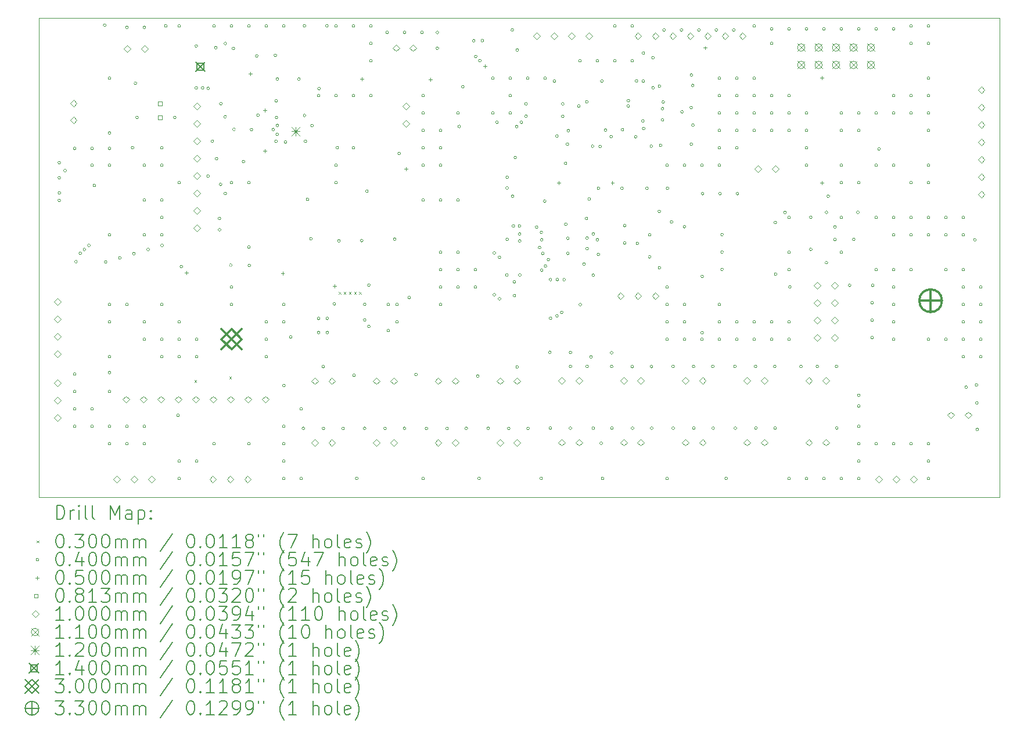
<source format=gbr>
%TF.GenerationSoftware,KiCad,Pcbnew,7.0.10*%
%TF.CreationDate,2024-03-07T14:58:12-05:00*%
%TF.ProjectId,ECE477_PCBDesign,45434534-3737-45f5-9043-424465736967,1*%
%TF.SameCoordinates,Original*%
%TF.FileFunction,Drillmap*%
%TF.FilePolarity,Positive*%
%FSLAX45Y45*%
G04 Gerber Fmt 4.5, Leading zero omitted, Abs format (unit mm)*
G04 Created by KiCad (PCBNEW 7.0.10) date 2024-03-07 14:58:12*
%MOMM*%
%LPD*%
G01*
G04 APERTURE LIST*
%ADD10C,0.100000*%
%ADD11C,0.200000*%
%ADD12C,0.110000*%
%ADD13C,0.120000*%
%ADD14C,0.140000*%
%ADD15C,0.300000*%
%ADD16C,0.330000*%
G04 APERTURE END LIST*
D10*
X14737500Y-10295000D02*
X28737500Y-10295000D01*
X28737500Y-17295000D01*
X14737500Y-17295000D01*
X14737500Y-10295000D01*
D11*
D10*
X17002000Y-15585000D02*
X17032000Y-15615000D01*
X17032000Y-15585000D02*
X17002000Y-15615000D01*
X17510095Y-15532050D02*
X17540095Y-15562050D01*
X17540095Y-15532050D02*
X17510095Y-15562050D01*
X19106331Y-14296206D02*
X19136331Y-14326206D01*
X19136331Y-14296206D02*
X19106331Y-14326206D01*
X19176331Y-14296206D02*
X19206331Y-14326206D01*
X19206331Y-14296206D02*
X19176331Y-14326206D01*
X19253831Y-14296206D02*
X19283831Y-14326206D01*
X19283831Y-14296206D02*
X19253831Y-14326206D01*
X19329000Y-14297000D02*
X19359000Y-14327000D01*
X19359000Y-14297000D02*
X19329000Y-14327000D01*
X19401331Y-14296206D02*
X19431331Y-14326206D01*
X19431331Y-14296206D02*
X19401331Y-14326206D01*
X15050000Y-12410000D02*
G75*
G03*
X15010000Y-12410000I-20000J0D01*
G01*
X15010000Y-12410000D02*
G75*
G03*
X15050000Y-12410000I20000J0D01*
G01*
X15050000Y-12630000D02*
G75*
G03*
X15010000Y-12630000I-20000J0D01*
G01*
X15010000Y-12630000D02*
G75*
G03*
X15050000Y-12630000I20000J0D01*
G01*
X15050000Y-12960000D02*
G75*
G03*
X15010000Y-12960000I-20000J0D01*
G01*
X15010000Y-12960000D02*
G75*
G03*
X15050000Y-12960000I20000J0D01*
G01*
X15052500Y-12850000D02*
G75*
G03*
X15012500Y-12850000I-20000J0D01*
G01*
X15012500Y-12850000D02*
G75*
G03*
X15052500Y-12850000I20000J0D01*
G01*
X15135000Y-12525000D02*
G75*
G03*
X15095000Y-12525000I-20000J0D01*
G01*
X15095000Y-12525000D02*
G75*
G03*
X15135000Y-12525000I20000J0D01*
G01*
X15275000Y-12204000D02*
G75*
G03*
X15235000Y-12204000I-20000J0D01*
G01*
X15235000Y-12204000D02*
G75*
G03*
X15275000Y-12204000I20000J0D01*
G01*
X15275000Y-15494000D02*
G75*
G03*
X15235000Y-15494000I-20000J0D01*
G01*
X15235000Y-15494000D02*
G75*
G03*
X15275000Y-15494000I20000J0D01*
G01*
X15275000Y-15748000D02*
G75*
G03*
X15235000Y-15748000I-20000J0D01*
G01*
X15235000Y-15748000D02*
G75*
G03*
X15275000Y-15748000I20000J0D01*
G01*
X15275000Y-16002000D02*
G75*
G03*
X15235000Y-16002000I-20000J0D01*
G01*
X15235000Y-16002000D02*
G75*
G03*
X15275000Y-16002000I20000J0D01*
G01*
X15275000Y-16256000D02*
G75*
G03*
X15235000Y-16256000I-20000J0D01*
G01*
X15235000Y-16256000D02*
G75*
G03*
X15275000Y-16256000I20000J0D01*
G01*
X15294550Y-13855000D02*
G75*
G03*
X15254550Y-13855000I-20000J0D01*
G01*
X15254550Y-13855000D02*
G75*
G03*
X15294550Y-13855000I20000J0D01*
G01*
X15356300Y-13732500D02*
G75*
G03*
X15316300Y-13732500I-20000J0D01*
G01*
X15316300Y-13732500D02*
G75*
G03*
X15356300Y-13732500I20000J0D01*
G01*
X15416750Y-13677500D02*
G75*
G03*
X15376750Y-13677500I-20000J0D01*
G01*
X15376750Y-13677500D02*
G75*
G03*
X15416750Y-13677500I20000J0D01*
G01*
X15483853Y-13617050D02*
G75*
G03*
X15443853Y-13617050I-20000J0D01*
G01*
X15443853Y-13617050D02*
G75*
G03*
X15483853Y-13617050I20000J0D01*
G01*
X15529000Y-12204000D02*
G75*
G03*
X15489000Y-12204000I-20000J0D01*
G01*
X15489000Y-12204000D02*
G75*
G03*
X15529000Y-12204000I20000J0D01*
G01*
X15529000Y-12446000D02*
G75*
G03*
X15489000Y-12446000I-20000J0D01*
G01*
X15489000Y-12446000D02*
G75*
G03*
X15529000Y-12446000I20000J0D01*
G01*
X15529000Y-16002000D02*
G75*
G03*
X15489000Y-16002000I-20000J0D01*
G01*
X15489000Y-16002000D02*
G75*
G03*
X15529000Y-16002000I20000J0D01*
G01*
X15529000Y-16256000D02*
G75*
G03*
X15489000Y-16256000I-20000J0D01*
G01*
X15489000Y-16256000D02*
G75*
G03*
X15529000Y-16256000I20000J0D01*
G01*
X15562500Y-12742500D02*
G75*
G03*
X15522500Y-12742500I-20000J0D01*
G01*
X15522500Y-12742500D02*
G75*
G03*
X15562500Y-12742500I20000J0D01*
G01*
X15713000Y-10403000D02*
G75*
G03*
X15673000Y-10403000I-20000J0D01*
G01*
X15673000Y-10403000D02*
G75*
G03*
X15713000Y-10403000I20000J0D01*
G01*
X15728000Y-13859600D02*
G75*
G03*
X15688000Y-13859600I-20000J0D01*
G01*
X15688000Y-13859600D02*
G75*
G03*
X15728000Y-13859600I20000J0D01*
G01*
X15782000Y-11977000D02*
G75*
G03*
X15742000Y-11977000I-20000J0D01*
G01*
X15742000Y-11977000D02*
G75*
G03*
X15782000Y-11977000I20000J0D01*
G01*
X15783000Y-11176000D02*
G75*
G03*
X15743000Y-11176000I-20000J0D01*
G01*
X15743000Y-11176000D02*
G75*
G03*
X15783000Y-11176000I20000J0D01*
G01*
X15783000Y-12204000D02*
G75*
G03*
X15743000Y-12204000I-20000J0D01*
G01*
X15743000Y-12204000D02*
G75*
G03*
X15783000Y-12204000I20000J0D01*
G01*
X15783000Y-12446000D02*
G75*
G03*
X15743000Y-12446000I-20000J0D01*
G01*
X15743000Y-12446000D02*
G75*
G03*
X15783000Y-12446000I20000J0D01*
G01*
X15783000Y-13462000D02*
G75*
G03*
X15743000Y-13462000I-20000J0D01*
G01*
X15743000Y-13462000D02*
G75*
G03*
X15783000Y-13462000I20000J0D01*
G01*
X15783000Y-14478000D02*
G75*
G03*
X15743000Y-14478000I-20000J0D01*
G01*
X15743000Y-14478000D02*
G75*
G03*
X15783000Y-14478000I20000J0D01*
G01*
X15783000Y-14732000D02*
G75*
G03*
X15743000Y-14732000I-20000J0D01*
G01*
X15743000Y-14732000D02*
G75*
G03*
X15783000Y-14732000I20000J0D01*
G01*
X15783000Y-15240000D02*
G75*
G03*
X15743000Y-15240000I-20000J0D01*
G01*
X15743000Y-15240000D02*
G75*
G03*
X15783000Y-15240000I20000J0D01*
G01*
X15783000Y-15475000D02*
G75*
G03*
X15743000Y-15475000I-20000J0D01*
G01*
X15743000Y-15475000D02*
G75*
G03*
X15783000Y-15475000I20000J0D01*
G01*
X15783000Y-15748000D02*
G75*
G03*
X15743000Y-15748000I-20000J0D01*
G01*
X15743000Y-15748000D02*
G75*
G03*
X15783000Y-15748000I20000J0D01*
G01*
X15783000Y-16256000D02*
G75*
G03*
X15743000Y-16256000I-20000J0D01*
G01*
X15743000Y-16256000D02*
G75*
G03*
X15783000Y-16256000I20000J0D01*
G01*
X15783000Y-16510000D02*
G75*
G03*
X15743000Y-16510000I-20000J0D01*
G01*
X15743000Y-16510000D02*
G75*
G03*
X15783000Y-16510000I20000J0D01*
G01*
X15934000Y-13799150D02*
G75*
G03*
X15894000Y-13799150I-20000J0D01*
G01*
X15894000Y-13799150D02*
G75*
G03*
X15934000Y-13799150I20000J0D01*
G01*
X16037000Y-10436000D02*
G75*
G03*
X15997000Y-10436000I-20000J0D01*
G01*
X15997000Y-10436000D02*
G75*
G03*
X16037000Y-10436000I20000J0D01*
G01*
X16037000Y-14478000D02*
G75*
G03*
X15997000Y-14478000I-20000J0D01*
G01*
X15997000Y-14478000D02*
G75*
G03*
X16037000Y-14478000I20000J0D01*
G01*
X16037000Y-16256000D02*
G75*
G03*
X15997000Y-16256000I-20000J0D01*
G01*
X15997000Y-16256000D02*
G75*
G03*
X16037000Y-16256000I20000J0D01*
G01*
X16037000Y-16510000D02*
G75*
G03*
X15997000Y-16510000I-20000J0D01*
G01*
X15997000Y-16510000D02*
G75*
G03*
X16037000Y-16510000I20000J0D01*
G01*
X16120000Y-12192000D02*
G75*
G03*
X16080000Y-12192000I-20000J0D01*
G01*
X16080000Y-12192000D02*
G75*
G03*
X16120000Y-12192000I20000J0D01*
G01*
X16139000Y-13738700D02*
G75*
G03*
X16099000Y-13738700I-20000J0D01*
G01*
X16099000Y-13738700D02*
G75*
G03*
X16139000Y-13738700I20000J0D01*
G01*
X16160000Y-11250000D02*
G75*
G03*
X16120000Y-11250000I-20000J0D01*
G01*
X16120000Y-11250000D02*
G75*
G03*
X16160000Y-11250000I20000J0D01*
G01*
X16185000Y-11750000D02*
G75*
G03*
X16145000Y-11750000I-20000J0D01*
G01*
X16145000Y-11750000D02*
G75*
G03*
X16185000Y-11750000I20000J0D01*
G01*
X16291000Y-10436000D02*
G75*
G03*
X16251000Y-10436000I-20000J0D01*
G01*
X16251000Y-10436000D02*
G75*
G03*
X16291000Y-10436000I20000J0D01*
G01*
X16291000Y-12446000D02*
G75*
G03*
X16251000Y-12446000I-20000J0D01*
G01*
X16251000Y-12446000D02*
G75*
G03*
X16291000Y-12446000I20000J0D01*
G01*
X16291000Y-12954000D02*
G75*
G03*
X16251000Y-12954000I-20000J0D01*
G01*
X16251000Y-12954000D02*
G75*
G03*
X16291000Y-12954000I20000J0D01*
G01*
X16291000Y-13462000D02*
G75*
G03*
X16251000Y-13462000I-20000J0D01*
G01*
X16251000Y-13462000D02*
G75*
G03*
X16291000Y-13462000I20000J0D01*
G01*
X16291000Y-14732000D02*
G75*
G03*
X16251000Y-14732000I-20000J0D01*
G01*
X16251000Y-14732000D02*
G75*
G03*
X16291000Y-14732000I20000J0D01*
G01*
X16291000Y-14986000D02*
G75*
G03*
X16251000Y-14986000I-20000J0D01*
G01*
X16251000Y-14986000D02*
G75*
G03*
X16291000Y-14986000I20000J0D01*
G01*
X16291000Y-16256000D02*
G75*
G03*
X16251000Y-16256000I-20000J0D01*
G01*
X16251000Y-16256000D02*
G75*
G03*
X16291000Y-16256000I20000J0D01*
G01*
X16291000Y-16510000D02*
G75*
G03*
X16251000Y-16510000I-20000J0D01*
G01*
X16251000Y-16510000D02*
G75*
G03*
X16291000Y-16510000I20000J0D01*
G01*
X16345000Y-13677500D02*
G75*
G03*
X16305000Y-13677500I-20000J0D01*
G01*
X16305000Y-13677500D02*
G75*
G03*
X16345000Y-13677500I20000J0D01*
G01*
X16545000Y-12192000D02*
G75*
G03*
X16505000Y-12192000I-20000J0D01*
G01*
X16505000Y-12192000D02*
G75*
G03*
X16545000Y-12192000I20000J0D01*
G01*
X16545000Y-12446000D02*
G75*
G03*
X16505000Y-12446000I-20000J0D01*
G01*
X16505000Y-12446000D02*
G75*
G03*
X16545000Y-12446000I20000J0D01*
G01*
X16545000Y-12954000D02*
G75*
G03*
X16505000Y-12954000I-20000J0D01*
G01*
X16505000Y-12954000D02*
G75*
G03*
X16545000Y-12954000I20000J0D01*
G01*
X16545000Y-13208000D02*
G75*
G03*
X16505000Y-13208000I-20000J0D01*
G01*
X16505000Y-13208000D02*
G75*
G03*
X16545000Y-13208000I20000J0D01*
G01*
X16545000Y-13462000D02*
G75*
G03*
X16505000Y-13462000I-20000J0D01*
G01*
X16505000Y-13462000D02*
G75*
G03*
X16545000Y-13462000I20000J0D01*
G01*
X16545000Y-14478000D02*
G75*
G03*
X16505000Y-14478000I-20000J0D01*
G01*
X16505000Y-14478000D02*
G75*
G03*
X16545000Y-14478000I20000J0D01*
G01*
X16545000Y-14986000D02*
G75*
G03*
X16505000Y-14986000I-20000J0D01*
G01*
X16505000Y-14986000D02*
G75*
G03*
X16545000Y-14986000I20000J0D01*
G01*
X16545000Y-15240000D02*
G75*
G03*
X16505000Y-15240000I-20000J0D01*
G01*
X16505000Y-15240000D02*
G75*
G03*
X16545000Y-15240000I20000J0D01*
G01*
X16550000Y-13617050D02*
G75*
G03*
X16510000Y-13617050I-20000J0D01*
G01*
X16510000Y-13617050D02*
G75*
G03*
X16550000Y-13617050I20000J0D01*
G01*
X16604000Y-10414000D02*
G75*
G03*
X16564000Y-10414000I-20000J0D01*
G01*
X16564000Y-10414000D02*
G75*
G03*
X16604000Y-10414000I20000J0D01*
G01*
X16735000Y-11750000D02*
G75*
G03*
X16695000Y-11750000I-20000J0D01*
G01*
X16695000Y-11750000D02*
G75*
G03*
X16735000Y-11750000I20000J0D01*
G01*
X16782030Y-16098200D02*
G75*
G03*
X16742030Y-16098200I-20000J0D01*
G01*
X16742030Y-16098200D02*
G75*
G03*
X16782030Y-16098200I20000J0D01*
G01*
X16799000Y-10414000D02*
G75*
G03*
X16759000Y-10414000I-20000J0D01*
G01*
X16759000Y-10414000D02*
G75*
G03*
X16799000Y-10414000I20000J0D01*
G01*
X16799000Y-12700000D02*
G75*
G03*
X16759000Y-12700000I-20000J0D01*
G01*
X16759000Y-12700000D02*
G75*
G03*
X16799000Y-12700000I20000J0D01*
G01*
X16799000Y-14732000D02*
G75*
G03*
X16759000Y-14732000I-20000J0D01*
G01*
X16759000Y-14732000D02*
G75*
G03*
X16799000Y-14732000I20000J0D01*
G01*
X16799000Y-14986000D02*
G75*
G03*
X16759000Y-14986000I-20000J0D01*
G01*
X16759000Y-14986000D02*
G75*
G03*
X16799000Y-14986000I20000J0D01*
G01*
X16799000Y-15240000D02*
G75*
G03*
X16759000Y-15240000I-20000J0D01*
G01*
X16759000Y-15240000D02*
G75*
G03*
X16799000Y-15240000I20000J0D01*
G01*
X16799000Y-16764000D02*
G75*
G03*
X16759000Y-16764000I-20000J0D01*
G01*
X16759000Y-16764000D02*
G75*
G03*
X16799000Y-16764000I20000J0D01*
G01*
X16799000Y-17018000D02*
G75*
G03*
X16759000Y-17018000I-20000J0D01*
G01*
X16759000Y-17018000D02*
G75*
G03*
X16799000Y-17018000I20000J0D01*
G01*
X16829300Y-13927050D02*
G75*
G03*
X16789300Y-13927050I-20000J0D01*
G01*
X16789300Y-13927050D02*
G75*
G03*
X16829300Y-13927050I20000J0D01*
G01*
X17047322Y-11320017D02*
G75*
G03*
X17007322Y-11320017I-20000J0D01*
G01*
X17007322Y-11320017D02*
G75*
G03*
X17047322Y-11320017I20000J0D01*
G01*
X17047500Y-10707500D02*
G75*
G03*
X17007500Y-10707500I-20000J0D01*
G01*
X17007500Y-10707500D02*
G75*
G03*
X17047500Y-10707500I20000J0D01*
G01*
X17053000Y-14986000D02*
G75*
G03*
X17013000Y-14986000I-20000J0D01*
G01*
X17013000Y-14986000D02*
G75*
G03*
X17053000Y-14986000I20000J0D01*
G01*
X17053000Y-15240000D02*
G75*
G03*
X17013000Y-15240000I-20000J0D01*
G01*
X17013000Y-15240000D02*
G75*
G03*
X17053000Y-15240000I20000J0D01*
G01*
X17053000Y-16764000D02*
G75*
G03*
X17013000Y-16764000I-20000J0D01*
G01*
X17013000Y-16764000D02*
G75*
G03*
X17053000Y-16764000I20000J0D01*
G01*
X17140000Y-11319000D02*
G75*
G03*
X17100000Y-11319000I-20000J0D01*
G01*
X17100000Y-11319000D02*
G75*
G03*
X17140000Y-11319000I20000J0D01*
G01*
X17220000Y-12605000D02*
G75*
G03*
X17180000Y-12605000I-20000J0D01*
G01*
X17180000Y-12605000D02*
G75*
G03*
X17220000Y-12605000I20000J0D01*
G01*
X17220300Y-11325000D02*
G75*
G03*
X17180300Y-11325000I-20000J0D01*
G01*
X17180300Y-11325000D02*
G75*
G03*
X17220300Y-11325000I20000J0D01*
G01*
X17282500Y-12096750D02*
G75*
G03*
X17242500Y-12096750I-20000J0D01*
G01*
X17242500Y-12096750D02*
G75*
G03*
X17282500Y-12096750I20000J0D01*
G01*
X17307000Y-10414000D02*
G75*
G03*
X17267000Y-10414000I-20000J0D01*
G01*
X17267000Y-10414000D02*
G75*
G03*
X17307000Y-10414000I20000J0D01*
G01*
X17307000Y-16510000D02*
G75*
G03*
X17267000Y-16510000I-20000J0D01*
G01*
X17267000Y-16510000D02*
G75*
G03*
X17307000Y-16510000I20000J0D01*
G01*
X17332000Y-10731495D02*
G75*
G03*
X17292000Y-10731495I-20000J0D01*
G01*
X17292000Y-10731495D02*
G75*
G03*
X17332000Y-10731495I20000J0D01*
G01*
X17342950Y-12350500D02*
G75*
G03*
X17302950Y-12350500I-20000J0D01*
G01*
X17302950Y-12350500D02*
G75*
G03*
X17342950Y-12350500I20000J0D01*
G01*
X17386000Y-13225000D02*
G75*
G03*
X17346000Y-13225000I-20000J0D01*
G01*
X17346000Y-13225000D02*
G75*
G03*
X17386000Y-13225000I20000J0D01*
G01*
X17388000Y-13390000D02*
G75*
G03*
X17348000Y-13390000I-20000J0D01*
G01*
X17348000Y-13390000D02*
G75*
G03*
X17388000Y-13390000I20000J0D01*
G01*
X17403400Y-12727500D02*
G75*
G03*
X17363400Y-12727500I-20000J0D01*
G01*
X17363400Y-12727500D02*
G75*
G03*
X17403400Y-12727500I20000J0D01*
G01*
X17406250Y-11550000D02*
G75*
G03*
X17366250Y-11550000I-20000J0D01*
G01*
X17366250Y-11550000D02*
G75*
G03*
X17406250Y-11550000I20000J0D01*
G01*
X17470000Y-11740000D02*
G75*
G03*
X17430000Y-11740000I-20000J0D01*
G01*
X17430000Y-11740000D02*
G75*
G03*
X17470000Y-11740000I20000J0D01*
G01*
X17470000Y-12858500D02*
G75*
G03*
X17430000Y-12858500I-20000J0D01*
G01*
X17430000Y-12858500D02*
G75*
G03*
X17470000Y-12858500I20000J0D01*
G01*
X17470295Y-10672295D02*
G75*
G03*
X17430295Y-10672295I-20000J0D01*
G01*
X17430295Y-10672295D02*
G75*
G03*
X17470295Y-10672295I20000J0D01*
G01*
X17550000Y-13905000D02*
G75*
G03*
X17510000Y-13905000I-20000J0D01*
G01*
X17510000Y-13905000D02*
G75*
G03*
X17550000Y-13905000I20000J0D01*
G01*
X17561000Y-10414000D02*
G75*
G03*
X17521000Y-10414000I-20000J0D01*
G01*
X17521000Y-10414000D02*
G75*
G03*
X17561000Y-10414000I20000J0D01*
G01*
X17561000Y-12700000D02*
G75*
G03*
X17521000Y-12700000I-20000J0D01*
G01*
X17521000Y-12700000D02*
G75*
G03*
X17561000Y-12700000I20000J0D01*
G01*
X17561000Y-14224000D02*
G75*
G03*
X17521000Y-14224000I-20000J0D01*
G01*
X17521000Y-14224000D02*
G75*
G03*
X17561000Y-14224000I20000J0D01*
G01*
X17561000Y-14478000D02*
G75*
G03*
X17521000Y-14478000I-20000J0D01*
G01*
X17521000Y-14478000D02*
G75*
G03*
X17561000Y-14478000I20000J0D01*
G01*
X17589000Y-10745000D02*
G75*
G03*
X17549000Y-10745000I-20000J0D01*
G01*
X17549000Y-10745000D02*
G75*
G03*
X17589000Y-10745000I20000J0D01*
G01*
X17597500Y-11925000D02*
G75*
G03*
X17557500Y-11925000I-20000J0D01*
G01*
X17557500Y-11925000D02*
G75*
G03*
X17597500Y-11925000I20000J0D01*
G01*
X17736000Y-12394000D02*
G75*
G03*
X17696000Y-12394000I-20000J0D01*
G01*
X17696000Y-12394000D02*
G75*
G03*
X17736000Y-12394000I20000J0D01*
G01*
X17815000Y-10414000D02*
G75*
G03*
X17775000Y-10414000I-20000J0D01*
G01*
X17775000Y-10414000D02*
G75*
G03*
X17815000Y-10414000I20000J0D01*
G01*
X17815000Y-12700000D02*
G75*
G03*
X17775000Y-12700000I-20000J0D01*
G01*
X17775000Y-12700000D02*
G75*
G03*
X17815000Y-12700000I20000J0D01*
G01*
X17815000Y-13643000D02*
G75*
G03*
X17775000Y-13643000I-20000J0D01*
G01*
X17775000Y-13643000D02*
G75*
G03*
X17815000Y-13643000I20000J0D01*
G01*
X17815000Y-16510000D02*
G75*
G03*
X17775000Y-16510000I-20000J0D01*
G01*
X17775000Y-16510000D02*
G75*
G03*
X17815000Y-16510000I20000J0D01*
G01*
X17820000Y-13910000D02*
G75*
G03*
X17780000Y-13910000I-20000J0D01*
G01*
X17780000Y-13910000D02*
G75*
G03*
X17820000Y-13910000I20000J0D01*
G01*
X17852500Y-11927500D02*
G75*
G03*
X17812500Y-11927500I-20000J0D01*
G01*
X17812500Y-11927500D02*
G75*
G03*
X17852500Y-11927500I20000J0D01*
G01*
X17930000Y-10852500D02*
G75*
G03*
X17890000Y-10852500I-20000J0D01*
G01*
X17890000Y-10852500D02*
G75*
G03*
X17930000Y-10852500I20000J0D01*
G01*
X17947000Y-11717900D02*
G75*
G03*
X17907000Y-11717900I-20000J0D01*
G01*
X17907000Y-11717900D02*
G75*
G03*
X17947000Y-11717900I20000J0D01*
G01*
X18069000Y-10414000D02*
G75*
G03*
X18029000Y-10414000I-20000J0D01*
G01*
X18029000Y-10414000D02*
G75*
G03*
X18069000Y-10414000I20000J0D01*
G01*
X18069000Y-14732000D02*
G75*
G03*
X18029000Y-14732000I-20000J0D01*
G01*
X18029000Y-14732000D02*
G75*
G03*
X18069000Y-14732000I20000J0D01*
G01*
X18069000Y-14986000D02*
G75*
G03*
X18029000Y-14986000I-20000J0D01*
G01*
X18029000Y-14986000D02*
G75*
G03*
X18069000Y-14986000I20000J0D01*
G01*
X18069000Y-15240000D02*
G75*
G03*
X18029000Y-15240000I-20000J0D01*
G01*
X18029000Y-15240000D02*
G75*
G03*
X18069000Y-15240000I20000J0D01*
G01*
X18170000Y-11927412D02*
G75*
G03*
X18130000Y-11927412I-20000J0D01*
G01*
X18130000Y-11927412D02*
G75*
G03*
X18170000Y-11927412I20000J0D01*
G01*
X18200000Y-10843000D02*
G75*
G03*
X18160000Y-10843000I-20000J0D01*
G01*
X18160000Y-10843000D02*
G75*
G03*
X18200000Y-10843000I20000J0D01*
G01*
X18210000Y-12100000D02*
G75*
G03*
X18170000Y-12100000I-20000J0D01*
G01*
X18170000Y-12100000D02*
G75*
G03*
X18210000Y-12100000I20000J0D01*
G01*
X18212000Y-11508000D02*
G75*
G03*
X18172000Y-11508000I-20000J0D01*
G01*
X18172000Y-11508000D02*
G75*
G03*
X18212000Y-11508000I20000J0D01*
G01*
X18217000Y-11751000D02*
G75*
G03*
X18177000Y-11751000I-20000J0D01*
G01*
X18177000Y-11751000D02*
G75*
G03*
X18217000Y-11751000I20000J0D01*
G01*
X18227500Y-11995000D02*
G75*
G03*
X18187500Y-11995000I-20000J0D01*
G01*
X18187500Y-11995000D02*
G75*
G03*
X18227500Y-11995000I20000J0D01*
G01*
X18230000Y-11190000D02*
G75*
G03*
X18190000Y-11190000I-20000J0D01*
G01*
X18190000Y-11190000D02*
G75*
G03*
X18230000Y-11190000I20000J0D01*
G01*
X18230000Y-11867500D02*
G75*
G03*
X18190000Y-11867500I-20000J0D01*
G01*
X18190000Y-11867500D02*
G75*
G03*
X18230000Y-11867500I20000J0D01*
G01*
X18323000Y-10414000D02*
G75*
G03*
X18283000Y-10414000I-20000J0D01*
G01*
X18283000Y-10414000D02*
G75*
G03*
X18323000Y-10414000I20000J0D01*
G01*
X18323000Y-14478000D02*
G75*
G03*
X18283000Y-14478000I-20000J0D01*
G01*
X18283000Y-14478000D02*
G75*
G03*
X18323000Y-14478000I20000J0D01*
G01*
X18323000Y-14732000D02*
G75*
G03*
X18283000Y-14732000I-20000J0D01*
G01*
X18283000Y-14732000D02*
G75*
G03*
X18323000Y-14732000I20000J0D01*
G01*
X18323000Y-16256000D02*
G75*
G03*
X18283000Y-16256000I-20000J0D01*
G01*
X18283000Y-16256000D02*
G75*
G03*
X18323000Y-16256000I20000J0D01*
G01*
X18323000Y-16510000D02*
G75*
G03*
X18283000Y-16510000I-20000J0D01*
G01*
X18283000Y-16510000D02*
G75*
G03*
X18323000Y-16510000I20000J0D01*
G01*
X18323000Y-16764000D02*
G75*
G03*
X18283000Y-16764000I-20000J0D01*
G01*
X18283000Y-16764000D02*
G75*
G03*
X18323000Y-16764000I20000J0D01*
G01*
X18323000Y-17018000D02*
G75*
G03*
X18283000Y-17018000I-20000J0D01*
G01*
X18283000Y-17018000D02*
G75*
G03*
X18323000Y-17018000I20000J0D01*
G01*
X18325095Y-15664550D02*
G75*
G03*
X18285095Y-15664550I-20000J0D01*
G01*
X18285095Y-15664550D02*
G75*
G03*
X18325095Y-15664550I20000J0D01*
G01*
X18348000Y-12110000D02*
G75*
G03*
X18308000Y-12110000I-20000J0D01*
G01*
X18308000Y-12110000D02*
G75*
G03*
X18348000Y-12110000I20000J0D01*
G01*
X18425000Y-14954000D02*
G75*
G03*
X18385000Y-14954000I-20000J0D01*
G01*
X18385000Y-14954000D02*
G75*
G03*
X18425000Y-14954000I20000J0D01*
G01*
X18545000Y-11190000D02*
G75*
G03*
X18505000Y-11190000I-20000J0D01*
G01*
X18505000Y-11190000D02*
G75*
G03*
X18545000Y-11190000I20000J0D01*
G01*
X18577000Y-16002000D02*
G75*
G03*
X18537000Y-16002000I-20000J0D01*
G01*
X18537000Y-16002000D02*
G75*
G03*
X18577000Y-16002000I20000J0D01*
G01*
X18577000Y-17018000D02*
G75*
G03*
X18537000Y-17018000I-20000J0D01*
G01*
X18537000Y-17018000D02*
G75*
G03*
X18577000Y-17018000I20000J0D01*
G01*
X18608000Y-16287000D02*
G75*
G03*
X18568000Y-16287000I-20000J0D01*
G01*
X18568000Y-16287000D02*
G75*
G03*
X18608000Y-16287000I20000J0D01*
G01*
X18625500Y-11722100D02*
G75*
G03*
X18585500Y-11722100I-20000J0D01*
G01*
X18585500Y-11722100D02*
G75*
G03*
X18625500Y-11722100I20000J0D01*
G01*
X18626000Y-10414000D02*
G75*
G03*
X18586000Y-10414000I-20000J0D01*
G01*
X18586000Y-10414000D02*
G75*
G03*
X18626000Y-10414000I20000J0D01*
G01*
X18638000Y-12098000D02*
G75*
G03*
X18598000Y-12098000I-20000J0D01*
G01*
X18598000Y-12098000D02*
G75*
G03*
X18638000Y-12098000I20000J0D01*
G01*
X18670000Y-12945000D02*
G75*
G03*
X18630000Y-12945000I-20000J0D01*
G01*
X18630000Y-12945000D02*
G75*
G03*
X18670000Y-12945000I20000J0D01*
G01*
X18720000Y-13520000D02*
G75*
G03*
X18680000Y-13520000I-20000J0D01*
G01*
X18680000Y-13520000D02*
G75*
G03*
X18720000Y-13520000I20000J0D01*
G01*
X18735000Y-11868300D02*
G75*
G03*
X18695000Y-11868300I-20000J0D01*
G01*
X18695000Y-11868300D02*
G75*
G03*
X18735000Y-11868300I20000J0D01*
G01*
X18831000Y-11430000D02*
G75*
G03*
X18791000Y-11430000I-20000J0D01*
G01*
X18791000Y-11430000D02*
G75*
G03*
X18831000Y-11430000I20000J0D01*
G01*
X18831000Y-14683000D02*
G75*
G03*
X18791000Y-14683000I-20000J0D01*
G01*
X18791000Y-14683000D02*
G75*
G03*
X18831000Y-14683000I20000J0D01*
G01*
X18831000Y-14891000D02*
G75*
G03*
X18791000Y-14891000I-20000J0D01*
G01*
X18791000Y-14891000D02*
G75*
G03*
X18831000Y-14891000I20000J0D01*
G01*
X18837000Y-11330000D02*
G75*
G03*
X18797000Y-11330000I-20000J0D01*
G01*
X18797000Y-11330000D02*
G75*
G03*
X18837000Y-11330000I20000J0D01*
G01*
X18900000Y-15387000D02*
G75*
G03*
X18860000Y-15387000I-20000J0D01*
G01*
X18860000Y-15387000D02*
G75*
G03*
X18900000Y-15387000I20000J0D01*
G01*
X18902000Y-16288000D02*
G75*
G03*
X18862000Y-16288000I-20000J0D01*
G01*
X18862000Y-16288000D02*
G75*
G03*
X18902000Y-16288000I20000J0D01*
G01*
X18951000Y-10414000D02*
G75*
G03*
X18911000Y-10414000I-20000J0D01*
G01*
X18911000Y-10414000D02*
G75*
G03*
X18951000Y-10414000I20000J0D01*
G01*
X18956664Y-14683000D02*
G75*
G03*
X18916664Y-14683000I-20000J0D01*
G01*
X18916664Y-14683000D02*
G75*
G03*
X18956664Y-14683000I20000J0D01*
G01*
X18958000Y-14891000D02*
G75*
G03*
X18918000Y-14891000I-20000J0D01*
G01*
X18918000Y-14891000D02*
G75*
G03*
X18958000Y-14891000I20000J0D01*
G01*
X19061331Y-14471206D02*
G75*
G03*
X19021331Y-14471206I-20000J0D01*
G01*
X19021331Y-14471206D02*
G75*
G03*
X19061331Y-14471206I20000J0D01*
G01*
X19085000Y-10414000D02*
G75*
G03*
X19045000Y-10414000I-20000J0D01*
G01*
X19045000Y-10414000D02*
G75*
G03*
X19085000Y-10414000I20000J0D01*
G01*
X19085000Y-11430000D02*
G75*
G03*
X19045000Y-11430000I-20000J0D01*
G01*
X19045000Y-11430000D02*
G75*
G03*
X19085000Y-11430000I20000J0D01*
G01*
X19085000Y-12446000D02*
G75*
G03*
X19045000Y-12446000I-20000J0D01*
G01*
X19045000Y-12446000D02*
G75*
G03*
X19085000Y-12446000I20000J0D01*
G01*
X19085000Y-12700000D02*
G75*
G03*
X19045000Y-12700000I-20000J0D01*
G01*
X19045000Y-12700000D02*
G75*
G03*
X19085000Y-12700000I20000J0D01*
G01*
X19103000Y-12192000D02*
G75*
G03*
X19063000Y-12192000I-20000J0D01*
G01*
X19063000Y-12192000D02*
G75*
G03*
X19103000Y-12192000I20000J0D01*
G01*
X19126000Y-13551000D02*
G75*
G03*
X19086000Y-13551000I-20000J0D01*
G01*
X19086000Y-13551000D02*
G75*
G03*
X19126000Y-13551000I20000J0D01*
G01*
X19188000Y-16288000D02*
G75*
G03*
X19148000Y-16288000I-20000J0D01*
G01*
X19148000Y-16288000D02*
G75*
G03*
X19188000Y-16288000I20000J0D01*
G01*
X19339000Y-10414000D02*
G75*
G03*
X19299000Y-10414000I-20000J0D01*
G01*
X19299000Y-10414000D02*
G75*
G03*
X19339000Y-10414000I20000J0D01*
G01*
X19339000Y-11430000D02*
G75*
G03*
X19299000Y-11430000I-20000J0D01*
G01*
X19299000Y-11430000D02*
G75*
G03*
X19339000Y-11430000I20000J0D01*
G01*
X19339000Y-12192000D02*
G75*
G03*
X19299000Y-12192000I-20000J0D01*
G01*
X19299000Y-12192000D02*
G75*
G03*
X19339000Y-12192000I20000J0D01*
G01*
X19348000Y-15514000D02*
G75*
G03*
X19308000Y-15514000I-20000J0D01*
G01*
X19308000Y-15514000D02*
G75*
G03*
X19348000Y-15514000I20000J0D01*
G01*
X19388000Y-17017000D02*
G75*
G03*
X19348000Y-17017000I-20000J0D01*
G01*
X19348000Y-17017000D02*
G75*
G03*
X19388000Y-17017000I20000J0D01*
G01*
X19460000Y-13549000D02*
G75*
G03*
X19420000Y-13549000I-20000J0D01*
G01*
X19420000Y-13549000D02*
G75*
G03*
X19460000Y-13549000I20000J0D01*
G01*
X19502000Y-16287000D02*
G75*
G03*
X19462000Y-16287000I-20000J0D01*
G01*
X19462000Y-16287000D02*
G75*
G03*
X19502000Y-16287000I20000J0D01*
G01*
X19503381Y-14479000D02*
G75*
G03*
X19463381Y-14479000I-20000J0D01*
G01*
X19463381Y-14479000D02*
G75*
G03*
X19503381Y-14479000I20000J0D01*
G01*
X19503381Y-14705000D02*
G75*
G03*
X19463381Y-14705000I-20000J0D01*
G01*
X19463381Y-14705000D02*
G75*
G03*
X19503381Y-14705000I20000J0D01*
G01*
X19535000Y-12825000D02*
G75*
G03*
X19495000Y-12825000I-20000J0D01*
G01*
X19495000Y-12825000D02*
G75*
G03*
X19535000Y-12825000I20000J0D01*
G01*
X19563831Y-14196000D02*
G75*
G03*
X19523831Y-14196000I-20000J0D01*
G01*
X19523831Y-14196000D02*
G75*
G03*
X19563831Y-14196000I20000J0D01*
G01*
X19564000Y-14801000D02*
G75*
G03*
X19524000Y-14801000I-20000J0D01*
G01*
X19524000Y-14801000D02*
G75*
G03*
X19564000Y-14801000I20000J0D01*
G01*
X19593000Y-10414000D02*
G75*
G03*
X19553000Y-10414000I-20000J0D01*
G01*
X19553000Y-10414000D02*
G75*
G03*
X19593000Y-10414000I20000J0D01*
G01*
X19593000Y-10668000D02*
G75*
G03*
X19553000Y-10668000I-20000J0D01*
G01*
X19553000Y-10668000D02*
G75*
G03*
X19593000Y-10668000I20000J0D01*
G01*
X19593000Y-10922000D02*
G75*
G03*
X19553000Y-10922000I-20000J0D01*
G01*
X19553000Y-10922000D02*
G75*
G03*
X19593000Y-10922000I20000J0D01*
G01*
X19593000Y-11430000D02*
G75*
G03*
X19553000Y-11430000I-20000J0D01*
G01*
X19553000Y-11430000D02*
G75*
G03*
X19593000Y-11430000I20000J0D01*
G01*
X19800000Y-16288000D02*
G75*
G03*
X19760000Y-16288000I-20000J0D01*
G01*
X19760000Y-16288000D02*
G75*
G03*
X19800000Y-16288000I20000J0D01*
G01*
X19830000Y-10509000D02*
G75*
G03*
X19790000Y-10509000I-20000J0D01*
G01*
X19790000Y-10509000D02*
G75*
G03*
X19830000Y-10509000I20000J0D01*
G01*
X19847000Y-14478000D02*
G75*
G03*
X19807000Y-14478000I-20000J0D01*
G01*
X19807000Y-14478000D02*
G75*
G03*
X19847000Y-14478000I20000J0D01*
G01*
X19847000Y-14859000D02*
G75*
G03*
X19807000Y-14859000I-20000J0D01*
G01*
X19807000Y-14859000D02*
G75*
G03*
X19847000Y-14859000I20000J0D01*
G01*
X19940000Y-13525000D02*
G75*
G03*
X19900000Y-13525000I-20000J0D01*
G01*
X19900000Y-13525000D02*
G75*
G03*
X19940000Y-13525000I20000J0D01*
G01*
X19974000Y-14478000D02*
G75*
G03*
X19934000Y-14478000I-20000J0D01*
G01*
X19934000Y-14478000D02*
G75*
G03*
X19974000Y-14478000I20000J0D01*
G01*
X19974000Y-14732000D02*
G75*
G03*
X19934000Y-14732000I-20000J0D01*
G01*
X19934000Y-14732000D02*
G75*
G03*
X19974000Y-14732000I20000J0D01*
G01*
X20005000Y-12275000D02*
G75*
G03*
X19965000Y-12275000I-20000J0D01*
G01*
X19965000Y-12275000D02*
G75*
G03*
X20005000Y-12275000I20000J0D01*
G01*
X20082000Y-16287000D02*
G75*
G03*
X20042000Y-16287000I-20000J0D01*
G01*
X20042000Y-16287000D02*
G75*
G03*
X20082000Y-16287000I20000J0D01*
G01*
X20084000Y-10509000D02*
G75*
G03*
X20044000Y-10509000I-20000J0D01*
G01*
X20044000Y-10509000D02*
G75*
G03*
X20084000Y-10509000I20000J0D01*
G01*
X20151331Y-14378706D02*
G75*
G03*
X20111331Y-14378706I-20000J0D01*
G01*
X20111331Y-14378706D02*
G75*
G03*
X20151331Y-14378706I20000J0D01*
G01*
X20251000Y-15503000D02*
G75*
G03*
X20211000Y-15503000I-20000J0D01*
G01*
X20211000Y-15503000D02*
G75*
G03*
X20251000Y-15503000I20000J0D01*
G01*
X20338000Y-10509000D02*
G75*
G03*
X20298000Y-10509000I-20000J0D01*
G01*
X20298000Y-10509000D02*
G75*
G03*
X20338000Y-10509000I20000J0D01*
G01*
X20355000Y-11430000D02*
G75*
G03*
X20315000Y-11430000I-20000J0D01*
G01*
X20315000Y-11430000D02*
G75*
G03*
X20355000Y-11430000I20000J0D01*
G01*
X20355000Y-11684000D02*
G75*
G03*
X20315000Y-11684000I-20000J0D01*
G01*
X20315000Y-11684000D02*
G75*
G03*
X20355000Y-11684000I20000J0D01*
G01*
X20355000Y-11938000D02*
G75*
G03*
X20315000Y-11938000I-20000J0D01*
G01*
X20315000Y-11938000D02*
G75*
G03*
X20355000Y-11938000I20000J0D01*
G01*
X20355000Y-12192000D02*
G75*
G03*
X20315000Y-12192000I-20000J0D01*
G01*
X20315000Y-12192000D02*
G75*
G03*
X20355000Y-12192000I20000J0D01*
G01*
X20355000Y-12446000D02*
G75*
G03*
X20315000Y-12446000I-20000J0D01*
G01*
X20315000Y-12446000D02*
G75*
G03*
X20355000Y-12446000I20000J0D01*
G01*
X20355000Y-12954000D02*
G75*
G03*
X20315000Y-12954000I-20000J0D01*
G01*
X20315000Y-12954000D02*
G75*
G03*
X20355000Y-12954000I20000J0D01*
G01*
X20355000Y-17018000D02*
G75*
G03*
X20315000Y-17018000I-20000J0D01*
G01*
X20315000Y-17018000D02*
G75*
G03*
X20355000Y-17018000I20000J0D01*
G01*
X20404000Y-16288000D02*
G75*
G03*
X20364000Y-16288000I-20000J0D01*
G01*
X20364000Y-16288000D02*
G75*
G03*
X20404000Y-16288000I20000J0D01*
G01*
X20561000Y-10510000D02*
G75*
G03*
X20521000Y-10510000I-20000J0D01*
G01*
X20521000Y-10510000D02*
G75*
G03*
X20561000Y-10510000I20000J0D01*
G01*
X20562000Y-10741000D02*
G75*
G03*
X20522000Y-10741000I-20000J0D01*
G01*
X20522000Y-10741000D02*
G75*
G03*
X20562000Y-10741000I20000J0D01*
G01*
X20609000Y-11938000D02*
G75*
G03*
X20569000Y-11938000I-20000J0D01*
G01*
X20569000Y-11938000D02*
G75*
G03*
X20609000Y-11938000I20000J0D01*
G01*
X20609000Y-12192000D02*
G75*
G03*
X20569000Y-12192000I-20000J0D01*
G01*
X20569000Y-12192000D02*
G75*
G03*
X20609000Y-12192000I20000J0D01*
G01*
X20609000Y-12446000D02*
G75*
G03*
X20569000Y-12446000I-20000J0D01*
G01*
X20569000Y-12446000D02*
G75*
G03*
X20609000Y-12446000I20000J0D01*
G01*
X20609000Y-12954000D02*
G75*
G03*
X20569000Y-12954000I-20000J0D01*
G01*
X20569000Y-12954000D02*
G75*
G03*
X20609000Y-12954000I20000J0D01*
G01*
X20609000Y-13716000D02*
G75*
G03*
X20569000Y-13716000I-20000J0D01*
G01*
X20569000Y-13716000D02*
G75*
G03*
X20609000Y-13716000I20000J0D01*
G01*
X20609000Y-13970000D02*
G75*
G03*
X20569000Y-13970000I-20000J0D01*
G01*
X20569000Y-13970000D02*
G75*
G03*
X20609000Y-13970000I20000J0D01*
G01*
X20609000Y-14224000D02*
G75*
G03*
X20569000Y-14224000I-20000J0D01*
G01*
X20569000Y-14224000D02*
G75*
G03*
X20609000Y-14224000I20000J0D01*
G01*
X20609000Y-14478000D02*
G75*
G03*
X20569000Y-14478000I-20000J0D01*
G01*
X20569000Y-14478000D02*
G75*
G03*
X20609000Y-14478000I20000J0D01*
G01*
X20703000Y-16288000D02*
G75*
G03*
X20663000Y-16288000I-20000J0D01*
G01*
X20663000Y-16288000D02*
G75*
G03*
X20703000Y-16288000I20000J0D01*
G01*
X20863000Y-11684000D02*
G75*
G03*
X20823000Y-11684000I-20000J0D01*
G01*
X20823000Y-11684000D02*
G75*
G03*
X20863000Y-11684000I20000J0D01*
G01*
X20863000Y-12954000D02*
G75*
G03*
X20823000Y-12954000I-20000J0D01*
G01*
X20823000Y-12954000D02*
G75*
G03*
X20863000Y-12954000I20000J0D01*
G01*
X20863000Y-13716000D02*
G75*
G03*
X20823000Y-13716000I-20000J0D01*
G01*
X20823000Y-13716000D02*
G75*
G03*
X20863000Y-13716000I20000J0D01*
G01*
X20863000Y-13970000D02*
G75*
G03*
X20823000Y-13970000I-20000J0D01*
G01*
X20823000Y-13970000D02*
G75*
G03*
X20863000Y-13970000I20000J0D01*
G01*
X20863000Y-14224000D02*
G75*
G03*
X20823000Y-14224000I-20000J0D01*
G01*
X20823000Y-14224000D02*
G75*
G03*
X20863000Y-14224000I20000J0D01*
G01*
X20881718Y-11882500D02*
G75*
G03*
X20841718Y-11882500I-20000J0D01*
G01*
X20841718Y-11882500D02*
G75*
G03*
X20881718Y-11882500I20000J0D01*
G01*
X20932968Y-11303750D02*
G75*
G03*
X20892968Y-11303750I-20000J0D01*
G01*
X20892968Y-11303750D02*
G75*
G03*
X20932968Y-11303750I20000J0D01*
G01*
X20984000Y-16287000D02*
G75*
G03*
X20944000Y-16287000I-20000J0D01*
G01*
X20944000Y-16287000D02*
G75*
G03*
X20984000Y-16287000I20000J0D01*
G01*
X21093459Y-10630067D02*
G75*
G03*
X21053459Y-10630067I-20000J0D01*
G01*
X21053459Y-10630067D02*
G75*
G03*
X21093459Y-10630067I20000J0D01*
G01*
X21117000Y-13970000D02*
G75*
G03*
X21077000Y-13970000I-20000J0D01*
G01*
X21077000Y-13970000D02*
G75*
G03*
X21117000Y-13970000I20000J0D01*
G01*
X21117000Y-14224000D02*
G75*
G03*
X21077000Y-14224000I-20000J0D01*
G01*
X21077000Y-14224000D02*
G75*
G03*
X21117000Y-14224000I20000J0D01*
G01*
X21121718Y-10861000D02*
G75*
G03*
X21081718Y-10861000I-20000J0D01*
G01*
X21081718Y-10861000D02*
G75*
G03*
X21121718Y-10861000I20000J0D01*
G01*
X21151000Y-15524000D02*
G75*
G03*
X21111000Y-15524000I-20000J0D01*
G01*
X21111000Y-15524000D02*
G75*
G03*
X21151000Y-15524000I20000J0D01*
G01*
X21171000Y-17018000D02*
G75*
G03*
X21131000Y-17018000I-20000J0D01*
G01*
X21131000Y-17018000D02*
G75*
G03*
X21171000Y-17018000I20000J0D01*
G01*
X21182400Y-10921450D02*
G75*
G03*
X21142400Y-10921450I-20000J0D01*
G01*
X21142400Y-10921450D02*
G75*
G03*
X21182400Y-10921450I20000J0D01*
G01*
X21217525Y-10629244D02*
G75*
G03*
X21177525Y-10629244I-20000J0D01*
G01*
X21177525Y-10629244D02*
G75*
G03*
X21217525Y-10629244I20000J0D01*
G01*
X21304000Y-16287000D02*
G75*
G03*
X21264000Y-16287000I-20000J0D01*
G01*
X21264000Y-16287000D02*
G75*
G03*
X21304000Y-16287000I20000J0D01*
G01*
X21371000Y-11176000D02*
G75*
G03*
X21331000Y-11176000I-20000J0D01*
G01*
X21331000Y-11176000D02*
G75*
G03*
X21371000Y-11176000I20000J0D01*
G01*
X21371000Y-11684000D02*
G75*
G03*
X21331000Y-11684000I-20000J0D01*
G01*
X21331000Y-11684000D02*
G75*
G03*
X21371000Y-11684000I20000J0D01*
G01*
X21392500Y-13727500D02*
G75*
G03*
X21352500Y-13727500I-20000J0D01*
G01*
X21352500Y-13727500D02*
G75*
G03*
X21392500Y-13727500I20000J0D01*
G01*
X21392500Y-14336800D02*
G75*
G03*
X21352500Y-14336800I-20000J0D01*
G01*
X21352500Y-14336800D02*
G75*
G03*
X21392500Y-14336800I20000J0D01*
G01*
X21432308Y-11822050D02*
G75*
G03*
X21392308Y-11822050I-20000J0D01*
G01*
X21392308Y-11822050D02*
G75*
G03*
X21432308Y-11822050I20000J0D01*
G01*
X21467500Y-13789550D02*
G75*
G03*
X21427500Y-13789550I-20000J0D01*
G01*
X21427500Y-13789550D02*
G75*
G03*
X21467500Y-13789550I20000J0D01*
G01*
X21467500Y-14397250D02*
G75*
G03*
X21427500Y-14397250I-20000J0D01*
G01*
X21427500Y-14397250D02*
G75*
G03*
X21467500Y-14397250I20000J0D01*
G01*
X21575000Y-14050000D02*
G75*
G03*
X21535000Y-14050000I-20000J0D01*
G01*
X21535000Y-14050000D02*
G75*
G03*
X21575000Y-14050000I20000J0D01*
G01*
X21579000Y-12780700D02*
G75*
G03*
X21539000Y-12780700I-20000J0D01*
G01*
X21539000Y-12780700D02*
G75*
G03*
X21579000Y-12780700I20000J0D01*
G01*
X21579000Y-13529000D02*
G75*
G03*
X21539000Y-13529000I-20000J0D01*
G01*
X21539000Y-13529000D02*
G75*
G03*
X21579000Y-13529000I20000J0D01*
G01*
X21580000Y-12624300D02*
G75*
G03*
X21540000Y-12624300I-20000J0D01*
G01*
X21540000Y-12624300D02*
G75*
G03*
X21580000Y-12624300I20000J0D01*
G01*
X21603000Y-16288000D02*
G75*
G03*
X21563000Y-16288000I-20000J0D01*
G01*
X21563000Y-16288000D02*
G75*
G03*
X21603000Y-16288000I20000J0D01*
G01*
X21625000Y-11176000D02*
G75*
G03*
X21585000Y-11176000I-20000J0D01*
G01*
X21585000Y-11176000D02*
G75*
G03*
X21625000Y-11176000I20000J0D01*
G01*
X21625000Y-11430000D02*
G75*
G03*
X21585000Y-11430000I-20000J0D01*
G01*
X21585000Y-11430000D02*
G75*
G03*
X21625000Y-11430000I20000J0D01*
G01*
X21625000Y-11684000D02*
G75*
G03*
X21585000Y-11684000I-20000J0D01*
G01*
X21585000Y-11684000D02*
G75*
G03*
X21625000Y-11684000I20000J0D01*
G01*
X21654000Y-10474000D02*
G75*
G03*
X21614000Y-10474000I-20000J0D01*
G01*
X21614000Y-10474000D02*
G75*
G03*
X21654000Y-10474000I20000J0D01*
G01*
X21660000Y-12900000D02*
G75*
G03*
X21620000Y-12900000I-20000J0D01*
G01*
X21620000Y-12900000D02*
G75*
G03*
X21660000Y-12900000I20000J0D01*
G01*
X21670584Y-13334550D02*
G75*
G03*
X21630584Y-13334550I-20000J0D01*
G01*
X21630584Y-13334550D02*
G75*
G03*
X21670584Y-13334550I20000J0D01*
G01*
X21685000Y-14150000D02*
G75*
G03*
X21645000Y-14150000I-20000J0D01*
G01*
X21645000Y-14150000D02*
G75*
G03*
X21685000Y-14150000I20000J0D01*
G01*
X21685000Y-14350000D02*
G75*
G03*
X21645000Y-14350000I-20000J0D01*
G01*
X21645000Y-14350000D02*
G75*
G03*
X21685000Y-14350000I20000J0D01*
G01*
X21697000Y-12335000D02*
G75*
G03*
X21657000Y-12335000I-20000J0D01*
G01*
X21657000Y-12335000D02*
G75*
G03*
X21697000Y-12335000I20000J0D01*
G01*
X21717500Y-11884663D02*
G75*
G03*
X21677500Y-11884663I-20000J0D01*
G01*
X21677500Y-11884663D02*
G75*
G03*
X21717500Y-11884663I20000J0D01*
G01*
X21725000Y-15393000D02*
G75*
G03*
X21685000Y-15393000I-20000J0D01*
G01*
X21685000Y-15393000D02*
G75*
G03*
X21725000Y-15393000I20000J0D01*
G01*
X21727000Y-10767000D02*
G75*
G03*
X21687000Y-10767000I-20000J0D01*
G01*
X21687000Y-10767000D02*
G75*
G03*
X21727000Y-10767000I20000J0D01*
G01*
X21760000Y-13335000D02*
G75*
G03*
X21720000Y-13335000I-20000J0D01*
G01*
X21720000Y-13335000D02*
G75*
G03*
X21760000Y-13335000I20000J0D01*
G01*
X21762500Y-13450000D02*
G75*
G03*
X21722500Y-13450000I-20000J0D01*
G01*
X21722500Y-13450000D02*
G75*
G03*
X21762500Y-13450000I20000J0D01*
G01*
X21762500Y-13552500D02*
G75*
G03*
X21722500Y-13552500I-20000J0D01*
G01*
X21722500Y-13552500D02*
G75*
G03*
X21762500Y-13552500I20000J0D01*
G01*
X21764000Y-14050000D02*
G75*
G03*
X21724000Y-14050000I-20000J0D01*
G01*
X21724000Y-14050000D02*
G75*
G03*
X21764000Y-14050000I20000J0D01*
G01*
X21787500Y-11822050D02*
G75*
G03*
X21747500Y-11822050I-20000J0D01*
G01*
X21747500Y-11822050D02*
G75*
G03*
X21787500Y-11822050I20000J0D01*
G01*
X21855000Y-11552500D02*
G75*
G03*
X21815000Y-11552500I-20000J0D01*
G01*
X21815000Y-11552500D02*
G75*
G03*
X21855000Y-11552500I20000J0D01*
G01*
X21855000Y-11732500D02*
G75*
G03*
X21815000Y-11732500I-20000J0D01*
G01*
X21815000Y-11732500D02*
G75*
G03*
X21855000Y-11732500I20000J0D01*
G01*
X21879000Y-11176000D02*
G75*
G03*
X21839000Y-11176000I-20000J0D01*
G01*
X21839000Y-11176000D02*
G75*
G03*
X21879000Y-11176000I20000J0D01*
G01*
X21884000Y-16287000D02*
G75*
G03*
X21844000Y-16287000I-20000J0D01*
G01*
X21844000Y-16287000D02*
G75*
G03*
X21884000Y-16287000I20000J0D01*
G01*
X22010000Y-13350000D02*
G75*
G03*
X21970000Y-13350000I-20000J0D01*
G01*
X21970000Y-13350000D02*
G75*
G03*
X22010000Y-13350000I20000J0D01*
G01*
X22052500Y-13650000D02*
G75*
G03*
X22012500Y-13650000I-20000J0D01*
G01*
X22012500Y-13650000D02*
G75*
G03*
X22052500Y-13650000I20000J0D01*
G01*
X22074000Y-17018000D02*
G75*
G03*
X22034000Y-17018000I-20000J0D01*
G01*
X22034000Y-17018000D02*
G75*
G03*
X22074000Y-17018000I20000J0D01*
G01*
X22078350Y-13427442D02*
G75*
G03*
X22038350Y-13427442I-20000J0D01*
G01*
X22038350Y-13427442D02*
G75*
G03*
X22078350Y-13427442I20000J0D01*
G01*
X22083988Y-13980450D02*
G75*
G03*
X22043988Y-13980450I-20000J0D01*
G01*
X22043988Y-13980450D02*
G75*
G03*
X22083988Y-13980450I20000J0D01*
G01*
X22084416Y-13534416D02*
G75*
G03*
X22044416Y-13534416I-20000J0D01*
G01*
X22044416Y-13534416D02*
G75*
G03*
X22084416Y-13534416I20000J0D01*
G01*
X22100000Y-13735000D02*
G75*
G03*
X22060000Y-13735000I-20000J0D01*
G01*
X22060000Y-13735000D02*
G75*
G03*
X22100000Y-13735000I20000J0D01*
G01*
X22127350Y-12972850D02*
G75*
G03*
X22087350Y-12972850I-20000J0D01*
G01*
X22087350Y-12972850D02*
G75*
G03*
X22127350Y-12972850I20000J0D01*
G01*
X22133000Y-11176000D02*
G75*
G03*
X22093000Y-11176000I-20000J0D01*
G01*
X22093000Y-11176000D02*
G75*
G03*
X22133000Y-11176000I20000J0D01*
G01*
X22137500Y-13920000D02*
G75*
G03*
X22097500Y-13920000I-20000J0D01*
G01*
X22097500Y-13920000D02*
G75*
G03*
X22137500Y-13920000I20000J0D01*
G01*
X22180000Y-13825000D02*
G75*
G03*
X22140000Y-13825000I-20000J0D01*
G01*
X22140000Y-13825000D02*
G75*
G03*
X22180000Y-13825000I20000J0D01*
G01*
X22202500Y-15177500D02*
G75*
G03*
X22162500Y-15177500I-20000J0D01*
G01*
X22162500Y-15177500D02*
G75*
G03*
X22202500Y-15177500I20000J0D01*
G01*
X22210000Y-16284000D02*
G75*
G03*
X22170000Y-16284000I-20000J0D01*
G01*
X22170000Y-16284000D02*
G75*
G03*
X22210000Y-16284000I20000J0D01*
G01*
X22211098Y-14116974D02*
G75*
G03*
X22171098Y-14116974I-20000J0D01*
G01*
X22171098Y-14116974D02*
G75*
G03*
X22211098Y-14116974I20000J0D01*
G01*
X22212500Y-14681450D02*
G75*
G03*
X22172500Y-14681450I-20000J0D01*
G01*
X22172500Y-14681450D02*
G75*
G03*
X22212500Y-14681450I20000J0D01*
G01*
X22267360Y-11220000D02*
G75*
G03*
X22227360Y-11220000I-20000J0D01*
G01*
X22227360Y-11220000D02*
G75*
G03*
X22267360Y-11220000I20000J0D01*
G01*
X22305000Y-12020000D02*
G75*
G03*
X22265000Y-12020000I-20000J0D01*
G01*
X22265000Y-12020000D02*
G75*
G03*
X22305000Y-12020000I20000J0D01*
G01*
X22306183Y-14645000D02*
G75*
G03*
X22266183Y-14645000I-20000J0D01*
G01*
X22266183Y-14645000D02*
G75*
G03*
X22306183Y-14645000I20000J0D01*
G01*
X22310748Y-14117073D02*
G75*
G03*
X22270748Y-14117073I-20000J0D01*
G01*
X22270748Y-14117073D02*
G75*
G03*
X22310748Y-14117073I20000J0D01*
G01*
X22374550Y-14595000D02*
G75*
G03*
X22334550Y-14595000I-20000J0D01*
G01*
X22334550Y-14595000D02*
G75*
G03*
X22374550Y-14595000I20000J0D01*
G01*
X22390000Y-11552500D02*
G75*
G03*
X22350000Y-11552500I-20000J0D01*
G01*
X22350000Y-11552500D02*
G75*
G03*
X22390000Y-11552500I20000J0D01*
G01*
X22390000Y-11732500D02*
G75*
G03*
X22350000Y-11732500I-20000J0D01*
G01*
X22350000Y-11732500D02*
G75*
G03*
X22390000Y-11732500I20000J0D01*
G01*
X22410177Y-14117239D02*
G75*
G03*
X22370177Y-14117239I-20000J0D01*
G01*
X22370177Y-14117239D02*
G75*
G03*
X22410177Y-14117239I20000J0D01*
G01*
X22430000Y-12420000D02*
G75*
G03*
X22390000Y-12420000I-20000J0D01*
G01*
X22390000Y-12420000D02*
G75*
G03*
X22430000Y-12420000I20000J0D01*
G01*
X22435000Y-13310000D02*
G75*
G03*
X22395000Y-13310000I-20000J0D01*
G01*
X22395000Y-13310000D02*
G75*
G03*
X22435000Y-13310000I20000J0D01*
G01*
X22457500Y-12140000D02*
G75*
G03*
X22417500Y-12140000I-20000J0D01*
G01*
X22417500Y-12140000D02*
G75*
G03*
X22457500Y-12140000I20000J0D01*
G01*
X22465000Y-13515000D02*
G75*
G03*
X22425000Y-13515000I-20000J0D01*
G01*
X22425000Y-13515000D02*
G75*
G03*
X22465000Y-13515000I20000J0D01*
G01*
X22465000Y-13735000D02*
G75*
G03*
X22425000Y-13735000I-20000J0D01*
G01*
X22425000Y-13735000D02*
G75*
G03*
X22465000Y-13735000I20000J0D01*
G01*
X22470975Y-11942950D02*
G75*
G03*
X22430975Y-11942950I-20000J0D01*
G01*
X22430975Y-11942950D02*
G75*
G03*
X22470975Y-11942950I20000J0D01*
G01*
X22502000Y-16285000D02*
G75*
G03*
X22462000Y-16285000I-20000J0D01*
G01*
X22462000Y-16285000D02*
G75*
G03*
X22502000Y-16285000I20000J0D01*
G01*
X22502500Y-15180000D02*
G75*
G03*
X22462500Y-15180000I-20000J0D01*
G01*
X22462500Y-15180000D02*
G75*
G03*
X22502500Y-15180000I20000J0D01*
G01*
X22503000Y-15385000D02*
G75*
G03*
X22463000Y-15385000I-20000J0D01*
G01*
X22463000Y-15385000D02*
G75*
G03*
X22503000Y-15385000I20000J0D01*
G01*
X22624972Y-11584000D02*
G75*
G03*
X22584972Y-11584000I-20000J0D01*
G01*
X22584972Y-11584000D02*
G75*
G03*
X22624972Y-11584000I20000J0D01*
G01*
X22641000Y-10922000D02*
G75*
G03*
X22601000Y-10922000I-20000J0D01*
G01*
X22601000Y-10922000D02*
G75*
G03*
X22641000Y-10922000I20000J0D01*
G01*
X22645450Y-14483000D02*
G75*
G03*
X22605450Y-14483000I-20000J0D01*
G01*
X22605450Y-14483000D02*
G75*
G03*
X22645450Y-14483000I20000J0D01*
G01*
X22700000Y-13890000D02*
G75*
G03*
X22660000Y-13890000I-20000J0D01*
G01*
X22660000Y-13890000D02*
G75*
G03*
X22700000Y-13890000I20000J0D01*
G01*
X22735000Y-13225000D02*
G75*
G03*
X22695000Y-13225000I-20000J0D01*
G01*
X22695000Y-13225000D02*
G75*
G03*
X22735000Y-13225000I20000J0D01*
G01*
X22742000Y-11522050D02*
G75*
G03*
X22702000Y-11522050I-20000J0D01*
G01*
X22702000Y-11522050D02*
G75*
G03*
X22742000Y-11522050I20000J0D01*
G01*
X22744850Y-15384000D02*
G75*
G03*
X22704850Y-15384000I-20000J0D01*
G01*
X22704850Y-15384000D02*
G75*
G03*
X22744850Y-15384000I20000J0D01*
G01*
X22745000Y-13510000D02*
G75*
G03*
X22705000Y-13510000I-20000J0D01*
G01*
X22705000Y-13510000D02*
G75*
G03*
X22745000Y-13510000I20000J0D01*
G01*
X22745000Y-13665000D02*
G75*
G03*
X22705000Y-13665000I-20000J0D01*
G01*
X22705000Y-13665000D02*
G75*
G03*
X22745000Y-13665000I20000J0D01*
G01*
X22775000Y-12941000D02*
G75*
G03*
X22735000Y-12941000I-20000J0D01*
G01*
X22735000Y-12941000D02*
G75*
G03*
X22775000Y-12941000I20000J0D01*
G01*
X22802500Y-15245450D02*
G75*
G03*
X22762500Y-15245450I-20000J0D01*
G01*
X22762500Y-15245450D02*
G75*
G03*
X22802500Y-15245450I20000J0D01*
G01*
X22825000Y-12170000D02*
G75*
G03*
X22785000Y-12170000I-20000J0D01*
G01*
X22785000Y-12170000D02*
G75*
G03*
X22825000Y-12170000I20000J0D01*
G01*
X22835000Y-13450000D02*
G75*
G03*
X22795000Y-13450000I-20000J0D01*
G01*
X22795000Y-13450000D02*
G75*
G03*
X22835000Y-13450000I20000J0D01*
G01*
X22835000Y-14052500D02*
G75*
G03*
X22795000Y-14052500I-20000J0D01*
G01*
X22795000Y-14052500D02*
G75*
G03*
X22835000Y-14052500I20000J0D01*
G01*
X22835150Y-16285000D02*
G75*
G03*
X22795150Y-16285000I-20000J0D01*
G01*
X22795150Y-16285000D02*
G75*
G03*
X22835150Y-16285000I20000J0D01*
G01*
X22895000Y-10922000D02*
G75*
G03*
X22855000Y-10922000I-20000J0D01*
G01*
X22855000Y-10922000D02*
G75*
G03*
X22895000Y-10922000I20000J0D01*
G01*
X22895200Y-13535000D02*
G75*
G03*
X22855200Y-13535000I-20000J0D01*
G01*
X22855200Y-13535000D02*
G75*
G03*
X22895200Y-13535000I20000J0D01*
G01*
X22910000Y-13750000D02*
G75*
G03*
X22870000Y-13750000I-20000J0D01*
G01*
X22870000Y-13750000D02*
G75*
G03*
X22910000Y-13750000I20000J0D01*
G01*
X22911000Y-12783000D02*
G75*
G03*
X22871000Y-12783000I-20000J0D01*
G01*
X22871000Y-12783000D02*
G75*
G03*
X22911000Y-12783000I20000J0D01*
G01*
X22934561Y-12172667D02*
G75*
G03*
X22894561Y-12172667I-20000J0D01*
G01*
X22894561Y-12172667D02*
G75*
G03*
X22934561Y-12172667I20000J0D01*
G01*
X22951000Y-16505000D02*
G75*
G03*
X22911000Y-16505000I-20000J0D01*
G01*
X22911000Y-16505000D02*
G75*
G03*
X22951000Y-16505000I20000J0D01*
G01*
X22960000Y-11220000D02*
G75*
G03*
X22920000Y-11220000I-20000J0D01*
G01*
X22920000Y-11220000D02*
G75*
G03*
X22960000Y-11220000I20000J0D01*
G01*
X22971000Y-17018000D02*
G75*
G03*
X22931000Y-17018000I-20000J0D01*
G01*
X22931000Y-17018000D02*
G75*
G03*
X22971000Y-17018000I20000J0D01*
G01*
X23015000Y-11934000D02*
G75*
G03*
X22975000Y-11934000I-20000J0D01*
G01*
X22975000Y-11934000D02*
G75*
G03*
X23015000Y-11934000I20000J0D01*
G01*
X23095000Y-12030000D02*
G75*
G03*
X23055000Y-12030000I-20000J0D01*
G01*
X23055000Y-12030000D02*
G75*
G03*
X23095000Y-12030000I20000J0D01*
G01*
X23102500Y-15185000D02*
G75*
G03*
X23062500Y-15185000I-20000J0D01*
G01*
X23062500Y-15185000D02*
G75*
G03*
X23102500Y-15185000I20000J0D01*
G01*
X23103000Y-15385000D02*
G75*
G03*
X23063000Y-15385000I-20000J0D01*
G01*
X23063000Y-15385000D02*
G75*
G03*
X23103000Y-15385000I20000J0D01*
G01*
X23107000Y-16284000D02*
G75*
G03*
X23067000Y-16284000I-20000J0D01*
G01*
X23067000Y-16284000D02*
G75*
G03*
X23107000Y-16284000I20000J0D01*
G01*
X23149000Y-10414000D02*
G75*
G03*
X23109000Y-10414000I-20000J0D01*
G01*
X23109000Y-10414000D02*
G75*
G03*
X23149000Y-10414000I20000J0D01*
G01*
X23149000Y-10922000D02*
G75*
G03*
X23109000Y-10922000I-20000J0D01*
G01*
X23109000Y-10922000D02*
G75*
G03*
X23149000Y-10922000I20000J0D01*
G01*
X23253000Y-12783000D02*
G75*
G03*
X23213000Y-12783000I-20000J0D01*
G01*
X23213000Y-12783000D02*
G75*
G03*
X23253000Y-12783000I20000J0D01*
G01*
X23260000Y-11930000D02*
G75*
G03*
X23220000Y-11930000I-20000J0D01*
G01*
X23220000Y-11930000D02*
G75*
G03*
X23260000Y-11930000I20000J0D01*
G01*
X23293000Y-13329000D02*
G75*
G03*
X23253000Y-13329000I-20000J0D01*
G01*
X23253000Y-13329000D02*
G75*
G03*
X23293000Y-13329000I20000J0D01*
G01*
X23293150Y-13584000D02*
G75*
G03*
X23253150Y-13584000I-20000J0D01*
G01*
X23253150Y-13584000D02*
G75*
G03*
X23293150Y-13584000I20000J0D01*
G01*
X23346000Y-11504700D02*
G75*
G03*
X23306000Y-11504700I-20000J0D01*
G01*
X23306000Y-11504700D02*
G75*
G03*
X23346000Y-11504700I20000J0D01*
G01*
X23346000Y-11585000D02*
G75*
G03*
X23306000Y-11585000I-20000J0D01*
G01*
X23306000Y-11585000D02*
G75*
G03*
X23346000Y-11585000I20000J0D01*
G01*
X23402000Y-15386000D02*
G75*
G03*
X23362000Y-15386000I-20000J0D01*
G01*
X23362000Y-15386000D02*
G75*
G03*
X23402000Y-15386000I20000J0D01*
G01*
X23403000Y-10414000D02*
G75*
G03*
X23363000Y-10414000I-20000J0D01*
G01*
X23363000Y-10414000D02*
G75*
G03*
X23403000Y-10414000I20000J0D01*
G01*
X23403000Y-10922000D02*
G75*
G03*
X23363000Y-10922000I-20000J0D01*
G01*
X23363000Y-10922000D02*
G75*
G03*
X23403000Y-10922000I20000J0D01*
G01*
X23406000Y-16285000D02*
G75*
G03*
X23366000Y-16285000I-20000J0D01*
G01*
X23366000Y-16285000D02*
G75*
G03*
X23406000Y-16285000I20000J0D01*
G01*
X23452500Y-12032500D02*
G75*
G03*
X23412500Y-12032500I-20000J0D01*
G01*
X23412500Y-12032500D02*
G75*
G03*
X23452500Y-12032500I20000J0D01*
G01*
X23465000Y-11217500D02*
G75*
G03*
X23425000Y-11217500I-20000J0D01*
G01*
X23425000Y-11217500D02*
G75*
G03*
X23465000Y-11217500I20000J0D01*
G01*
X23478000Y-13587000D02*
G75*
G03*
X23438000Y-13587000I-20000J0D01*
G01*
X23438000Y-13587000D02*
G75*
G03*
X23478000Y-13587000I20000J0D01*
G01*
X23558000Y-11801000D02*
G75*
G03*
X23518000Y-11801000I-20000J0D01*
G01*
X23518000Y-11801000D02*
G75*
G03*
X23558000Y-11801000I20000J0D01*
G01*
X23565000Y-10810700D02*
G75*
G03*
X23525000Y-10810700I-20000J0D01*
G01*
X23525000Y-10810700D02*
G75*
G03*
X23565000Y-10810700I20000J0D01*
G01*
X23565000Y-11220000D02*
G75*
G03*
X23525000Y-11220000I-20000J0D01*
G01*
X23525000Y-11220000D02*
G75*
G03*
X23565000Y-11220000I20000J0D01*
G01*
X23570000Y-11912000D02*
G75*
G03*
X23530000Y-11912000I-20000J0D01*
G01*
X23530000Y-11912000D02*
G75*
G03*
X23570000Y-11912000I20000J0D01*
G01*
X23617000Y-12783000D02*
G75*
G03*
X23577000Y-12783000I-20000J0D01*
G01*
X23577000Y-12783000D02*
G75*
G03*
X23617000Y-12783000I20000J0D01*
G01*
X23655000Y-13785000D02*
G75*
G03*
X23615000Y-13785000I-20000J0D01*
G01*
X23615000Y-13785000D02*
G75*
G03*
X23655000Y-13785000I20000J0D01*
G01*
X23657000Y-13462000D02*
G75*
G03*
X23617000Y-13462000I-20000J0D01*
G01*
X23617000Y-13462000D02*
G75*
G03*
X23657000Y-13462000I20000J0D01*
G01*
X23680000Y-12170000D02*
G75*
G03*
X23640000Y-12170000I-20000J0D01*
G01*
X23640000Y-12170000D02*
G75*
G03*
X23680000Y-12170000I20000J0D01*
G01*
X23683000Y-15385000D02*
G75*
G03*
X23643000Y-15385000I-20000J0D01*
G01*
X23643000Y-15385000D02*
G75*
G03*
X23683000Y-15385000I20000J0D01*
G01*
X23687000Y-16284000D02*
G75*
G03*
X23647000Y-16284000I-20000J0D01*
G01*
X23647000Y-16284000D02*
G75*
G03*
X23687000Y-16284000I20000J0D01*
G01*
X23706000Y-10878350D02*
G75*
G03*
X23666000Y-10878350I-20000J0D01*
G01*
X23666000Y-10878350D02*
G75*
G03*
X23706000Y-10878350I20000J0D01*
G01*
X23706000Y-11316000D02*
G75*
G03*
X23666000Y-11316000I-20000J0D01*
G01*
X23666000Y-11316000D02*
G75*
G03*
X23706000Y-11316000I20000J0D01*
G01*
X23796750Y-13121250D02*
G75*
G03*
X23756750Y-13121250I-20000J0D01*
G01*
X23756750Y-13121250D02*
G75*
G03*
X23796750Y-13121250I20000J0D01*
G01*
X23800000Y-11295000D02*
G75*
G03*
X23760000Y-11295000I-20000J0D01*
G01*
X23760000Y-11295000D02*
G75*
G03*
X23800000Y-11295000I20000J0D01*
G01*
X23800000Y-13943000D02*
G75*
G03*
X23760000Y-13943000I-20000J0D01*
G01*
X23760000Y-13943000D02*
G75*
G03*
X23800000Y-13943000I20000J0D01*
G01*
X23817500Y-12157500D02*
G75*
G03*
X23777500Y-12157500I-20000J0D01*
G01*
X23777500Y-12157500D02*
G75*
G03*
X23817500Y-12157500I20000J0D01*
G01*
X23843382Y-11785825D02*
G75*
G03*
X23803382Y-11785825I-20000J0D01*
G01*
X23803382Y-11785825D02*
G75*
G03*
X23843382Y-11785825I20000J0D01*
G01*
X23845000Y-11621350D02*
G75*
G03*
X23805000Y-11621350I-20000J0D01*
G01*
X23805000Y-11621350D02*
G75*
G03*
X23845000Y-11621350I20000J0D01*
G01*
X23855000Y-11525000D02*
G75*
G03*
X23815000Y-11525000I-20000J0D01*
G01*
X23815000Y-11525000D02*
G75*
G03*
X23855000Y-11525000I20000J0D01*
G01*
X23866000Y-10475000D02*
G75*
G03*
X23826000Y-10475000I-20000J0D01*
G01*
X23826000Y-10475000D02*
G75*
G03*
X23866000Y-10475000I20000J0D01*
G01*
X23911000Y-12446000D02*
G75*
G03*
X23871000Y-12446000I-20000J0D01*
G01*
X23871000Y-12446000D02*
G75*
G03*
X23911000Y-12446000I20000J0D01*
G01*
X23911000Y-14224000D02*
G75*
G03*
X23871000Y-14224000I-20000J0D01*
G01*
X23871000Y-14224000D02*
G75*
G03*
X23911000Y-14224000I20000J0D01*
G01*
X23911000Y-14478000D02*
G75*
G03*
X23871000Y-14478000I-20000J0D01*
G01*
X23871000Y-14478000D02*
G75*
G03*
X23911000Y-14478000I20000J0D01*
G01*
X23911000Y-14732000D02*
G75*
G03*
X23871000Y-14732000I-20000J0D01*
G01*
X23871000Y-14732000D02*
G75*
G03*
X23911000Y-14732000I20000J0D01*
G01*
X23911000Y-14986000D02*
G75*
G03*
X23871000Y-14986000I-20000J0D01*
G01*
X23871000Y-14986000D02*
G75*
G03*
X23911000Y-14986000I20000J0D01*
G01*
X23911000Y-17018000D02*
G75*
G03*
X23871000Y-17018000I-20000J0D01*
G01*
X23871000Y-17018000D02*
G75*
G03*
X23911000Y-17018000I20000J0D01*
G01*
X23917000Y-12783000D02*
G75*
G03*
X23877000Y-12783000I-20000J0D01*
G01*
X23877000Y-12783000D02*
G75*
G03*
X23917000Y-12783000I20000J0D01*
G01*
X23976000Y-13275000D02*
G75*
G03*
X23936000Y-13275000I-20000J0D01*
G01*
X23936000Y-13275000D02*
G75*
G03*
X23976000Y-13275000I20000J0D01*
G01*
X23998000Y-15384000D02*
G75*
G03*
X23958000Y-15384000I-20000J0D01*
G01*
X23958000Y-15384000D02*
G75*
G03*
X23998000Y-15384000I20000J0D01*
G01*
X24001000Y-16285000D02*
G75*
G03*
X23961000Y-16285000I-20000J0D01*
G01*
X23961000Y-16285000D02*
G75*
G03*
X24001000Y-16285000I20000J0D01*
G01*
X24120000Y-10475000D02*
G75*
G03*
X24080000Y-10475000I-20000J0D01*
G01*
X24080000Y-10475000D02*
G75*
G03*
X24120000Y-10475000I20000J0D01*
G01*
X24128000Y-11669000D02*
G75*
G03*
X24088000Y-11669000I-20000J0D01*
G01*
X24088000Y-11669000D02*
G75*
G03*
X24128000Y-11669000I20000J0D01*
G01*
X24163000Y-13345000D02*
G75*
G03*
X24123000Y-13345000I-20000J0D01*
G01*
X24123000Y-13345000D02*
G75*
G03*
X24163000Y-13345000I20000J0D01*
G01*
X24165000Y-12446000D02*
G75*
G03*
X24125000Y-12446000I-20000J0D01*
G01*
X24125000Y-12446000D02*
G75*
G03*
X24165000Y-12446000I20000J0D01*
G01*
X24165000Y-14478000D02*
G75*
G03*
X24125000Y-14478000I-20000J0D01*
G01*
X24125000Y-14478000D02*
G75*
G03*
X24165000Y-14478000I20000J0D01*
G01*
X24165000Y-14732000D02*
G75*
G03*
X24125000Y-14732000I-20000J0D01*
G01*
X24125000Y-14732000D02*
G75*
G03*
X24165000Y-14732000I20000J0D01*
G01*
X24165000Y-14986000D02*
G75*
G03*
X24125000Y-14986000I-20000J0D01*
G01*
X24125000Y-14986000D02*
G75*
G03*
X24165000Y-14986000I20000J0D01*
G01*
X24262000Y-11606000D02*
G75*
G03*
X24222000Y-11606000I-20000J0D01*
G01*
X24222000Y-11606000D02*
G75*
G03*
X24262000Y-11606000I20000J0D01*
G01*
X24265000Y-11131250D02*
G75*
G03*
X24225000Y-11131250I-20000J0D01*
G01*
X24225000Y-11131250D02*
G75*
G03*
X24265000Y-11131250I20000J0D01*
G01*
X24265000Y-12140000D02*
G75*
G03*
X24225000Y-12140000I-20000J0D01*
G01*
X24225000Y-12140000D02*
G75*
G03*
X24265000Y-12140000I20000J0D01*
G01*
X24285000Y-11283000D02*
G75*
G03*
X24245000Y-11283000I-20000J0D01*
G01*
X24245000Y-11283000D02*
G75*
G03*
X24285000Y-11283000I20000J0D01*
G01*
X24288000Y-11863000D02*
G75*
G03*
X24248000Y-11863000I-20000J0D01*
G01*
X24248000Y-11863000D02*
G75*
G03*
X24288000Y-11863000I20000J0D01*
G01*
X24297000Y-15385000D02*
G75*
G03*
X24257000Y-15385000I-20000J0D01*
G01*
X24257000Y-15385000D02*
G75*
G03*
X24297000Y-15385000I20000J0D01*
G01*
X24301000Y-16284000D02*
G75*
G03*
X24261000Y-16284000I-20000J0D01*
G01*
X24261000Y-16284000D02*
G75*
G03*
X24301000Y-16284000I20000J0D01*
G01*
X24374000Y-10475000D02*
G75*
G03*
X24334000Y-10475000I-20000J0D01*
G01*
X24334000Y-10475000D02*
G75*
G03*
X24374000Y-10475000I20000J0D01*
G01*
X24419000Y-12446000D02*
G75*
G03*
X24379000Y-12446000I-20000J0D01*
G01*
X24379000Y-12446000D02*
G75*
G03*
X24419000Y-12446000I20000J0D01*
G01*
X24419000Y-14986000D02*
G75*
G03*
X24379000Y-14986000I-20000J0D01*
G01*
X24379000Y-14986000D02*
G75*
G03*
X24419000Y-14986000I20000J0D01*
G01*
X24422500Y-14069000D02*
G75*
G03*
X24382500Y-14069000I-20000J0D01*
G01*
X24382500Y-14069000D02*
G75*
G03*
X24422500Y-14069000I20000J0D01*
G01*
X24422500Y-14892500D02*
G75*
G03*
X24382500Y-14892500I-20000J0D01*
G01*
X24382500Y-14892500D02*
G75*
G03*
X24422500Y-14892500I20000J0D01*
G01*
X24429000Y-12863000D02*
G75*
G03*
X24389000Y-12863000I-20000J0D01*
G01*
X24389000Y-12863000D02*
G75*
G03*
X24429000Y-12863000I20000J0D01*
G01*
X24578000Y-15384000D02*
G75*
G03*
X24538000Y-15384000I-20000J0D01*
G01*
X24538000Y-15384000D02*
G75*
G03*
X24578000Y-15384000I20000J0D01*
G01*
X24582000Y-16285000D02*
G75*
G03*
X24542000Y-16285000I-20000J0D01*
G01*
X24542000Y-16285000D02*
G75*
G03*
X24582000Y-16285000I20000J0D01*
G01*
X24628000Y-10475000D02*
G75*
G03*
X24588000Y-10475000I-20000J0D01*
G01*
X24588000Y-10475000D02*
G75*
G03*
X24628000Y-10475000I20000J0D01*
G01*
X24673000Y-11176000D02*
G75*
G03*
X24633000Y-11176000I-20000J0D01*
G01*
X24633000Y-11176000D02*
G75*
G03*
X24673000Y-11176000I20000J0D01*
G01*
X24673000Y-11430000D02*
G75*
G03*
X24633000Y-11430000I-20000J0D01*
G01*
X24633000Y-11430000D02*
G75*
G03*
X24673000Y-11430000I20000J0D01*
G01*
X24673000Y-11684000D02*
G75*
G03*
X24633000Y-11684000I-20000J0D01*
G01*
X24633000Y-11684000D02*
G75*
G03*
X24673000Y-11684000I20000J0D01*
G01*
X24673000Y-11938000D02*
G75*
G03*
X24633000Y-11938000I-20000J0D01*
G01*
X24633000Y-11938000D02*
G75*
G03*
X24673000Y-11938000I20000J0D01*
G01*
X24673000Y-12192000D02*
G75*
G03*
X24633000Y-12192000I-20000J0D01*
G01*
X24633000Y-12192000D02*
G75*
G03*
X24673000Y-12192000I20000J0D01*
G01*
X24673000Y-12446000D02*
G75*
G03*
X24633000Y-12446000I-20000J0D01*
G01*
X24633000Y-12446000D02*
G75*
G03*
X24673000Y-12446000I20000J0D01*
G01*
X24673000Y-14478000D02*
G75*
G03*
X24633000Y-14478000I-20000J0D01*
G01*
X24633000Y-14478000D02*
G75*
G03*
X24673000Y-14478000I20000J0D01*
G01*
X24673000Y-14732000D02*
G75*
G03*
X24633000Y-14732000I-20000J0D01*
G01*
X24633000Y-14732000D02*
G75*
G03*
X24673000Y-14732000I20000J0D01*
G01*
X24673000Y-14986000D02*
G75*
G03*
X24633000Y-14986000I-20000J0D01*
G01*
X24633000Y-14986000D02*
G75*
G03*
X24673000Y-14986000I20000J0D01*
G01*
X24683000Y-12863000D02*
G75*
G03*
X24643000Y-12863000I-20000J0D01*
G01*
X24643000Y-12863000D02*
G75*
G03*
X24683000Y-12863000I20000J0D01*
G01*
X24712000Y-13460000D02*
G75*
G03*
X24672000Y-13460000I-20000J0D01*
G01*
X24672000Y-13460000D02*
G75*
G03*
X24712000Y-13460000I20000J0D01*
G01*
X24712000Y-13714000D02*
G75*
G03*
X24672000Y-13714000I-20000J0D01*
G01*
X24672000Y-13714000D02*
G75*
G03*
X24712000Y-13714000I20000J0D01*
G01*
X24712000Y-13968000D02*
G75*
G03*
X24672000Y-13968000I-20000J0D01*
G01*
X24672000Y-13968000D02*
G75*
G03*
X24712000Y-13968000I20000J0D01*
G01*
X24772000Y-17018000D02*
G75*
G03*
X24732000Y-17018000I-20000J0D01*
G01*
X24732000Y-17018000D02*
G75*
G03*
X24772000Y-17018000I20000J0D01*
G01*
X24882000Y-10475000D02*
G75*
G03*
X24842000Y-10475000I-20000J0D01*
G01*
X24842000Y-10475000D02*
G75*
G03*
X24882000Y-10475000I20000J0D01*
G01*
X24901000Y-15384000D02*
G75*
G03*
X24861000Y-15384000I-20000J0D01*
G01*
X24861000Y-15384000D02*
G75*
G03*
X24901000Y-15384000I20000J0D01*
G01*
X24905000Y-16284000D02*
G75*
G03*
X24865000Y-16284000I-20000J0D01*
G01*
X24865000Y-16284000D02*
G75*
G03*
X24905000Y-16284000I20000J0D01*
G01*
X24927000Y-11176000D02*
G75*
G03*
X24887000Y-11176000I-20000J0D01*
G01*
X24887000Y-11176000D02*
G75*
G03*
X24927000Y-11176000I20000J0D01*
G01*
X24927000Y-11430000D02*
G75*
G03*
X24887000Y-11430000I-20000J0D01*
G01*
X24887000Y-11430000D02*
G75*
G03*
X24927000Y-11430000I20000J0D01*
G01*
X24927000Y-11684000D02*
G75*
G03*
X24887000Y-11684000I-20000J0D01*
G01*
X24887000Y-11684000D02*
G75*
G03*
X24927000Y-11684000I20000J0D01*
G01*
X24927000Y-11938000D02*
G75*
G03*
X24887000Y-11938000I-20000J0D01*
G01*
X24887000Y-11938000D02*
G75*
G03*
X24927000Y-11938000I20000J0D01*
G01*
X24927000Y-12192000D02*
G75*
G03*
X24887000Y-12192000I-20000J0D01*
G01*
X24887000Y-12192000D02*
G75*
G03*
X24927000Y-12192000I20000J0D01*
G01*
X24927000Y-14732000D02*
G75*
G03*
X24887000Y-14732000I-20000J0D01*
G01*
X24887000Y-14732000D02*
G75*
G03*
X24927000Y-14732000I20000J0D01*
G01*
X24927000Y-14986000D02*
G75*
G03*
X24887000Y-14986000I-20000J0D01*
G01*
X24887000Y-14986000D02*
G75*
G03*
X24927000Y-14986000I20000J0D01*
G01*
X24937000Y-12863000D02*
G75*
G03*
X24897000Y-12863000I-20000J0D01*
G01*
X24897000Y-12863000D02*
G75*
G03*
X24937000Y-12863000I20000J0D01*
G01*
X25181000Y-10414000D02*
G75*
G03*
X25141000Y-10414000I-20000J0D01*
G01*
X25141000Y-10414000D02*
G75*
G03*
X25181000Y-10414000I20000J0D01*
G01*
X25181000Y-11176000D02*
G75*
G03*
X25141000Y-11176000I-20000J0D01*
G01*
X25141000Y-11176000D02*
G75*
G03*
X25181000Y-11176000I20000J0D01*
G01*
X25181000Y-11430000D02*
G75*
G03*
X25141000Y-11430000I-20000J0D01*
G01*
X25141000Y-11430000D02*
G75*
G03*
X25181000Y-11430000I20000J0D01*
G01*
X25181000Y-11684000D02*
G75*
G03*
X25141000Y-11684000I-20000J0D01*
G01*
X25141000Y-11684000D02*
G75*
G03*
X25181000Y-11684000I20000J0D01*
G01*
X25181000Y-11938000D02*
G75*
G03*
X25141000Y-11938000I-20000J0D01*
G01*
X25141000Y-11938000D02*
G75*
G03*
X25181000Y-11938000I20000J0D01*
G01*
X25181000Y-14732000D02*
G75*
G03*
X25141000Y-14732000I-20000J0D01*
G01*
X25141000Y-14732000D02*
G75*
G03*
X25181000Y-14732000I20000J0D01*
G01*
X25181000Y-14986000D02*
G75*
G03*
X25141000Y-14986000I-20000J0D01*
G01*
X25141000Y-14986000D02*
G75*
G03*
X25181000Y-14986000I20000J0D01*
G01*
X25200000Y-15385000D02*
G75*
G03*
X25160000Y-15385000I-20000J0D01*
G01*
X25160000Y-15385000D02*
G75*
G03*
X25200000Y-15385000I20000J0D01*
G01*
X25204000Y-16284000D02*
G75*
G03*
X25164000Y-16284000I-20000J0D01*
G01*
X25164000Y-16284000D02*
G75*
G03*
X25204000Y-16284000I20000J0D01*
G01*
X25435000Y-10458000D02*
G75*
G03*
X25395000Y-10458000I-20000J0D01*
G01*
X25395000Y-10458000D02*
G75*
G03*
X25435000Y-10458000I20000J0D01*
G01*
X25435000Y-10668000D02*
G75*
G03*
X25395000Y-10668000I-20000J0D01*
G01*
X25395000Y-10668000D02*
G75*
G03*
X25435000Y-10668000I20000J0D01*
G01*
X25435000Y-11430000D02*
G75*
G03*
X25395000Y-11430000I-20000J0D01*
G01*
X25395000Y-11430000D02*
G75*
G03*
X25435000Y-11430000I20000J0D01*
G01*
X25435000Y-11684000D02*
G75*
G03*
X25395000Y-11684000I-20000J0D01*
G01*
X25395000Y-11684000D02*
G75*
G03*
X25435000Y-11684000I20000J0D01*
G01*
X25435000Y-11938000D02*
G75*
G03*
X25395000Y-11938000I-20000J0D01*
G01*
X25395000Y-11938000D02*
G75*
G03*
X25435000Y-11938000I20000J0D01*
G01*
X25435000Y-14732000D02*
G75*
G03*
X25395000Y-14732000I-20000J0D01*
G01*
X25395000Y-14732000D02*
G75*
G03*
X25435000Y-14732000I20000J0D01*
G01*
X25435000Y-14986000D02*
G75*
G03*
X25395000Y-14986000I-20000J0D01*
G01*
X25395000Y-14986000D02*
G75*
G03*
X25435000Y-14986000I20000J0D01*
G01*
X25481000Y-15384000D02*
G75*
G03*
X25441000Y-15384000I-20000J0D01*
G01*
X25441000Y-15384000D02*
G75*
G03*
X25481000Y-15384000I20000J0D01*
G01*
X25485000Y-16284000D02*
G75*
G03*
X25445000Y-16284000I-20000J0D01*
G01*
X25445000Y-16284000D02*
G75*
G03*
X25485000Y-16284000I20000J0D01*
G01*
X25487470Y-13283000D02*
G75*
G03*
X25447470Y-13283000I-20000J0D01*
G01*
X25447470Y-13283000D02*
G75*
G03*
X25487470Y-13283000I20000J0D01*
G01*
X25493470Y-14037000D02*
G75*
G03*
X25453470Y-14037000I-20000J0D01*
G01*
X25453470Y-14037000D02*
G75*
G03*
X25493470Y-14037000I20000J0D01*
G01*
X25629000Y-13136000D02*
G75*
G03*
X25589000Y-13136000I-20000J0D01*
G01*
X25589000Y-13136000D02*
G75*
G03*
X25629000Y-13136000I20000J0D01*
G01*
X25689000Y-10458000D02*
G75*
G03*
X25649000Y-10458000I-20000J0D01*
G01*
X25649000Y-10458000D02*
G75*
G03*
X25689000Y-10458000I20000J0D01*
G01*
X25689000Y-11430000D02*
G75*
G03*
X25649000Y-11430000I-20000J0D01*
G01*
X25649000Y-11430000D02*
G75*
G03*
X25689000Y-11430000I20000J0D01*
G01*
X25689000Y-11684000D02*
G75*
G03*
X25649000Y-11684000I-20000J0D01*
G01*
X25649000Y-11684000D02*
G75*
G03*
X25689000Y-11684000I20000J0D01*
G01*
X25689000Y-11938000D02*
G75*
G03*
X25649000Y-11938000I-20000J0D01*
G01*
X25649000Y-11938000D02*
G75*
G03*
X25689000Y-11938000I20000J0D01*
G01*
X25689000Y-13208000D02*
G75*
G03*
X25649000Y-13208000I-20000J0D01*
G01*
X25649000Y-13208000D02*
G75*
G03*
X25689000Y-13208000I20000J0D01*
G01*
X25689000Y-13716000D02*
G75*
G03*
X25649000Y-13716000I-20000J0D01*
G01*
X25649000Y-13716000D02*
G75*
G03*
X25689000Y-13716000I20000J0D01*
G01*
X25689000Y-13970000D02*
G75*
G03*
X25649000Y-13970000I-20000J0D01*
G01*
X25649000Y-13970000D02*
G75*
G03*
X25689000Y-13970000I20000J0D01*
G01*
X25689000Y-14732000D02*
G75*
G03*
X25649000Y-14732000I-20000J0D01*
G01*
X25649000Y-14732000D02*
G75*
G03*
X25689000Y-14732000I20000J0D01*
G01*
X25689000Y-14986000D02*
G75*
G03*
X25649000Y-14986000I-20000J0D01*
G01*
X25649000Y-14986000D02*
G75*
G03*
X25689000Y-14986000I20000J0D01*
G01*
X25689000Y-17018000D02*
G75*
G03*
X25649000Y-17018000I-20000J0D01*
G01*
X25649000Y-17018000D02*
G75*
G03*
X25689000Y-17018000I20000J0D01*
G01*
X25701000Y-14225000D02*
G75*
G03*
X25661000Y-14225000I-20000J0D01*
G01*
X25661000Y-14225000D02*
G75*
G03*
X25701000Y-14225000I20000J0D01*
G01*
X25862650Y-15385000D02*
G75*
G03*
X25822650Y-15385000I-20000J0D01*
G01*
X25822650Y-15385000D02*
G75*
G03*
X25862650Y-15385000I20000J0D01*
G01*
X25943000Y-10458000D02*
G75*
G03*
X25903000Y-10458000I-20000J0D01*
G01*
X25903000Y-10458000D02*
G75*
G03*
X25943000Y-10458000I20000J0D01*
G01*
X25943000Y-11684000D02*
G75*
G03*
X25903000Y-11684000I-20000J0D01*
G01*
X25903000Y-11684000D02*
G75*
G03*
X25943000Y-11684000I20000J0D01*
G01*
X25943000Y-11938000D02*
G75*
G03*
X25903000Y-11938000I-20000J0D01*
G01*
X25903000Y-11938000D02*
G75*
G03*
X25943000Y-11938000I20000J0D01*
G01*
X25943000Y-12192000D02*
G75*
G03*
X25903000Y-12192000I-20000J0D01*
G01*
X25903000Y-12192000D02*
G75*
G03*
X25943000Y-12192000I20000J0D01*
G01*
X25943000Y-12446000D02*
G75*
G03*
X25903000Y-12446000I-20000J0D01*
G01*
X25903000Y-12446000D02*
G75*
G03*
X25943000Y-12446000I20000J0D01*
G01*
X25943000Y-17018000D02*
G75*
G03*
X25903000Y-17018000I-20000J0D01*
G01*
X25903000Y-17018000D02*
G75*
G03*
X25943000Y-17018000I20000J0D01*
G01*
X26005750Y-13205000D02*
G75*
G03*
X25965750Y-13205000I-20000J0D01*
G01*
X25965750Y-13205000D02*
G75*
G03*
X26005750Y-13205000I20000J0D01*
G01*
X26005750Y-13676000D02*
G75*
G03*
X25965750Y-13676000I-20000J0D01*
G01*
X25965750Y-13676000D02*
G75*
G03*
X26005750Y-13676000I20000J0D01*
G01*
X26100000Y-15385000D02*
G75*
G03*
X26060000Y-15385000I-20000J0D01*
G01*
X26060000Y-15385000D02*
G75*
G03*
X26100000Y-15385000I20000J0D01*
G01*
X26197000Y-10458000D02*
G75*
G03*
X26157000Y-10458000I-20000J0D01*
G01*
X26157000Y-10458000D02*
G75*
G03*
X26197000Y-10458000I20000J0D01*
G01*
X26197000Y-17018000D02*
G75*
G03*
X26157000Y-17018000I-20000J0D01*
G01*
X26157000Y-17018000D02*
G75*
G03*
X26197000Y-17018000I20000J0D01*
G01*
X26233750Y-13136000D02*
G75*
G03*
X26193750Y-13136000I-20000J0D01*
G01*
X26193750Y-13136000D02*
G75*
G03*
X26233750Y-13136000I20000J0D01*
G01*
X26233750Y-13870000D02*
G75*
G03*
X26193750Y-13870000I-20000J0D01*
G01*
X26193750Y-13870000D02*
G75*
G03*
X26233750Y-13870000I20000J0D01*
G01*
X26260000Y-12900000D02*
G75*
G03*
X26220000Y-12900000I-20000J0D01*
G01*
X26220000Y-12900000D02*
G75*
G03*
X26260000Y-12900000I20000J0D01*
G01*
X26357000Y-13349000D02*
G75*
G03*
X26317000Y-13349000I-20000J0D01*
G01*
X26317000Y-13349000D02*
G75*
G03*
X26357000Y-13349000I20000J0D01*
G01*
X26357000Y-13531000D02*
G75*
G03*
X26317000Y-13531000I-20000J0D01*
G01*
X26317000Y-13531000D02*
G75*
G03*
X26357000Y-13531000I20000J0D01*
G01*
X26381000Y-15384000D02*
G75*
G03*
X26341000Y-15384000I-20000J0D01*
G01*
X26341000Y-15384000D02*
G75*
G03*
X26381000Y-15384000I20000J0D01*
G01*
X26385000Y-16284000D02*
G75*
G03*
X26345000Y-16284000I-20000J0D01*
G01*
X26345000Y-16284000D02*
G75*
G03*
X26385000Y-16284000I20000J0D01*
G01*
X26451000Y-10458000D02*
G75*
G03*
X26411000Y-10458000I-20000J0D01*
G01*
X26411000Y-10458000D02*
G75*
G03*
X26451000Y-10458000I20000J0D01*
G01*
X26451000Y-11684000D02*
G75*
G03*
X26411000Y-11684000I-20000J0D01*
G01*
X26411000Y-11684000D02*
G75*
G03*
X26451000Y-11684000I20000J0D01*
G01*
X26451000Y-11938000D02*
G75*
G03*
X26411000Y-11938000I-20000J0D01*
G01*
X26411000Y-11938000D02*
G75*
G03*
X26451000Y-11938000I20000J0D01*
G01*
X26451000Y-12446000D02*
G75*
G03*
X26411000Y-12446000I-20000J0D01*
G01*
X26411000Y-12446000D02*
G75*
G03*
X26451000Y-12446000I20000J0D01*
G01*
X26451000Y-12700000D02*
G75*
G03*
X26411000Y-12700000I-20000J0D01*
G01*
X26411000Y-12700000D02*
G75*
G03*
X26451000Y-12700000I20000J0D01*
G01*
X26451000Y-13208000D02*
G75*
G03*
X26411000Y-13208000I-20000J0D01*
G01*
X26411000Y-13208000D02*
G75*
G03*
X26451000Y-13208000I20000J0D01*
G01*
X26451000Y-13716000D02*
G75*
G03*
X26411000Y-13716000I-20000J0D01*
G01*
X26411000Y-13716000D02*
G75*
G03*
X26451000Y-13716000I20000J0D01*
G01*
X26451000Y-17018000D02*
G75*
G03*
X26411000Y-17018000I-20000J0D01*
G01*
X26411000Y-17018000D02*
G75*
G03*
X26451000Y-17018000I20000J0D01*
G01*
X26572650Y-14201000D02*
G75*
G03*
X26532650Y-14201000I-20000J0D01*
G01*
X26532650Y-14201000D02*
G75*
G03*
X26572650Y-14201000I20000J0D01*
G01*
X26632450Y-13531000D02*
G75*
G03*
X26592450Y-13531000I-20000J0D01*
G01*
X26592450Y-13531000D02*
G75*
G03*
X26632450Y-13531000I20000J0D01*
G01*
X26692900Y-13136000D02*
G75*
G03*
X26652900Y-13136000I-20000J0D01*
G01*
X26652900Y-13136000D02*
G75*
G03*
X26692900Y-13136000I20000J0D01*
G01*
X26705000Y-10458000D02*
G75*
G03*
X26665000Y-10458000I-20000J0D01*
G01*
X26665000Y-10458000D02*
G75*
G03*
X26705000Y-10458000I20000J0D01*
G01*
X26705000Y-11684000D02*
G75*
G03*
X26665000Y-11684000I-20000J0D01*
G01*
X26665000Y-11684000D02*
G75*
G03*
X26705000Y-11684000I20000J0D01*
G01*
X26705000Y-11938000D02*
G75*
G03*
X26665000Y-11938000I-20000J0D01*
G01*
X26665000Y-11938000D02*
G75*
G03*
X26705000Y-11938000I20000J0D01*
G01*
X26705000Y-12700000D02*
G75*
G03*
X26665000Y-12700000I-20000J0D01*
G01*
X26665000Y-12700000D02*
G75*
G03*
X26705000Y-12700000I20000J0D01*
G01*
X26705000Y-15806000D02*
G75*
G03*
X26665000Y-15806000I-20000J0D01*
G01*
X26665000Y-15806000D02*
G75*
G03*
X26705000Y-15806000I20000J0D01*
G01*
X26705000Y-15962000D02*
G75*
G03*
X26665000Y-15962000I-20000J0D01*
G01*
X26665000Y-15962000D02*
G75*
G03*
X26705000Y-15962000I20000J0D01*
G01*
X26705000Y-16256000D02*
G75*
G03*
X26665000Y-16256000I-20000J0D01*
G01*
X26665000Y-16256000D02*
G75*
G03*
X26705000Y-16256000I20000J0D01*
G01*
X26705000Y-16510000D02*
G75*
G03*
X26665000Y-16510000I-20000J0D01*
G01*
X26665000Y-16510000D02*
G75*
G03*
X26705000Y-16510000I20000J0D01*
G01*
X26705000Y-16764000D02*
G75*
G03*
X26665000Y-16764000I-20000J0D01*
G01*
X26665000Y-16764000D02*
G75*
G03*
X26705000Y-16764000I20000J0D01*
G01*
X26705000Y-17018000D02*
G75*
G03*
X26665000Y-17018000I-20000J0D01*
G01*
X26665000Y-17018000D02*
G75*
G03*
X26705000Y-17018000I20000J0D01*
G01*
X26901000Y-14455000D02*
G75*
G03*
X26861000Y-14455000I-20000J0D01*
G01*
X26861000Y-14455000D02*
G75*
G03*
X26901000Y-14455000I20000J0D01*
G01*
X26901000Y-14709000D02*
G75*
G03*
X26861000Y-14709000I-20000J0D01*
G01*
X26861000Y-14709000D02*
G75*
G03*
X26901000Y-14709000I20000J0D01*
G01*
X26901000Y-14963000D02*
G75*
G03*
X26861000Y-14963000I-20000J0D01*
G01*
X26861000Y-14963000D02*
G75*
G03*
X26901000Y-14963000I20000J0D01*
G01*
X26908000Y-14201000D02*
G75*
G03*
X26868000Y-14201000I-20000J0D01*
G01*
X26868000Y-14201000D02*
G75*
G03*
X26908000Y-14201000I20000J0D01*
G01*
X26959000Y-10458000D02*
G75*
G03*
X26919000Y-10458000I-20000J0D01*
G01*
X26919000Y-10458000D02*
G75*
G03*
X26959000Y-10458000I20000J0D01*
G01*
X26959000Y-11684000D02*
G75*
G03*
X26919000Y-11684000I-20000J0D01*
G01*
X26919000Y-11684000D02*
G75*
G03*
X26959000Y-11684000I20000J0D01*
G01*
X26959000Y-12446000D02*
G75*
G03*
X26919000Y-12446000I-20000J0D01*
G01*
X26919000Y-12446000D02*
G75*
G03*
X26959000Y-12446000I20000J0D01*
G01*
X26959000Y-13208000D02*
G75*
G03*
X26919000Y-13208000I-20000J0D01*
G01*
X26919000Y-13208000D02*
G75*
G03*
X26959000Y-13208000I20000J0D01*
G01*
X26959000Y-13970000D02*
G75*
G03*
X26919000Y-13970000I-20000J0D01*
G01*
X26919000Y-13970000D02*
G75*
G03*
X26959000Y-13970000I20000J0D01*
G01*
X26959000Y-16510000D02*
G75*
G03*
X26919000Y-16510000I-20000J0D01*
G01*
X26919000Y-16510000D02*
G75*
G03*
X26959000Y-16510000I20000J0D01*
G01*
X27000000Y-12210000D02*
G75*
G03*
X26960000Y-12210000I-20000J0D01*
G01*
X26960000Y-12210000D02*
G75*
G03*
X27000000Y-12210000I20000J0D01*
G01*
X27213000Y-10458000D02*
G75*
G03*
X27173000Y-10458000I-20000J0D01*
G01*
X27173000Y-10458000D02*
G75*
G03*
X27213000Y-10458000I20000J0D01*
G01*
X27213000Y-11430000D02*
G75*
G03*
X27173000Y-11430000I-20000J0D01*
G01*
X27173000Y-11430000D02*
G75*
G03*
X27213000Y-11430000I20000J0D01*
G01*
X27213000Y-11684000D02*
G75*
G03*
X27173000Y-11684000I-20000J0D01*
G01*
X27173000Y-11684000D02*
G75*
G03*
X27213000Y-11684000I20000J0D01*
G01*
X27213000Y-12446000D02*
G75*
G03*
X27173000Y-12446000I-20000J0D01*
G01*
X27173000Y-12446000D02*
G75*
G03*
X27213000Y-12446000I20000J0D01*
G01*
X27213000Y-13208000D02*
G75*
G03*
X27173000Y-13208000I-20000J0D01*
G01*
X27173000Y-13208000D02*
G75*
G03*
X27213000Y-13208000I20000J0D01*
G01*
X27213000Y-13462000D02*
G75*
G03*
X27173000Y-13462000I-20000J0D01*
G01*
X27173000Y-13462000D02*
G75*
G03*
X27213000Y-13462000I20000J0D01*
G01*
X27213000Y-13970000D02*
G75*
G03*
X27173000Y-13970000I-20000J0D01*
G01*
X27173000Y-13970000D02*
G75*
G03*
X27213000Y-13970000I20000J0D01*
G01*
X27213000Y-14224000D02*
G75*
G03*
X27173000Y-14224000I-20000J0D01*
G01*
X27173000Y-14224000D02*
G75*
G03*
X27213000Y-14224000I20000J0D01*
G01*
X27213000Y-14478000D02*
G75*
G03*
X27173000Y-14478000I-20000J0D01*
G01*
X27173000Y-14478000D02*
G75*
G03*
X27213000Y-14478000I20000J0D01*
G01*
X27213000Y-14732000D02*
G75*
G03*
X27173000Y-14732000I-20000J0D01*
G01*
X27173000Y-14732000D02*
G75*
G03*
X27213000Y-14732000I20000J0D01*
G01*
X27213000Y-14986000D02*
G75*
G03*
X27173000Y-14986000I-20000J0D01*
G01*
X27173000Y-14986000D02*
G75*
G03*
X27213000Y-14986000I20000J0D01*
G01*
X27213000Y-16510000D02*
G75*
G03*
X27173000Y-16510000I-20000J0D01*
G01*
X27173000Y-16510000D02*
G75*
G03*
X27213000Y-16510000I20000J0D01*
G01*
X27467000Y-10414000D02*
G75*
G03*
X27427000Y-10414000I-20000J0D01*
G01*
X27427000Y-10414000D02*
G75*
G03*
X27467000Y-10414000I20000J0D01*
G01*
X27467000Y-10668000D02*
G75*
G03*
X27427000Y-10668000I-20000J0D01*
G01*
X27427000Y-10668000D02*
G75*
G03*
X27467000Y-10668000I20000J0D01*
G01*
X27467000Y-11430000D02*
G75*
G03*
X27427000Y-11430000I-20000J0D01*
G01*
X27427000Y-11430000D02*
G75*
G03*
X27467000Y-11430000I20000J0D01*
G01*
X27467000Y-11684000D02*
G75*
G03*
X27427000Y-11684000I-20000J0D01*
G01*
X27427000Y-11684000D02*
G75*
G03*
X27467000Y-11684000I20000J0D01*
G01*
X27467000Y-12700000D02*
G75*
G03*
X27427000Y-12700000I-20000J0D01*
G01*
X27427000Y-12700000D02*
G75*
G03*
X27467000Y-12700000I20000J0D01*
G01*
X27467000Y-13208000D02*
G75*
G03*
X27427000Y-13208000I-20000J0D01*
G01*
X27427000Y-13208000D02*
G75*
G03*
X27467000Y-13208000I20000J0D01*
G01*
X27467000Y-13462000D02*
G75*
G03*
X27427000Y-13462000I-20000J0D01*
G01*
X27427000Y-13462000D02*
G75*
G03*
X27467000Y-13462000I20000J0D01*
G01*
X27467000Y-13970000D02*
G75*
G03*
X27427000Y-13970000I-20000J0D01*
G01*
X27427000Y-13970000D02*
G75*
G03*
X27467000Y-13970000I20000J0D01*
G01*
X27467000Y-16510000D02*
G75*
G03*
X27427000Y-16510000I-20000J0D01*
G01*
X27427000Y-16510000D02*
G75*
G03*
X27467000Y-16510000I20000J0D01*
G01*
X27721000Y-10414000D02*
G75*
G03*
X27681000Y-10414000I-20000J0D01*
G01*
X27681000Y-10414000D02*
G75*
G03*
X27721000Y-10414000I20000J0D01*
G01*
X27721000Y-10668000D02*
G75*
G03*
X27681000Y-10668000I-20000J0D01*
G01*
X27681000Y-10668000D02*
G75*
G03*
X27721000Y-10668000I20000J0D01*
G01*
X27721000Y-11176000D02*
G75*
G03*
X27681000Y-11176000I-20000J0D01*
G01*
X27681000Y-11176000D02*
G75*
G03*
X27721000Y-11176000I20000J0D01*
G01*
X27721000Y-11430000D02*
G75*
G03*
X27681000Y-11430000I-20000J0D01*
G01*
X27681000Y-11430000D02*
G75*
G03*
X27721000Y-11430000I20000J0D01*
G01*
X27721000Y-11684000D02*
G75*
G03*
X27681000Y-11684000I-20000J0D01*
G01*
X27681000Y-11684000D02*
G75*
G03*
X27721000Y-11684000I20000J0D01*
G01*
X27721000Y-11938000D02*
G75*
G03*
X27681000Y-11938000I-20000J0D01*
G01*
X27681000Y-11938000D02*
G75*
G03*
X27721000Y-11938000I20000J0D01*
G01*
X27721000Y-12446000D02*
G75*
G03*
X27681000Y-12446000I-20000J0D01*
G01*
X27681000Y-12446000D02*
G75*
G03*
X27721000Y-12446000I20000J0D01*
G01*
X27721000Y-12700000D02*
G75*
G03*
X27681000Y-12700000I-20000J0D01*
G01*
X27681000Y-12700000D02*
G75*
G03*
X27721000Y-12700000I20000J0D01*
G01*
X27721000Y-13208000D02*
G75*
G03*
X27681000Y-13208000I-20000J0D01*
G01*
X27681000Y-13208000D02*
G75*
G03*
X27721000Y-13208000I20000J0D01*
G01*
X27721000Y-13462000D02*
G75*
G03*
X27681000Y-13462000I-20000J0D01*
G01*
X27681000Y-13462000D02*
G75*
G03*
X27721000Y-13462000I20000J0D01*
G01*
X27721000Y-14986000D02*
G75*
G03*
X27681000Y-14986000I-20000J0D01*
G01*
X27681000Y-14986000D02*
G75*
G03*
X27721000Y-14986000I20000J0D01*
G01*
X27721000Y-16510000D02*
G75*
G03*
X27681000Y-16510000I-20000J0D01*
G01*
X27681000Y-16510000D02*
G75*
G03*
X27721000Y-16510000I20000J0D01*
G01*
X27721000Y-16764000D02*
G75*
G03*
X27681000Y-16764000I-20000J0D01*
G01*
X27681000Y-16764000D02*
G75*
G03*
X27721000Y-16764000I20000J0D01*
G01*
X27721000Y-17018000D02*
G75*
G03*
X27681000Y-17018000I-20000J0D01*
G01*
X27681000Y-17018000D02*
G75*
G03*
X27721000Y-17018000I20000J0D01*
G01*
X27975000Y-13208000D02*
G75*
G03*
X27935000Y-13208000I-20000J0D01*
G01*
X27935000Y-13208000D02*
G75*
G03*
X27975000Y-13208000I20000J0D01*
G01*
X27975000Y-13462000D02*
G75*
G03*
X27935000Y-13462000I-20000J0D01*
G01*
X27935000Y-13462000D02*
G75*
G03*
X27975000Y-13462000I20000J0D01*
G01*
X27975000Y-13970000D02*
G75*
G03*
X27935000Y-13970000I-20000J0D01*
G01*
X27935000Y-13970000D02*
G75*
G03*
X27975000Y-13970000I20000J0D01*
G01*
X27975000Y-14986000D02*
G75*
G03*
X27935000Y-14986000I-20000J0D01*
G01*
X27935000Y-14986000D02*
G75*
G03*
X27975000Y-14986000I20000J0D01*
G01*
X28229000Y-13208000D02*
G75*
G03*
X28189000Y-13208000I-20000J0D01*
G01*
X28189000Y-13208000D02*
G75*
G03*
X28229000Y-13208000I20000J0D01*
G01*
X28229000Y-13462000D02*
G75*
G03*
X28189000Y-13462000I-20000J0D01*
G01*
X28189000Y-13462000D02*
G75*
G03*
X28229000Y-13462000I20000J0D01*
G01*
X28229000Y-13970000D02*
G75*
G03*
X28189000Y-13970000I-20000J0D01*
G01*
X28189000Y-13970000D02*
G75*
G03*
X28229000Y-13970000I20000J0D01*
G01*
X28229000Y-14224000D02*
G75*
G03*
X28189000Y-14224000I-20000J0D01*
G01*
X28189000Y-14224000D02*
G75*
G03*
X28229000Y-14224000I20000J0D01*
G01*
X28229000Y-14478000D02*
G75*
G03*
X28189000Y-14478000I-20000J0D01*
G01*
X28189000Y-14478000D02*
G75*
G03*
X28229000Y-14478000I20000J0D01*
G01*
X28229000Y-14732000D02*
G75*
G03*
X28189000Y-14732000I-20000J0D01*
G01*
X28189000Y-14732000D02*
G75*
G03*
X28229000Y-14732000I20000J0D01*
G01*
X28229000Y-14986000D02*
G75*
G03*
X28189000Y-14986000I-20000J0D01*
G01*
X28189000Y-14986000D02*
G75*
G03*
X28229000Y-14986000I20000J0D01*
G01*
X28229000Y-15240000D02*
G75*
G03*
X28189000Y-15240000I-20000J0D01*
G01*
X28189000Y-15240000D02*
G75*
G03*
X28229000Y-15240000I20000J0D01*
G01*
X28270500Y-15686500D02*
G75*
G03*
X28230500Y-15686500I-20000J0D01*
G01*
X28230500Y-15686500D02*
G75*
G03*
X28270500Y-15686500I20000J0D01*
G01*
X28397000Y-13536000D02*
G75*
G03*
X28357000Y-13536000I-20000J0D01*
G01*
X28357000Y-13536000D02*
G75*
G03*
X28397000Y-13536000I20000J0D01*
G01*
X28421000Y-15655000D02*
G75*
G03*
X28381000Y-15655000I-20000J0D01*
G01*
X28381000Y-15655000D02*
G75*
G03*
X28421000Y-15655000I20000J0D01*
G01*
X28427000Y-15917000D02*
G75*
G03*
X28387000Y-15917000I-20000J0D01*
G01*
X28387000Y-15917000D02*
G75*
G03*
X28427000Y-15917000I20000J0D01*
G01*
X28432000Y-16302000D02*
G75*
G03*
X28392000Y-16302000I-20000J0D01*
G01*
X28392000Y-16302000D02*
G75*
G03*
X28432000Y-16302000I20000J0D01*
G01*
X28483000Y-14224000D02*
G75*
G03*
X28443000Y-14224000I-20000J0D01*
G01*
X28443000Y-14224000D02*
G75*
G03*
X28483000Y-14224000I20000J0D01*
G01*
X28483000Y-14478000D02*
G75*
G03*
X28443000Y-14478000I-20000J0D01*
G01*
X28443000Y-14478000D02*
G75*
G03*
X28483000Y-14478000I20000J0D01*
G01*
X28483000Y-14732000D02*
G75*
G03*
X28443000Y-14732000I-20000J0D01*
G01*
X28443000Y-14732000D02*
G75*
G03*
X28483000Y-14732000I20000J0D01*
G01*
X28483000Y-14986000D02*
G75*
G03*
X28443000Y-14986000I-20000J0D01*
G01*
X28443000Y-14986000D02*
G75*
G03*
X28483000Y-14986000I20000J0D01*
G01*
X28483000Y-15240000D02*
G75*
G03*
X28443000Y-15240000I-20000J0D01*
G01*
X28443000Y-15240000D02*
G75*
G03*
X28483000Y-15240000I20000J0D01*
G01*
X16885000Y-13992500D02*
X16885000Y-14042500D01*
X16860000Y-14017500D02*
X16910000Y-14017500D01*
X17814000Y-11086000D02*
X17814000Y-11136000D01*
X17789000Y-11111000D02*
X17839000Y-11111000D01*
X18027500Y-11622500D02*
X18027500Y-11672500D01*
X18002500Y-11647500D02*
X18052500Y-11647500D01*
X18027500Y-12210000D02*
X18027500Y-12260000D01*
X18002500Y-12235000D02*
X18052500Y-12235000D01*
X18286331Y-13996206D02*
X18286331Y-14046206D01*
X18261331Y-14021206D02*
X18311331Y-14021206D01*
X19041331Y-14183706D02*
X19041331Y-14233706D01*
X19016331Y-14208706D02*
X19066331Y-14208706D01*
X19445000Y-11165000D02*
X19445000Y-11215000D01*
X19420000Y-11190000D02*
X19470000Y-11190000D01*
X20088000Y-12478000D02*
X20088000Y-12528000D01*
X20063000Y-12503000D02*
X20113000Y-12503000D01*
X20441000Y-11171000D02*
X20441000Y-11221000D01*
X20416000Y-11196000D02*
X20466000Y-11196000D01*
X21239000Y-10978477D02*
X21239000Y-11028477D01*
X21214000Y-11003477D02*
X21264000Y-11003477D01*
X22312500Y-12675000D02*
X22312500Y-12725000D01*
X22287500Y-12700000D02*
X22337500Y-12700000D01*
X23095000Y-12675000D02*
X23095000Y-12725000D01*
X23070000Y-12700000D02*
X23120000Y-12700000D01*
X24444500Y-10710000D02*
X24444500Y-10760000D01*
X24419500Y-10735000D02*
X24469500Y-10735000D01*
X26149000Y-11147650D02*
X26149000Y-11197650D01*
X26124000Y-11172650D02*
X26174000Y-11172650D01*
X26150000Y-12675000D02*
X26150000Y-12725000D01*
X26125000Y-12700000D02*
X26175000Y-12700000D01*
X16525477Y-11576737D02*
X16525477Y-11519263D01*
X16468003Y-11519263D01*
X16468003Y-11576737D01*
X16525477Y-11576737D01*
X16525477Y-11776737D02*
X16525477Y-11719263D01*
X16468003Y-11719263D01*
X16468003Y-11776737D01*
X16525477Y-11776737D01*
X15002500Y-14490500D02*
X15052500Y-14440500D01*
X15002500Y-14390500D01*
X14952500Y-14440500D01*
X15002500Y-14490500D01*
X15002500Y-14744500D02*
X15052500Y-14694500D01*
X15002500Y-14644500D01*
X14952500Y-14694500D01*
X15002500Y-14744500D01*
X15002500Y-14998500D02*
X15052500Y-14948500D01*
X15002500Y-14898500D01*
X14952500Y-14948500D01*
X15002500Y-14998500D01*
X15002500Y-15252500D02*
X15052500Y-15202500D01*
X15002500Y-15152500D01*
X14952500Y-15202500D01*
X15002500Y-15252500D01*
X15002500Y-15675500D02*
X15052500Y-15625500D01*
X15002500Y-15575500D01*
X14952500Y-15625500D01*
X15002500Y-15675500D01*
X15002500Y-15929500D02*
X15052500Y-15879500D01*
X15002500Y-15829500D01*
X14952500Y-15879500D01*
X15002500Y-15929500D01*
X15002500Y-16183500D02*
X15052500Y-16133500D01*
X15002500Y-16083500D01*
X14952500Y-16133500D01*
X15002500Y-16183500D01*
X15238000Y-11591000D02*
X15288000Y-11541000D01*
X15238000Y-11491000D01*
X15188000Y-11541000D01*
X15238000Y-11591000D01*
X15238000Y-11841000D02*
X15288000Y-11791000D01*
X15238000Y-11741000D01*
X15188000Y-11791000D01*
X15238000Y-11841000D01*
X15867470Y-17080000D02*
X15917470Y-17030000D01*
X15867470Y-16980000D01*
X15817470Y-17030000D01*
X15867470Y-17080000D01*
X16001000Y-15915430D02*
X16051000Y-15865430D01*
X16001000Y-15815430D01*
X15951000Y-15865430D01*
X16001000Y-15915430D01*
X16024000Y-10798500D02*
X16074000Y-10748500D01*
X16024000Y-10698500D01*
X15974000Y-10748500D01*
X16024000Y-10798500D01*
X16121470Y-17080000D02*
X16171470Y-17030000D01*
X16121470Y-16980000D01*
X16071470Y-17030000D01*
X16121470Y-17080000D01*
X16255000Y-15915430D02*
X16305000Y-15865430D01*
X16255000Y-15815430D01*
X16205000Y-15865430D01*
X16255000Y-15915430D01*
X16274000Y-10798500D02*
X16324000Y-10748500D01*
X16274000Y-10698500D01*
X16224000Y-10748500D01*
X16274000Y-10798500D01*
X16375470Y-17080000D02*
X16425470Y-17030000D01*
X16375470Y-16980000D01*
X16325470Y-17030000D01*
X16375470Y-17080000D01*
X16509000Y-15915430D02*
X16559000Y-15865430D01*
X16509000Y-15815430D01*
X16459000Y-15865430D01*
X16509000Y-15915430D01*
X16763000Y-15915430D02*
X16813000Y-15865430D01*
X16763000Y-15815430D01*
X16713000Y-15865430D01*
X16763000Y-15915430D01*
X17017000Y-15915430D02*
X17067000Y-15865430D01*
X17017000Y-15815430D01*
X16967000Y-15865430D01*
X17017000Y-15915430D01*
X17040000Y-11638500D02*
X17090000Y-11588500D01*
X17040000Y-11538500D01*
X16990000Y-11588500D01*
X17040000Y-11638500D01*
X17040000Y-11892500D02*
X17090000Y-11842500D01*
X17040000Y-11792500D01*
X16990000Y-11842500D01*
X17040000Y-11892500D01*
X17040000Y-12146500D02*
X17090000Y-12096500D01*
X17040000Y-12046500D01*
X16990000Y-12096500D01*
X17040000Y-12146500D01*
X17040000Y-12400500D02*
X17090000Y-12350500D01*
X17040000Y-12300500D01*
X16990000Y-12350500D01*
X17040000Y-12400500D01*
X17040000Y-12654500D02*
X17090000Y-12604500D01*
X17040000Y-12554500D01*
X16990000Y-12604500D01*
X17040000Y-12654500D01*
X17040000Y-12908500D02*
X17090000Y-12858500D01*
X17040000Y-12808500D01*
X16990000Y-12858500D01*
X17040000Y-12908500D01*
X17040000Y-13162500D02*
X17090000Y-13112500D01*
X17040000Y-13062500D01*
X16990000Y-13112500D01*
X17040000Y-13162500D01*
X17040000Y-13416500D02*
X17090000Y-13366500D01*
X17040000Y-13316500D01*
X16990000Y-13366500D01*
X17040000Y-13416500D01*
X17269500Y-17080000D02*
X17319500Y-17030000D01*
X17269500Y-16980000D01*
X17219500Y-17030000D01*
X17269500Y-17080000D01*
X17271000Y-15915430D02*
X17321000Y-15865430D01*
X17271000Y-15815430D01*
X17221000Y-15865430D01*
X17271000Y-15915430D01*
X17523500Y-17080000D02*
X17573500Y-17030000D01*
X17523500Y-16980000D01*
X17473500Y-17030000D01*
X17523500Y-17080000D01*
X17525000Y-15915430D02*
X17575000Y-15865430D01*
X17525000Y-15815430D01*
X17475000Y-15865430D01*
X17525000Y-15915430D01*
X17777500Y-17080000D02*
X17827500Y-17030000D01*
X17777500Y-16980000D01*
X17727500Y-17030000D01*
X17777500Y-17080000D01*
X17779000Y-15915430D02*
X17829000Y-15865430D01*
X17779000Y-15815430D01*
X17729000Y-15865430D01*
X17779000Y-15915430D01*
X18033000Y-15915430D02*
X18083000Y-15865430D01*
X18033000Y-15815430D01*
X17983000Y-15865430D01*
X18033000Y-15915430D01*
X18755000Y-15645000D02*
X18805000Y-15595000D01*
X18755000Y-15545000D01*
X18705000Y-15595000D01*
X18755000Y-15645000D01*
X18755000Y-16545000D02*
X18805000Y-16495000D01*
X18755000Y-16445000D01*
X18705000Y-16495000D01*
X18755000Y-16545000D01*
X19005000Y-15645000D02*
X19055000Y-15595000D01*
X19005000Y-15545000D01*
X18955000Y-15595000D01*
X19005000Y-15645000D01*
X19005000Y-16545000D02*
X19055000Y-16495000D01*
X19005000Y-16445000D01*
X18955000Y-16495000D01*
X19005000Y-16545000D01*
X19655000Y-15645000D02*
X19705000Y-15595000D01*
X19655000Y-15545000D01*
X19605000Y-15595000D01*
X19655000Y-15645000D01*
X19655000Y-16545000D02*
X19705000Y-16495000D01*
X19655000Y-16445000D01*
X19605000Y-16495000D01*
X19655000Y-16545000D01*
X19905000Y-15645000D02*
X19955000Y-15595000D01*
X19905000Y-15545000D01*
X19855000Y-15595000D01*
X19905000Y-15645000D01*
X19905000Y-16545000D02*
X19955000Y-16495000D01*
X19905000Y-16445000D01*
X19855000Y-16495000D01*
X19905000Y-16545000D01*
X19939000Y-10785500D02*
X19989000Y-10735500D01*
X19939000Y-10685500D01*
X19889000Y-10735500D01*
X19939000Y-10785500D01*
X20088000Y-11638500D02*
X20138000Y-11588500D01*
X20088000Y-11538500D01*
X20038000Y-11588500D01*
X20088000Y-11638500D01*
X20088000Y-11892500D02*
X20138000Y-11842500D01*
X20088000Y-11792500D01*
X20038000Y-11842500D01*
X20088000Y-11892500D01*
X20189000Y-10785500D02*
X20239000Y-10735500D01*
X20189000Y-10685500D01*
X20139000Y-10735500D01*
X20189000Y-10785500D01*
X20555000Y-15645000D02*
X20605000Y-15595000D01*
X20555000Y-15545000D01*
X20505000Y-15595000D01*
X20555000Y-15645000D01*
X20555000Y-16545000D02*
X20605000Y-16495000D01*
X20555000Y-16445000D01*
X20505000Y-16495000D01*
X20555000Y-16545000D01*
X20805000Y-15645000D02*
X20855000Y-15595000D01*
X20805000Y-15545000D01*
X20755000Y-15595000D01*
X20805000Y-15645000D01*
X20805000Y-16545000D02*
X20855000Y-16495000D01*
X20805000Y-16445000D01*
X20755000Y-16495000D01*
X20805000Y-16545000D01*
X21455000Y-15645000D02*
X21505000Y-15595000D01*
X21455000Y-15545000D01*
X21405000Y-15595000D01*
X21455000Y-15645000D01*
X21455000Y-16545000D02*
X21505000Y-16495000D01*
X21455000Y-16445000D01*
X21405000Y-16495000D01*
X21455000Y-16545000D01*
X21705000Y-15645000D02*
X21755000Y-15595000D01*
X21705000Y-15545000D01*
X21655000Y-15595000D01*
X21705000Y-15645000D01*
X21705000Y-16545000D02*
X21755000Y-16495000D01*
X21705000Y-16445000D01*
X21655000Y-16495000D01*
X21705000Y-16545000D01*
X21986718Y-10610000D02*
X22036718Y-10560000D01*
X21986718Y-10510000D01*
X21936718Y-10560000D01*
X21986718Y-10610000D01*
X22240718Y-10610000D02*
X22290718Y-10560000D01*
X22240718Y-10510000D01*
X22190718Y-10560000D01*
X22240718Y-10610000D01*
X22357500Y-15642500D02*
X22407500Y-15592500D01*
X22357500Y-15542500D01*
X22307500Y-15592500D01*
X22357500Y-15642500D01*
X22357500Y-16542500D02*
X22407500Y-16492500D01*
X22357500Y-16442500D01*
X22307500Y-16492500D01*
X22357500Y-16542500D01*
X22494718Y-10610000D02*
X22544718Y-10560000D01*
X22494718Y-10510000D01*
X22444718Y-10560000D01*
X22494718Y-10610000D01*
X22607500Y-15642500D02*
X22657500Y-15592500D01*
X22607500Y-15542500D01*
X22557500Y-15592500D01*
X22607500Y-15642500D01*
X22607500Y-16542500D02*
X22657500Y-16492500D01*
X22607500Y-16442500D01*
X22557500Y-16492500D01*
X22607500Y-16542500D01*
X22748718Y-10610000D02*
X22798718Y-10560000D01*
X22748718Y-10510000D01*
X22698718Y-10560000D01*
X22748718Y-10610000D01*
X23213500Y-14405000D02*
X23263500Y-14355000D01*
X23213500Y-14305000D01*
X23163500Y-14355000D01*
X23213500Y-14405000D01*
X23257500Y-15642500D02*
X23307500Y-15592500D01*
X23257500Y-15542500D01*
X23207500Y-15592500D01*
X23257500Y-15642500D01*
X23257500Y-16542500D02*
X23307500Y-16492500D01*
X23257500Y-16442500D01*
X23207500Y-16492500D01*
X23257500Y-16542500D01*
X23467000Y-10612000D02*
X23517000Y-10562000D01*
X23467000Y-10512000D01*
X23417000Y-10562000D01*
X23467000Y-10612000D01*
X23467500Y-14405000D02*
X23517500Y-14355000D01*
X23467500Y-14305000D01*
X23417500Y-14355000D01*
X23467500Y-14405000D01*
X23507500Y-15642500D02*
X23557500Y-15592500D01*
X23507500Y-15542500D01*
X23457500Y-15592500D01*
X23507500Y-15642500D01*
X23507500Y-16542500D02*
X23557500Y-16492500D01*
X23507500Y-16442500D01*
X23457500Y-16492500D01*
X23507500Y-16542500D01*
X23721000Y-10612000D02*
X23771000Y-10562000D01*
X23721000Y-10512000D01*
X23671000Y-10562000D01*
X23721000Y-10612000D01*
X23721500Y-14405000D02*
X23771500Y-14355000D01*
X23721500Y-14305000D01*
X23671500Y-14355000D01*
X23721500Y-14405000D01*
X23975000Y-10612000D02*
X24025000Y-10562000D01*
X23975000Y-10512000D01*
X23925000Y-10562000D01*
X23975000Y-10612000D01*
X24157500Y-15642500D02*
X24207500Y-15592500D01*
X24157500Y-15542500D01*
X24107500Y-15592500D01*
X24157500Y-15642500D01*
X24157500Y-16542500D02*
X24207500Y-16492500D01*
X24157500Y-16442500D01*
X24107500Y-16492500D01*
X24157500Y-16542500D01*
X24229000Y-10612000D02*
X24279000Y-10562000D01*
X24229000Y-10512000D01*
X24179000Y-10562000D01*
X24229000Y-10612000D01*
X24407500Y-15642500D02*
X24457500Y-15592500D01*
X24407500Y-15542500D01*
X24357500Y-15592500D01*
X24407500Y-15642500D01*
X24407500Y-16542500D02*
X24457500Y-16492500D01*
X24407500Y-16442500D01*
X24357500Y-16492500D01*
X24407500Y-16542500D01*
X24483000Y-10612000D02*
X24533000Y-10562000D01*
X24483000Y-10512000D01*
X24433000Y-10562000D01*
X24483000Y-10612000D01*
X24737000Y-10612000D02*
X24787000Y-10562000D01*
X24737000Y-10512000D01*
X24687000Y-10562000D01*
X24737000Y-10612000D01*
X24991000Y-10612000D02*
X25041000Y-10562000D01*
X24991000Y-10512000D01*
X24941000Y-10562000D01*
X24991000Y-10612000D01*
X25057500Y-15642500D02*
X25107500Y-15592500D01*
X25057500Y-15542500D01*
X25007500Y-15592500D01*
X25057500Y-15642500D01*
X25057500Y-16542500D02*
X25107500Y-16492500D01*
X25057500Y-16442500D01*
X25007500Y-16492500D01*
X25057500Y-16542500D01*
X25218000Y-12548500D02*
X25268000Y-12498500D01*
X25218000Y-12448500D01*
X25168000Y-12498500D01*
X25218000Y-12548500D01*
X25307500Y-15642500D02*
X25357500Y-15592500D01*
X25307500Y-15542500D01*
X25257500Y-15592500D01*
X25307500Y-15642500D01*
X25307500Y-16542500D02*
X25357500Y-16492500D01*
X25307500Y-16442500D01*
X25257500Y-16492500D01*
X25307500Y-16542500D01*
X25468000Y-12548500D02*
X25518000Y-12498500D01*
X25468000Y-12448500D01*
X25418000Y-12498500D01*
X25468000Y-12548500D01*
X25957500Y-15642500D02*
X26007500Y-15592500D01*
X25957500Y-15542500D01*
X25907500Y-15592500D01*
X25957500Y-15642500D01*
X25957500Y-16542500D02*
X26007500Y-16492500D01*
X25957500Y-16442500D01*
X25907500Y-16492500D01*
X25957500Y-16542500D01*
X26081500Y-14251000D02*
X26131500Y-14201000D01*
X26081500Y-14151000D01*
X26031500Y-14201000D01*
X26081500Y-14251000D01*
X26081500Y-14505000D02*
X26131500Y-14455000D01*
X26081500Y-14405000D01*
X26031500Y-14455000D01*
X26081500Y-14505000D01*
X26081500Y-14759000D02*
X26131500Y-14709000D01*
X26081500Y-14659000D01*
X26031500Y-14709000D01*
X26081500Y-14759000D01*
X26081500Y-15013000D02*
X26131500Y-14963000D01*
X26081500Y-14913000D01*
X26031500Y-14963000D01*
X26081500Y-15013000D01*
X26207500Y-15642500D02*
X26257500Y-15592500D01*
X26207500Y-15542500D01*
X26157500Y-15592500D01*
X26207500Y-15642500D01*
X26207500Y-16542500D02*
X26257500Y-16492500D01*
X26207500Y-16442500D01*
X26157500Y-16492500D01*
X26207500Y-16542500D01*
X26335500Y-14251000D02*
X26385500Y-14201000D01*
X26335500Y-14151000D01*
X26285500Y-14201000D01*
X26335500Y-14251000D01*
X26335500Y-14505000D02*
X26385500Y-14455000D01*
X26335500Y-14405000D01*
X26285500Y-14455000D01*
X26335500Y-14505000D01*
X26335500Y-14759000D02*
X26385500Y-14709000D01*
X26335500Y-14659000D01*
X26285500Y-14709000D01*
X26335500Y-14759000D01*
X26335500Y-15013000D02*
X26385500Y-14963000D01*
X26335500Y-14913000D01*
X26285500Y-14963000D01*
X26335500Y-15013000D01*
X26975500Y-17080000D02*
X27025500Y-17030000D01*
X26975500Y-16980000D01*
X26925500Y-17030000D01*
X26975500Y-17080000D01*
X27229500Y-17080000D02*
X27279500Y-17030000D01*
X27229500Y-16980000D01*
X27179500Y-17030000D01*
X27229500Y-17080000D01*
X27483500Y-17080000D02*
X27533500Y-17030000D01*
X27483500Y-16980000D01*
X27433500Y-17030000D01*
X27483500Y-17080000D01*
X28029000Y-16144500D02*
X28079000Y-16094500D01*
X28029000Y-16044500D01*
X27979000Y-16094500D01*
X28029000Y-16144500D01*
X28279000Y-16144500D02*
X28329000Y-16094500D01*
X28279000Y-16044500D01*
X28229000Y-16094500D01*
X28279000Y-16144500D01*
X28472000Y-11396000D02*
X28522000Y-11346000D01*
X28472000Y-11296000D01*
X28422000Y-11346000D01*
X28472000Y-11396000D01*
X28472000Y-11650000D02*
X28522000Y-11600000D01*
X28472000Y-11550000D01*
X28422000Y-11600000D01*
X28472000Y-11650000D01*
X28472000Y-11904000D02*
X28522000Y-11854000D01*
X28472000Y-11804000D01*
X28422000Y-11854000D01*
X28472000Y-11904000D01*
X28472000Y-12158000D02*
X28522000Y-12108000D01*
X28472000Y-12058000D01*
X28422000Y-12108000D01*
X28472000Y-12158000D01*
X28472000Y-12412000D02*
X28522000Y-12362000D01*
X28472000Y-12312000D01*
X28422000Y-12362000D01*
X28472000Y-12412000D01*
X28472000Y-12666000D02*
X28522000Y-12616000D01*
X28472000Y-12566000D01*
X28422000Y-12616000D01*
X28472000Y-12666000D01*
X28472000Y-12920000D02*
X28522000Y-12870000D01*
X28472000Y-12820000D01*
X28422000Y-12870000D01*
X28472000Y-12920000D01*
D12*
X25791000Y-10675000D02*
X25901000Y-10785000D01*
X25901000Y-10675000D02*
X25791000Y-10785000D01*
X25901000Y-10730000D02*
G75*
G03*
X25791000Y-10730000I-55000J0D01*
G01*
X25791000Y-10730000D02*
G75*
G03*
X25901000Y-10730000I55000J0D01*
G01*
X25791000Y-10929000D02*
X25901000Y-11039000D01*
X25901000Y-10929000D02*
X25791000Y-11039000D01*
X25901000Y-10984000D02*
G75*
G03*
X25791000Y-10984000I-55000J0D01*
G01*
X25791000Y-10984000D02*
G75*
G03*
X25901000Y-10984000I55000J0D01*
G01*
X26045000Y-10675000D02*
X26155000Y-10785000D01*
X26155000Y-10675000D02*
X26045000Y-10785000D01*
X26155000Y-10730000D02*
G75*
G03*
X26045000Y-10730000I-55000J0D01*
G01*
X26045000Y-10730000D02*
G75*
G03*
X26155000Y-10730000I55000J0D01*
G01*
X26045000Y-10929000D02*
X26155000Y-11039000D01*
X26155000Y-10929000D02*
X26045000Y-11039000D01*
X26155000Y-10984000D02*
G75*
G03*
X26045000Y-10984000I-55000J0D01*
G01*
X26045000Y-10984000D02*
G75*
G03*
X26155000Y-10984000I55000J0D01*
G01*
X26299000Y-10675000D02*
X26409000Y-10785000D01*
X26409000Y-10675000D02*
X26299000Y-10785000D01*
X26409000Y-10730000D02*
G75*
G03*
X26299000Y-10730000I-55000J0D01*
G01*
X26299000Y-10730000D02*
G75*
G03*
X26409000Y-10730000I55000J0D01*
G01*
X26299000Y-10929000D02*
X26409000Y-11039000D01*
X26409000Y-10929000D02*
X26299000Y-11039000D01*
X26409000Y-10984000D02*
G75*
G03*
X26299000Y-10984000I-55000J0D01*
G01*
X26299000Y-10984000D02*
G75*
G03*
X26409000Y-10984000I55000J0D01*
G01*
X26553000Y-10675000D02*
X26663000Y-10785000D01*
X26663000Y-10675000D02*
X26553000Y-10785000D01*
X26663000Y-10730000D02*
G75*
G03*
X26553000Y-10730000I-55000J0D01*
G01*
X26553000Y-10730000D02*
G75*
G03*
X26663000Y-10730000I55000J0D01*
G01*
X26553000Y-10929000D02*
X26663000Y-11039000D01*
X26663000Y-10929000D02*
X26553000Y-11039000D01*
X26663000Y-10984000D02*
G75*
G03*
X26553000Y-10984000I-55000J0D01*
G01*
X26553000Y-10984000D02*
G75*
G03*
X26663000Y-10984000I55000J0D01*
G01*
X26807000Y-10675000D02*
X26917000Y-10785000D01*
X26917000Y-10675000D02*
X26807000Y-10785000D01*
X26917000Y-10730000D02*
G75*
G03*
X26807000Y-10730000I-55000J0D01*
G01*
X26807000Y-10730000D02*
G75*
G03*
X26917000Y-10730000I55000J0D01*
G01*
X26807000Y-10929000D02*
X26917000Y-11039000D01*
X26917000Y-10929000D02*
X26807000Y-11039000D01*
X26917000Y-10984000D02*
G75*
G03*
X26807000Y-10984000I-55000J0D01*
G01*
X26807000Y-10984000D02*
G75*
G03*
X26917000Y-10984000I55000J0D01*
G01*
D13*
X18418750Y-11893750D02*
X18538750Y-12013750D01*
X18538750Y-11893750D02*
X18418750Y-12013750D01*
X18478750Y-11893750D02*
X18478750Y-12013750D01*
X18418750Y-11953750D02*
X18538750Y-11953750D01*
D14*
X17017500Y-10940000D02*
X17157500Y-11080000D01*
X17157500Y-10940000D02*
X17017500Y-11080000D01*
X17136998Y-11059498D02*
X17136998Y-10960502D01*
X17038002Y-10960502D01*
X17038002Y-11059498D01*
X17136998Y-11059498D01*
D15*
X17392000Y-14836000D02*
X17692000Y-15136000D01*
X17692000Y-14836000D02*
X17392000Y-15136000D01*
X17542000Y-15136000D02*
X17692000Y-14986000D01*
X17542000Y-14836000D01*
X17392000Y-14986000D01*
X17542000Y-15136000D01*
D16*
X27732500Y-14260000D02*
X27732500Y-14590000D01*
X27567500Y-14425000D02*
X27897500Y-14425000D01*
X27897500Y-14425000D02*
G75*
G03*
X27567500Y-14425000I-165000J0D01*
G01*
X27567500Y-14425000D02*
G75*
G03*
X27897500Y-14425000I165000J0D01*
G01*
D11*
X14993277Y-17611484D02*
X14993277Y-17411484D01*
X14993277Y-17411484D02*
X15040896Y-17411484D01*
X15040896Y-17411484D02*
X15069467Y-17421008D01*
X15069467Y-17421008D02*
X15088515Y-17440055D01*
X15088515Y-17440055D02*
X15098039Y-17459103D01*
X15098039Y-17459103D02*
X15107562Y-17497198D01*
X15107562Y-17497198D02*
X15107562Y-17525770D01*
X15107562Y-17525770D02*
X15098039Y-17563865D01*
X15098039Y-17563865D02*
X15088515Y-17582912D01*
X15088515Y-17582912D02*
X15069467Y-17601960D01*
X15069467Y-17601960D02*
X15040896Y-17611484D01*
X15040896Y-17611484D02*
X14993277Y-17611484D01*
X15193277Y-17611484D02*
X15193277Y-17478150D01*
X15193277Y-17516246D02*
X15202801Y-17497198D01*
X15202801Y-17497198D02*
X15212324Y-17487674D01*
X15212324Y-17487674D02*
X15231372Y-17478150D01*
X15231372Y-17478150D02*
X15250420Y-17478150D01*
X15317086Y-17611484D02*
X15317086Y-17478150D01*
X15317086Y-17411484D02*
X15307562Y-17421008D01*
X15307562Y-17421008D02*
X15317086Y-17430531D01*
X15317086Y-17430531D02*
X15326610Y-17421008D01*
X15326610Y-17421008D02*
X15317086Y-17411484D01*
X15317086Y-17411484D02*
X15317086Y-17430531D01*
X15440896Y-17611484D02*
X15421848Y-17601960D01*
X15421848Y-17601960D02*
X15412324Y-17582912D01*
X15412324Y-17582912D02*
X15412324Y-17411484D01*
X15545658Y-17611484D02*
X15526610Y-17601960D01*
X15526610Y-17601960D02*
X15517086Y-17582912D01*
X15517086Y-17582912D02*
X15517086Y-17411484D01*
X15774229Y-17611484D02*
X15774229Y-17411484D01*
X15774229Y-17411484D02*
X15840896Y-17554341D01*
X15840896Y-17554341D02*
X15907562Y-17411484D01*
X15907562Y-17411484D02*
X15907562Y-17611484D01*
X16088515Y-17611484D02*
X16088515Y-17506722D01*
X16088515Y-17506722D02*
X16078991Y-17487674D01*
X16078991Y-17487674D02*
X16059943Y-17478150D01*
X16059943Y-17478150D02*
X16021848Y-17478150D01*
X16021848Y-17478150D02*
X16002801Y-17487674D01*
X16088515Y-17601960D02*
X16069467Y-17611484D01*
X16069467Y-17611484D02*
X16021848Y-17611484D01*
X16021848Y-17611484D02*
X16002801Y-17601960D01*
X16002801Y-17601960D02*
X15993277Y-17582912D01*
X15993277Y-17582912D02*
X15993277Y-17563865D01*
X15993277Y-17563865D02*
X16002801Y-17544817D01*
X16002801Y-17544817D02*
X16021848Y-17535293D01*
X16021848Y-17535293D02*
X16069467Y-17535293D01*
X16069467Y-17535293D02*
X16088515Y-17525770D01*
X16183753Y-17478150D02*
X16183753Y-17678150D01*
X16183753Y-17487674D02*
X16202801Y-17478150D01*
X16202801Y-17478150D02*
X16240896Y-17478150D01*
X16240896Y-17478150D02*
X16259943Y-17487674D01*
X16259943Y-17487674D02*
X16269467Y-17497198D01*
X16269467Y-17497198D02*
X16278991Y-17516246D01*
X16278991Y-17516246D02*
X16278991Y-17573389D01*
X16278991Y-17573389D02*
X16269467Y-17592436D01*
X16269467Y-17592436D02*
X16259943Y-17601960D01*
X16259943Y-17601960D02*
X16240896Y-17611484D01*
X16240896Y-17611484D02*
X16202801Y-17611484D01*
X16202801Y-17611484D02*
X16183753Y-17601960D01*
X16364705Y-17592436D02*
X16374229Y-17601960D01*
X16374229Y-17601960D02*
X16364705Y-17611484D01*
X16364705Y-17611484D02*
X16355182Y-17601960D01*
X16355182Y-17601960D02*
X16364705Y-17592436D01*
X16364705Y-17592436D02*
X16364705Y-17611484D01*
X16364705Y-17487674D02*
X16374229Y-17497198D01*
X16374229Y-17497198D02*
X16364705Y-17506722D01*
X16364705Y-17506722D02*
X16355182Y-17497198D01*
X16355182Y-17497198D02*
X16364705Y-17487674D01*
X16364705Y-17487674D02*
X16364705Y-17506722D01*
D10*
X14702500Y-17925000D02*
X14732500Y-17955000D01*
X14732500Y-17925000D02*
X14702500Y-17955000D01*
D11*
X15031372Y-17831484D02*
X15050420Y-17831484D01*
X15050420Y-17831484D02*
X15069467Y-17841008D01*
X15069467Y-17841008D02*
X15078991Y-17850531D01*
X15078991Y-17850531D02*
X15088515Y-17869579D01*
X15088515Y-17869579D02*
X15098039Y-17907674D01*
X15098039Y-17907674D02*
X15098039Y-17955293D01*
X15098039Y-17955293D02*
X15088515Y-17993389D01*
X15088515Y-17993389D02*
X15078991Y-18012436D01*
X15078991Y-18012436D02*
X15069467Y-18021960D01*
X15069467Y-18021960D02*
X15050420Y-18031484D01*
X15050420Y-18031484D02*
X15031372Y-18031484D01*
X15031372Y-18031484D02*
X15012324Y-18021960D01*
X15012324Y-18021960D02*
X15002801Y-18012436D01*
X15002801Y-18012436D02*
X14993277Y-17993389D01*
X14993277Y-17993389D02*
X14983753Y-17955293D01*
X14983753Y-17955293D02*
X14983753Y-17907674D01*
X14983753Y-17907674D02*
X14993277Y-17869579D01*
X14993277Y-17869579D02*
X15002801Y-17850531D01*
X15002801Y-17850531D02*
X15012324Y-17841008D01*
X15012324Y-17841008D02*
X15031372Y-17831484D01*
X15183753Y-18012436D02*
X15193277Y-18021960D01*
X15193277Y-18021960D02*
X15183753Y-18031484D01*
X15183753Y-18031484D02*
X15174229Y-18021960D01*
X15174229Y-18021960D02*
X15183753Y-18012436D01*
X15183753Y-18012436D02*
X15183753Y-18031484D01*
X15259943Y-17831484D02*
X15383753Y-17831484D01*
X15383753Y-17831484D02*
X15317086Y-17907674D01*
X15317086Y-17907674D02*
X15345658Y-17907674D01*
X15345658Y-17907674D02*
X15364705Y-17917198D01*
X15364705Y-17917198D02*
X15374229Y-17926722D01*
X15374229Y-17926722D02*
X15383753Y-17945770D01*
X15383753Y-17945770D02*
X15383753Y-17993389D01*
X15383753Y-17993389D02*
X15374229Y-18012436D01*
X15374229Y-18012436D02*
X15364705Y-18021960D01*
X15364705Y-18021960D02*
X15345658Y-18031484D01*
X15345658Y-18031484D02*
X15288515Y-18031484D01*
X15288515Y-18031484D02*
X15269467Y-18021960D01*
X15269467Y-18021960D02*
X15259943Y-18012436D01*
X15507562Y-17831484D02*
X15526610Y-17831484D01*
X15526610Y-17831484D02*
X15545658Y-17841008D01*
X15545658Y-17841008D02*
X15555182Y-17850531D01*
X15555182Y-17850531D02*
X15564705Y-17869579D01*
X15564705Y-17869579D02*
X15574229Y-17907674D01*
X15574229Y-17907674D02*
X15574229Y-17955293D01*
X15574229Y-17955293D02*
X15564705Y-17993389D01*
X15564705Y-17993389D02*
X15555182Y-18012436D01*
X15555182Y-18012436D02*
X15545658Y-18021960D01*
X15545658Y-18021960D02*
X15526610Y-18031484D01*
X15526610Y-18031484D02*
X15507562Y-18031484D01*
X15507562Y-18031484D02*
X15488515Y-18021960D01*
X15488515Y-18021960D02*
X15478991Y-18012436D01*
X15478991Y-18012436D02*
X15469467Y-17993389D01*
X15469467Y-17993389D02*
X15459943Y-17955293D01*
X15459943Y-17955293D02*
X15459943Y-17907674D01*
X15459943Y-17907674D02*
X15469467Y-17869579D01*
X15469467Y-17869579D02*
X15478991Y-17850531D01*
X15478991Y-17850531D02*
X15488515Y-17841008D01*
X15488515Y-17841008D02*
X15507562Y-17831484D01*
X15698039Y-17831484D02*
X15717086Y-17831484D01*
X15717086Y-17831484D02*
X15736134Y-17841008D01*
X15736134Y-17841008D02*
X15745658Y-17850531D01*
X15745658Y-17850531D02*
X15755182Y-17869579D01*
X15755182Y-17869579D02*
X15764705Y-17907674D01*
X15764705Y-17907674D02*
X15764705Y-17955293D01*
X15764705Y-17955293D02*
X15755182Y-17993389D01*
X15755182Y-17993389D02*
X15745658Y-18012436D01*
X15745658Y-18012436D02*
X15736134Y-18021960D01*
X15736134Y-18021960D02*
X15717086Y-18031484D01*
X15717086Y-18031484D02*
X15698039Y-18031484D01*
X15698039Y-18031484D02*
X15678991Y-18021960D01*
X15678991Y-18021960D02*
X15669467Y-18012436D01*
X15669467Y-18012436D02*
X15659943Y-17993389D01*
X15659943Y-17993389D02*
X15650420Y-17955293D01*
X15650420Y-17955293D02*
X15650420Y-17907674D01*
X15650420Y-17907674D02*
X15659943Y-17869579D01*
X15659943Y-17869579D02*
X15669467Y-17850531D01*
X15669467Y-17850531D02*
X15678991Y-17841008D01*
X15678991Y-17841008D02*
X15698039Y-17831484D01*
X15850420Y-18031484D02*
X15850420Y-17898150D01*
X15850420Y-17917198D02*
X15859943Y-17907674D01*
X15859943Y-17907674D02*
X15878991Y-17898150D01*
X15878991Y-17898150D02*
X15907563Y-17898150D01*
X15907563Y-17898150D02*
X15926610Y-17907674D01*
X15926610Y-17907674D02*
X15936134Y-17926722D01*
X15936134Y-17926722D02*
X15936134Y-18031484D01*
X15936134Y-17926722D02*
X15945658Y-17907674D01*
X15945658Y-17907674D02*
X15964705Y-17898150D01*
X15964705Y-17898150D02*
X15993277Y-17898150D01*
X15993277Y-17898150D02*
X16012324Y-17907674D01*
X16012324Y-17907674D02*
X16021848Y-17926722D01*
X16021848Y-17926722D02*
X16021848Y-18031484D01*
X16117086Y-18031484D02*
X16117086Y-17898150D01*
X16117086Y-17917198D02*
X16126610Y-17907674D01*
X16126610Y-17907674D02*
X16145658Y-17898150D01*
X16145658Y-17898150D02*
X16174229Y-17898150D01*
X16174229Y-17898150D02*
X16193277Y-17907674D01*
X16193277Y-17907674D02*
X16202801Y-17926722D01*
X16202801Y-17926722D02*
X16202801Y-18031484D01*
X16202801Y-17926722D02*
X16212324Y-17907674D01*
X16212324Y-17907674D02*
X16231372Y-17898150D01*
X16231372Y-17898150D02*
X16259943Y-17898150D01*
X16259943Y-17898150D02*
X16278991Y-17907674D01*
X16278991Y-17907674D02*
X16288515Y-17926722D01*
X16288515Y-17926722D02*
X16288515Y-18031484D01*
X16678991Y-17821960D02*
X16507563Y-18079103D01*
X16936134Y-17831484D02*
X16955182Y-17831484D01*
X16955182Y-17831484D02*
X16974229Y-17841008D01*
X16974229Y-17841008D02*
X16983753Y-17850531D01*
X16983753Y-17850531D02*
X16993277Y-17869579D01*
X16993277Y-17869579D02*
X17002801Y-17907674D01*
X17002801Y-17907674D02*
X17002801Y-17955293D01*
X17002801Y-17955293D02*
X16993277Y-17993389D01*
X16993277Y-17993389D02*
X16983753Y-18012436D01*
X16983753Y-18012436D02*
X16974229Y-18021960D01*
X16974229Y-18021960D02*
X16955182Y-18031484D01*
X16955182Y-18031484D02*
X16936134Y-18031484D01*
X16936134Y-18031484D02*
X16917087Y-18021960D01*
X16917087Y-18021960D02*
X16907563Y-18012436D01*
X16907563Y-18012436D02*
X16898039Y-17993389D01*
X16898039Y-17993389D02*
X16888515Y-17955293D01*
X16888515Y-17955293D02*
X16888515Y-17907674D01*
X16888515Y-17907674D02*
X16898039Y-17869579D01*
X16898039Y-17869579D02*
X16907563Y-17850531D01*
X16907563Y-17850531D02*
X16917087Y-17841008D01*
X16917087Y-17841008D02*
X16936134Y-17831484D01*
X17088515Y-18012436D02*
X17098039Y-18021960D01*
X17098039Y-18021960D02*
X17088515Y-18031484D01*
X17088515Y-18031484D02*
X17078991Y-18021960D01*
X17078991Y-18021960D02*
X17088515Y-18012436D01*
X17088515Y-18012436D02*
X17088515Y-18031484D01*
X17221848Y-17831484D02*
X17240896Y-17831484D01*
X17240896Y-17831484D02*
X17259944Y-17841008D01*
X17259944Y-17841008D02*
X17269468Y-17850531D01*
X17269468Y-17850531D02*
X17278991Y-17869579D01*
X17278991Y-17869579D02*
X17288515Y-17907674D01*
X17288515Y-17907674D02*
X17288515Y-17955293D01*
X17288515Y-17955293D02*
X17278991Y-17993389D01*
X17278991Y-17993389D02*
X17269468Y-18012436D01*
X17269468Y-18012436D02*
X17259944Y-18021960D01*
X17259944Y-18021960D02*
X17240896Y-18031484D01*
X17240896Y-18031484D02*
X17221848Y-18031484D01*
X17221848Y-18031484D02*
X17202801Y-18021960D01*
X17202801Y-18021960D02*
X17193277Y-18012436D01*
X17193277Y-18012436D02*
X17183753Y-17993389D01*
X17183753Y-17993389D02*
X17174229Y-17955293D01*
X17174229Y-17955293D02*
X17174229Y-17907674D01*
X17174229Y-17907674D02*
X17183753Y-17869579D01*
X17183753Y-17869579D02*
X17193277Y-17850531D01*
X17193277Y-17850531D02*
X17202801Y-17841008D01*
X17202801Y-17841008D02*
X17221848Y-17831484D01*
X17478991Y-18031484D02*
X17364706Y-18031484D01*
X17421848Y-18031484D02*
X17421848Y-17831484D01*
X17421848Y-17831484D02*
X17402801Y-17860055D01*
X17402801Y-17860055D02*
X17383753Y-17879103D01*
X17383753Y-17879103D02*
X17364706Y-17888627D01*
X17669468Y-18031484D02*
X17555182Y-18031484D01*
X17612325Y-18031484D02*
X17612325Y-17831484D01*
X17612325Y-17831484D02*
X17593277Y-17860055D01*
X17593277Y-17860055D02*
X17574229Y-17879103D01*
X17574229Y-17879103D02*
X17555182Y-17888627D01*
X17783753Y-17917198D02*
X17764706Y-17907674D01*
X17764706Y-17907674D02*
X17755182Y-17898150D01*
X17755182Y-17898150D02*
X17745658Y-17879103D01*
X17745658Y-17879103D02*
X17745658Y-17869579D01*
X17745658Y-17869579D02*
X17755182Y-17850531D01*
X17755182Y-17850531D02*
X17764706Y-17841008D01*
X17764706Y-17841008D02*
X17783753Y-17831484D01*
X17783753Y-17831484D02*
X17821849Y-17831484D01*
X17821849Y-17831484D02*
X17840896Y-17841008D01*
X17840896Y-17841008D02*
X17850420Y-17850531D01*
X17850420Y-17850531D02*
X17859944Y-17869579D01*
X17859944Y-17869579D02*
X17859944Y-17879103D01*
X17859944Y-17879103D02*
X17850420Y-17898150D01*
X17850420Y-17898150D02*
X17840896Y-17907674D01*
X17840896Y-17907674D02*
X17821849Y-17917198D01*
X17821849Y-17917198D02*
X17783753Y-17917198D01*
X17783753Y-17917198D02*
X17764706Y-17926722D01*
X17764706Y-17926722D02*
X17755182Y-17936246D01*
X17755182Y-17936246D02*
X17745658Y-17955293D01*
X17745658Y-17955293D02*
X17745658Y-17993389D01*
X17745658Y-17993389D02*
X17755182Y-18012436D01*
X17755182Y-18012436D02*
X17764706Y-18021960D01*
X17764706Y-18021960D02*
X17783753Y-18031484D01*
X17783753Y-18031484D02*
X17821849Y-18031484D01*
X17821849Y-18031484D02*
X17840896Y-18021960D01*
X17840896Y-18021960D02*
X17850420Y-18012436D01*
X17850420Y-18012436D02*
X17859944Y-17993389D01*
X17859944Y-17993389D02*
X17859944Y-17955293D01*
X17859944Y-17955293D02*
X17850420Y-17936246D01*
X17850420Y-17936246D02*
X17840896Y-17926722D01*
X17840896Y-17926722D02*
X17821849Y-17917198D01*
X17936134Y-17831484D02*
X17936134Y-17869579D01*
X18012325Y-17831484D02*
X18012325Y-17869579D01*
X18307563Y-18107674D02*
X18298039Y-18098150D01*
X18298039Y-18098150D02*
X18278991Y-18069579D01*
X18278991Y-18069579D02*
X18269468Y-18050531D01*
X18269468Y-18050531D02*
X18259944Y-18021960D01*
X18259944Y-18021960D02*
X18250420Y-17974341D01*
X18250420Y-17974341D02*
X18250420Y-17936246D01*
X18250420Y-17936246D02*
X18259944Y-17888627D01*
X18259944Y-17888627D02*
X18269468Y-17860055D01*
X18269468Y-17860055D02*
X18278991Y-17841008D01*
X18278991Y-17841008D02*
X18298039Y-17812436D01*
X18298039Y-17812436D02*
X18307563Y-17802912D01*
X18364706Y-17831484D02*
X18498039Y-17831484D01*
X18498039Y-17831484D02*
X18412325Y-18031484D01*
X18726611Y-18031484D02*
X18726611Y-17831484D01*
X18812325Y-18031484D02*
X18812325Y-17926722D01*
X18812325Y-17926722D02*
X18802801Y-17907674D01*
X18802801Y-17907674D02*
X18783753Y-17898150D01*
X18783753Y-17898150D02*
X18755182Y-17898150D01*
X18755182Y-17898150D02*
X18736134Y-17907674D01*
X18736134Y-17907674D02*
X18726611Y-17917198D01*
X18936134Y-18031484D02*
X18917087Y-18021960D01*
X18917087Y-18021960D02*
X18907563Y-18012436D01*
X18907563Y-18012436D02*
X18898039Y-17993389D01*
X18898039Y-17993389D02*
X18898039Y-17936246D01*
X18898039Y-17936246D02*
X18907563Y-17917198D01*
X18907563Y-17917198D02*
X18917087Y-17907674D01*
X18917087Y-17907674D02*
X18936134Y-17898150D01*
X18936134Y-17898150D02*
X18964706Y-17898150D01*
X18964706Y-17898150D02*
X18983753Y-17907674D01*
X18983753Y-17907674D02*
X18993277Y-17917198D01*
X18993277Y-17917198D02*
X19002801Y-17936246D01*
X19002801Y-17936246D02*
X19002801Y-17993389D01*
X19002801Y-17993389D02*
X18993277Y-18012436D01*
X18993277Y-18012436D02*
X18983753Y-18021960D01*
X18983753Y-18021960D02*
X18964706Y-18031484D01*
X18964706Y-18031484D02*
X18936134Y-18031484D01*
X19117087Y-18031484D02*
X19098039Y-18021960D01*
X19098039Y-18021960D02*
X19088515Y-18002912D01*
X19088515Y-18002912D02*
X19088515Y-17831484D01*
X19269468Y-18021960D02*
X19250420Y-18031484D01*
X19250420Y-18031484D02*
X19212325Y-18031484D01*
X19212325Y-18031484D02*
X19193277Y-18021960D01*
X19193277Y-18021960D02*
X19183753Y-18002912D01*
X19183753Y-18002912D02*
X19183753Y-17926722D01*
X19183753Y-17926722D02*
X19193277Y-17907674D01*
X19193277Y-17907674D02*
X19212325Y-17898150D01*
X19212325Y-17898150D02*
X19250420Y-17898150D01*
X19250420Y-17898150D02*
X19269468Y-17907674D01*
X19269468Y-17907674D02*
X19278992Y-17926722D01*
X19278992Y-17926722D02*
X19278992Y-17945770D01*
X19278992Y-17945770D02*
X19183753Y-17964817D01*
X19355182Y-18021960D02*
X19374230Y-18031484D01*
X19374230Y-18031484D02*
X19412325Y-18031484D01*
X19412325Y-18031484D02*
X19431373Y-18021960D01*
X19431373Y-18021960D02*
X19440896Y-18002912D01*
X19440896Y-18002912D02*
X19440896Y-17993389D01*
X19440896Y-17993389D02*
X19431373Y-17974341D01*
X19431373Y-17974341D02*
X19412325Y-17964817D01*
X19412325Y-17964817D02*
X19383753Y-17964817D01*
X19383753Y-17964817D02*
X19364706Y-17955293D01*
X19364706Y-17955293D02*
X19355182Y-17936246D01*
X19355182Y-17936246D02*
X19355182Y-17926722D01*
X19355182Y-17926722D02*
X19364706Y-17907674D01*
X19364706Y-17907674D02*
X19383753Y-17898150D01*
X19383753Y-17898150D02*
X19412325Y-17898150D01*
X19412325Y-17898150D02*
X19431373Y-17907674D01*
X19507563Y-18107674D02*
X19517087Y-18098150D01*
X19517087Y-18098150D02*
X19536134Y-18069579D01*
X19536134Y-18069579D02*
X19545658Y-18050531D01*
X19545658Y-18050531D02*
X19555182Y-18021960D01*
X19555182Y-18021960D02*
X19564706Y-17974341D01*
X19564706Y-17974341D02*
X19564706Y-17936246D01*
X19564706Y-17936246D02*
X19555182Y-17888627D01*
X19555182Y-17888627D02*
X19545658Y-17860055D01*
X19545658Y-17860055D02*
X19536134Y-17841008D01*
X19536134Y-17841008D02*
X19517087Y-17812436D01*
X19517087Y-17812436D02*
X19507563Y-17802912D01*
D10*
X14732500Y-18204000D02*
G75*
G03*
X14692500Y-18204000I-20000J0D01*
G01*
X14692500Y-18204000D02*
G75*
G03*
X14732500Y-18204000I20000J0D01*
G01*
D11*
X15031372Y-18095484D02*
X15050420Y-18095484D01*
X15050420Y-18095484D02*
X15069467Y-18105008D01*
X15069467Y-18105008D02*
X15078991Y-18114531D01*
X15078991Y-18114531D02*
X15088515Y-18133579D01*
X15088515Y-18133579D02*
X15098039Y-18171674D01*
X15098039Y-18171674D02*
X15098039Y-18219293D01*
X15098039Y-18219293D02*
X15088515Y-18257389D01*
X15088515Y-18257389D02*
X15078991Y-18276436D01*
X15078991Y-18276436D02*
X15069467Y-18285960D01*
X15069467Y-18285960D02*
X15050420Y-18295484D01*
X15050420Y-18295484D02*
X15031372Y-18295484D01*
X15031372Y-18295484D02*
X15012324Y-18285960D01*
X15012324Y-18285960D02*
X15002801Y-18276436D01*
X15002801Y-18276436D02*
X14993277Y-18257389D01*
X14993277Y-18257389D02*
X14983753Y-18219293D01*
X14983753Y-18219293D02*
X14983753Y-18171674D01*
X14983753Y-18171674D02*
X14993277Y-18133579D01*
X14993277Y-18133579D02*
X15002801Y-18114531D01*
X15002801Y-18114531D02*
X15012324Y-18105008D01*
X15012324Y-18105008D02*
X15031372Y-18095484D01*
X15183753Y-18276436D02*
X15193277Y-18285960D01*
X15193277Y-18285960D02*
X15183753Y-18295484D01*
X15183753Y-18295484D02*
X15174229Y-18285960D01*
X15174229Y-18285960D02*
X15183753Y-18276436D01*
X15183753Y-18276436D02*
X15183753Y-18295484D01*
X15364705Y-18162150D02*
X15364705Y-18295484D01*
X15317086Y-18085960D02*
X15269467Y-18228817D01*
X15269467Y-18228817D02*
X15393277Y-18228817D01*
X15507562Y-18095484D02*
X15526610Y-18095484D01*
X15526610Y-18095484D02*
X15545658Y-18105008D01*
X15545658Y-18105008D02*
X15555182Y-18114531D01*
X15555182Y-18114531D02*
X15564705Y-18133579D01*
X15564705Y-18133579D02*
X15574229Y-18171674D01*
X15574229Y-18171674D02*
X15574229Y-18219293D01*
X15574229Y-18219293D02*
X15564705Y-18257389D01*
X15564705Y-18257389D02*
X15555182Y-18276436D01*
X15555182Y-18276436D02*
X15545658Y-18285960D01*
X15545658Y-18285960D02*
X15526610Y-18295484D01*
X15526610Y-18295484D02*
X15507562Y-18295484D01*
X15507562Y-18295484D02*
X15488515Y-18285960D01*
X15488515Y-18285960D02*
X15478991Y-18276436D01*
X15478991Y-18276436D02*
X15469467Y-18257389D01*
X15469467Y-18257389D02*
X15459943Y-18219293D01*
X15459943Y-18219293D02*
X15459943Y-18171674D01*
X15459943Y-18171674D02*
X15469467Y-18133579D01*
X15469467Y-18133579D02*
X15478991Y-18114531D01*
X15478991Y-18114531D02*
X15488515Y-18105008D01*
X15488515Y-18105008D02*
X15507562Y-18095484D01*
X15698039Y-18095484D02*
X15717086Y-18095484D01*
X15717086Y-18095484D02*
X15736134Y-18105008D01*
X15736134Y-18105008D02*
X15745658Y-18114531D01*
X15745658Y-18114531D02*
X15755182Y-18133579D01*
X15755182Y-18133579D02*
X15764705Y-18171674D01*
X15764705Y-18171674D02*
X15764705Y-18219293D01*
X15764705Y-18219293D02*
X15755182Y-18257389D01*
X15755182Y-18257389D02*
X15745658Y-18276436D01*
X15745658Y-18276436D02*
X15736134Y-18285960D01*
X15736134Y-18285960D02*
X15717086Y-18295484D01*
X15717086Y-18295484D02*
X15698039Y-18295484D01*
X15698039Y-18295484D02*
X15678991Y-18285960D01*
X15678991Y-18285960D02*
X15669467Y-18276436D01*
X15669467Y-18276436D02*
X15659943Y-18257389D01*
X15659943Y-18257389D02*
X15650420Y-18219293D01*
X15650420Y-18219293D02*
X15650420Y-18171674D01*
X15650420Y-18171674D02*
X15659943Y-18133579D01*
X15659943Y-18133579D02*
X15669467Y-18114531D01*
X15669467Y-18114531D02*
X15678991Y-18105008D01*
X15678991Y-18105008D02*
X15698039Y-18095484D01*
X15850420Y-18295484D02*
X15850420Y-18162150D01*
X15850420Y-18181198D02*
X15859943Y-18171674D01*
X15859943Y-18171674D02*
X15878991Y-18162150D01*
X15878991Y-18162150D02*
X15907563Y-18162150D01*
X15907563Y-18162150D02*
X15926610Y-18171674D01*
X15926610Y-18171674D02*
X15936134Y-18190722D01*
X15936134Y-18190722D02*
X15936134Y-18295484D01*
X15936134Y-18190722D02*
X15945658Y-18171674D01*
X15945658Y-18171674D02*
X15964705Y-18162150D01*
X15964705Y-18162150D02*
X15993277Y-18162150D01*
X15993277Y-18162150D02*
X16012324Y-18171674D01*
X16012324Y-18171674D02*
X16021848Y-18190722D01*
X16021848Y-18190722D02*
X16021848Y-18295484D01*
X16117086Y-18295484D02*
X16117086Y-18162150D01*
X16117086Y-18181198D02*
X16126610Y-18171674D01*
X16126610Y-18171674D02*
X16145658Y-18162150D01*
X16145658Y-18162150D02*
X16174229Y-18162150D01*
X16174229Y-18162150D02*
X16193277Y-18171674D01*
X16193277Y-18171674D02*
X16202801Y-18190722D01*
X16202801Y-18190722D02*
X16202801Y-18295484D01*
X16202801Y-18190722D02*
X16212324Y-18171674D01*
X16212324Y-18171674D02*
X16231372Y-18162150D01*
X16231372Y-18162150D02*
X16259943Y-18162150D01*
X16259943Y-18162150D02*
X16278991Y-18171674D01*
X16278991Y-18171674D02*
X16288515Y-18190722D01*
X16288515Y-18190722D02*
X16288515Y-18295484D01*
X16678991Y-18085960D02*
X16507563Y-18343103D01*
X16936134Y-18095484D02*
X16955182Y-18095484D01*
X16955182Y-18095484D02*
X16974229Y-18105008D01*
X16974229Y-18105008D02*
X16983753Y-18114531D01*
X16983753Y-18114531D02*
X16993277Y-18133579D01*
X16993277Y-18133579D02*
X17002801Y-18171674D01*
X17002801Y-18171674D02*
X17002801Y-18219293D01*
X17002801Y-18219293D02*
X16993277Y-18257389D01*
X16993277Y-18257389D02*
X16983753Y-18276436D01*
X16983753Y-18276436D02*
X16974229Y-18285960D01*
X16974229Y-18285960D02*
X16955182Y-18295484D01*
X16955182Y-18295484D02*
X16936134Y-18295484D01*
X16936134Y-18295484D02*
X16917087Y-18285960D01*
X16917087Y-18285960D02*
X16907563Y-18276436D01*
X16907563Y-18276436D02*
X16898039Y-18257389D01*
X16898039Y-18257389D02*
X16888515Y-18219293D01*
X16888515Y-18219293D02*
X16888515Y-18171674D01*
X16888515Y-18171674D02*
X16898039Y-18133579D01*
X16898039Y-18133579D02*
X16907563Y-18114531D01*
X16907563Y-18114531D02*
X16917087Y-18105008D01*
X16917087Y-18105008D02*
X16936134Y-18095484D01*
X17088515Y-18276436D02*
X17098039Y-18285960D01*
X17098039Y-18285960D02*
X17088515Y-18295484D01*
X17088515Y-18295484D02*
X17078991Y-18285960D01*
X17078991Y-18285960D02*
X17088515Y-18276436D01*
X17088515Y-18276436D02*
X17088515Y-18295484D01*
X17221848Y-18095484D02*
X17240896Y-18095484D01*
X17240896Y-18095484D02*
X17259944Y-18105008D01*
X17259944Y-18105008D02*
X17269468Y-18114531D01*
X17269468Y-18114531D02*
X17278991Y-18133579D01*
X17278991Y-18133579D02*
X17288515Y-18171674D01*
X17288515Y-18171674D02*
X17288515Y-18219293D01*
X17288515Y-18219293D02*
X17278991Y-18257389D01*
X17278991Y-18257389D02*
X17269468Y-18276436D01*
X17269468Y-18276436D02*
X17259944Y-18285960D01*
X17259944Y-18285960D02*
X17240896Y-18295484D01*
X17240896Y-18295484D02*
X17221848Y-18295484D01*
X17221848Y-18295484D02*
X17202801Y-18285960D01*
X17202801Y-18285960D02*
X17193277Y-18276436D01*
X17193277Y-18276436D02*
X17183753Y-18257389D01*
X17183753Y-18257389D02*
X17174229Y-18219293D01*
X17174229Y-18219293D02*
X17174229Y-18171674D01*
X17174229Y-18171674D02*
X17183753Y-18133579D01*
X17183753Y-18133579D02*
X17193277Y-18114531D01*
X17193277Y-18114531D02*
X17202801Y-18105008D01*
X17202801Y-18105008D02*
X17221848Y-18095484D01*
X17478991Y-18295484D02*
X17364706Y-18295484D01*
X17421848Y-18295484D02*
X17421848Y-18095484D01*
X17421848Y-18095484D02*
X17402801Y-18124055D01*
X17402801Y-18124055D02*
X17383753Y-18143103D01*
X17383753Y-18143103D02*
X17364706Y-18152627D01*
X17659944Y-18095484D02*
X17564706Y-18095484D01*
X17564706Y-18095484D02*
X17555182Y-18190722D01*
X17555182Y-18190722D02*
X17564706Y-18181198D01*
X17564706Y-18181198D02*
X17583753Y-18171674D01*
X17583753Y-18171674D02*
X17631372Y-18171674D01*
X17631372Y-18171674D02*
X17650420Y-18181198D01*
X17650420Y-18181198D02*
X17659944Y-18190722D01*
X17659944Y-18190722D02*
X17669468Y-18209770D01*
X17669468Y-18209770D02*
X17669468Y-18257389D01*
X17669468Y-18257389D02*
X17659944Y-18276436D01*
X17659944Y-18276436D02*
X17650420Y-18285960D01*
X17650420Y-18285960D02*
X17631372Y-18295484D01*
X17631372Y-18295484D02*
X17583753Y-18295484D01*
X17583753Y-18295484D02*
X17564706Y-18285960D01*
X17564706Y-18285960D02*
X17555182Y-18276436D01*
X17736134Y-18095484D02*
X17869468Y-18095484D01*
X17869468Y-18095484D02*
X17783753Y-18295484D01*
X17936134Y-18095484D02*
X17936134Y-18133579D01*
X18012325Y-18095484D02*
X18012325Y-18133579D01*
X18307563Y-18371674D02*
X18298039Y-18362150D01*
X18298039Y-18362150D02*
X18278991Y-18333579D01*
X18278991Y-18333579D02*
X18269468Y-18314531D01*
X18269468Y-18314531D02*
X18259944Y-18285960D01*
X18259944Y-18285960D02*
X18250420Y-18238341D01*
X18250420Y-18238341D02*
X18250420Y-18200246D01*
X18250420Y-18200246D02*
X18259944Y-18152627D01*
X18259944Y-18152627D02*
X18269468Y-18124055D01*
X18269468Y-18124055D02*
X18278991Y-18105008D01*
X18278991Y-18105008D02*
X18298039Y-18076436D01*
X18298039Y-18076436D02*
X18307563Y-18066912D01*
X18478991Y-18095484D02*
X18383753Y-18095484D01*
X18383753Y-18095484D02*
X18374230Y-18190722D01*
X18374230Y-18190722D02*
X18383753Y-18181198D01*
X18383753Y-18181198D02*
X18402801Y-18171674D01*
X18402801Y-18171674D02*
X18450420Y-18171674D01*
X18450420Y-18171674D02*
X18469468Y-18181198D01*
X18469468Y-18181198D02*
X18478991Y-18190722D01*
X18478991Y-18190722D02*
X18488515Y-18209770D01*
X18488515Y-18209770D02*
X18488515Y-18257389D01*
X18488515Y-18257389D02*
X18478991Y-18276436D01*
X18478991Y-18276436D02*
X18469468Y-18285960D01*
X18469468Y-18285960D02*
X18450420Y-18295484D01*
X18450420Y-18295484D02*
X18402801Y-18295484D01*
X18402801Y-18295484D02*
X18383753Y-18285960D01*
X18383753Y-18285960D02*
X18374230Y-18276436D01*
X18659944Y-18162150D02*
X18659944Y-18295484D01*
X18612325Y-18085960D02*
X18564706Y-18228817D01*
X18564706Y-18228817D02*
X18688515Y-18228817D01*
X18745658Y-18095484D02*
X18878991Y-18095484D01*
X18878991Y-18095484D02*
X18793277Y-18295484D01*
X19107563Y-18295484D02*
X19107563Y-18095484D01*
X19193277Y-18295484D02*
X19193277Y-18190722D01*
X19193277Y-18190722D02*
X19183753Y-18171674D01*
X19183753Y-18171674D02*
X19164706Y-18162150D01*
X19164706Y-18162150D02*
X19136134Y-18162150D01*
X19136134Y-18162150D02*
X19117087Y-18171674D01*
X19117087Y-18171674D02*
X19107563Y-18181198D01*
X19317087Y-18295484D02*
X19298039Y-18285960D01*
X19298039Y-18285960D02*
X19288515Y-18276436D01*
X19288515Y-18276436D02*
X19278992Y-18257389D01*
X19278992Y-18257389D02*
X19278992Y-18200246D01*
X19278992Y-18200246D02*
X19288515Y-18181198D01*
X19288515Y-18181198D02*
X19298039Y-18171674D01*
X19298039Y-18171674D02*
X19317087Y-18162150D01*
X19317087Y-18162150D02*
X19345658Y-18162150D01*
X19345658Y-18162150D02*
X19364706Y-18171674D01*
X19364706Y-18171674D02*
X19374230Y-18181198D01*
X19374230Y-18181198D02*
X19383753Y-18200246D01*
X19383753Y-18200246D02*
X19383753Y-18257389D01*
X19383753Y-18257389D02*
X19374230Y-18276436D01*
X19374230Y-18276436D02*
X19364706Y-18285960D01*
X19364706Y-18285960D02*
X19345658Y-18295484D01*
X19345658Y-18295484D02*
X19317087Y-18295484D01*
X19498039Y-18295484D02*
X19478992Y-18285960D01*
X19478992Y-18285960D02*
X19469468Y-18266912D01*
X19469468Y-18266912D02*
X19469468Y-18095484D01*
X19650420Y-18285960D02*
X19631373Y-18295484D01*
X19631373Y-18295484D02*
X19593277Y-18295484D01*
X19593277Y-18295484D02*
X19574230Y-18285960D01*
X19574230Y-18285960D02*
X19564706Y-18266912D01*
X19564706Y-18266912D02*
X19564706Y-18190722D01*
X19564706Y-18190722D02*
X19574230Y-18171674D01*
X19574230Y-18171674D02*
X19593277Y-18162150D01*
X19593277Y-18162150D02*
X19631373Y-18162150D01*
X19631373Y-18162150D02*
X19650420Y-18171674D01*
X19650420Y-18171674D02*
X19659944Y-18190722D01*
X19659944Y-18190722D02*
X19659944Y-18209770D01*
X19659944Y-18209770D02*
X19564706Y-18228817D01*
X19736134Y-18285960D02*
X19755182Y-18295484D01*
X19755182Y-18295484D02*
X19793277Y-18295484D01*
X19793277Y-18295484D02*
X19812325Y-18285960D01*
X19812325Y-18285960D02*
X19821849Y-18266912D01*
X19821849Y-18266912D02*
X19821849Y-18257389D01*
X19821849Y-18257389D02*
X19812325Y-18238341D01*
X19812325Y-18238341D02*
X19793277Y-18228817D01*
X19793277Y-18228817D02*
X19764706Y-18228817D01*
X19764706Y-18228817D02*
X19745658Y-18219293D01*
X19745658Y-18219293D02*
X19736134Y-18200246D01*
X19736134Y-18200246D02*
X19736134Y-18190722D01*
X19736134Y-18190722D02*
X19745658Y-18171674D01*
X19745658Y-18171674D02*
X19764706Y-18162150D01*
X19764706Y-18162150D02*
X19793277Y-18162150D01*
X19793277Y-18162150D02*
X19812325Y-18171674D01*
X19888515Y-18371674D02*
X19898039Y-18362150D01*
X19898039Y-18362150D02*
X19917087Y-18333579D01*
X19917087Y-18333579D02*
X19926611Y-18314531D01*
X19926611Y-18314531D02*
X19936134Y-18285960D01*
X19936134Y-18285960D02*
X19945658Y-18238341D01*
X19945658Y-18238341D02*
X19945658Y-18200246D01*
X19945658Y-18200246D02*
X19936134Y-18152627D01*
X19936134Y-18152627D02*
X19926611Y-18124055D01*
X19926611Y-18124055D02*
X19917087Y-18105008D01*
X19917087Y-18105008D02*
X19898039Y-18076436D01*
X19898039Y-18076436D02*
X19888515Y-18066912D01*
D10*
X14707500Y-18443000D02*
X14707500Y-18493000D01*
X14682500Y-18468000D02*
X14732500Y-18468000D01*
D11*
X15031372Y-18359484D02*
X15050420Y-18359484D01*
X15050420Y-18359484D02*
X15069467Y-18369008D01*
X15069467Y-18369008D02*
X15078991Y-18378531D01*
X15078991Y-18378531D02*
X15088515Y-18397579D01*
X15088515Y-18397579D02*
X15098039Y-18435674D01*
X15098039Y-18435674D02*
X15098039Y-18483293D01*
X15098039Y-18483293D02*
X15088515Y-18521389D01*
X15088515Y-18521389D02*
X15078991Y-18540436D01*
X15078991Y-18540436D02*
X15069467Y-18549960D01*
X15069467Y-18549960D02*
X15050420Y-18559484D01*
X15050420Y-18559484D02*
X15031372Y-18559484D01*
X15031372Y-18559484D02*
X15012324Y-18549960D01*
X15012324Y-18549960D02*
X15002801Y-18540436D01*
X15002801Y-18540436D02*
X14993277Y-18521389D01*
X14993277Y-18521389D02*
X14983753Y-18483293D01*
X14983753Y-18483293D02*
X14983753Y-18435674D01*
X14983753Y-18435674D02*
X14993277Y-18397579D01*
X14993277Y-18397579D02*
X15002801Y-18378531D01*
X15002801Y-18378531D02*
X15012324Y-18369008D01*
X15012324Y-18369008D02*
X15031372Y-18359484D01*
X15183753Y-18540436D02*
X15193277Y-18549960D01*
X15193277Y-18549960D02*
X15183753Y-18559484D01*
X15183753Y-18559484D02*
X15174229Y-18549960D01*
X15174229Y-18549960D02*
X15183753Y-18540436D01*
X15183753Y-18540436D02*
X15183753Y-18559484D01*
X15374229Y-18359484D02*
X15278991Y-18359484D01*
X15278991Y-18359484D02*
X15269467Y-18454722D01*
X15269467Y-18454722D02*
X15278991Y-18445198D01*
X15278991Y-18445198D02*
X15298039Y-18435674D01*
X15298039Y-18435674D02*
X15345658Y-18435674D01*
X15345658Y-18435674D02*
X15364705Y-18445198D01*
X15364705Y-18445198D02*
X15374229Y-18454722D01*
X15374229Y-18454722D02*
X15383753Y-18473770D01*
X15383753Y-18473770D02*
X15383753Y-18521389D01*
X15383753Y-18521389D02*
X15374229Y-18540436D01*
X15374229Y-18540436D02*
X15364705Y-18549960D01*
X15364705Y-18549960D02*
X15345658Y-18559484D01*
X15345658Y-18559484D02*
X15298039Y-18559484D01*
X15298039Y-18559484D02*
X15278991Y-18549960D01*
X15278991Y-18549960D02*
X15269467Y-18540436D01*
X15507562Y-18359484D02*
X15526610Y-18359484D01*
X15526610Y-18359484D02*
X15545658Y-18369008D01*
X15545658Y-18369008D02*
X15555182Y-18378531D01*
X15555182Y-18378531D02*
X15564705Y-18397579D01*
X15564705Y-18397579D02*
X15574229Y-18435674D01*
X15574229Y-18435674D02*
X15574229Y-18483293D01*
X15574229Y-18483293D02*
X15564705Y-18521389D01*
X15564705Y-18521389D02*
X15555182Y-18540436D01*
X15555182Y-18540436D02*
X15545658Y-18549960D01*
X15545658Y-18549960D02*
X15526610Y-18559484D01*
X15526610Y-18559484D02*
X15507562Y-18559484D01*
X15507562Y-18559484D02*
X15488515Y-18549960D01*
X15488515Y-18549960D02*
X15478991Y-18540436D01*
X15478991Y-18540436D02*
X15469467Y-18521389D01*
X15469467Y-18521389D02*
X15459943Y-18483293D01*
X15459943Y-18483293D02*
X15459943Y-18435674D01*
X15459943Y-18435674D02*
X15469467Y-18397579D01*
X15469467Y-18397579D02*
X15478991Y-18378531D01*
X15478991Y-18378531D02*
X15488515Y-18369008D01*
X15488515Y-18369008D02*
X15507562Y-18359484D01*
X15698039Y-18359484D02*
X15717086Y-18359484D01*
X15717086Y-18359484D02*
X15736134Y-18369008D01*
X15736134Y-18369008D02*
X15745658Y-18378531D01*
X15745658Y-18378531D02*
X15755182Y-18397579D01*
X15755182Y-18397579D02*
X15764705Y-18435674D01*
X15764705Y-18435674D02*
X15764705Y-18483293D01*
X15764705Y-18483293D02*
X15755182Y-18521389D01*
X15755182Y-18521389D02*
X15745658Y-18540436D01*
X15745658Y-18540436D02*
X15736134Y-18549960D01*
X15736134Y-18549960D02*
X15717086Y-18559484D01*
X15717086Y-18559484D02*
X15698039Y-18559484D01*
X15698039Y-18559484D02*
X15678991Y-18549960D01*
X15678991Y-18549960D02*
X15669467Y-18540436D01*
X15669467Y-18540436D02*
X15659943Y-18521389D01*
X15659943Y-18521389D02*
X15650420Y-18483293D01*
X15650420Y-18483293D02*
X15650420Y-18435674D01*
X15650420Y-18435674D02*
X15659943Y-18397579D01*
X15659943Y-18397579D02*
X15669467Y-18378531D01*
X15669467Y-18378531D02*
X15678991Y-18369008D01*
X15678991Y-18369008D02*
X15698039Y-18359484D01*
X15850420Y-18559484D02*
X15850420Y-18426150D01*
X15850420Y-18445198D02*
X15859943Y-18435674D01*
X15859943Y-18435674D02*
X15878991Y-18426150D01*
X15878991Y-18426150D02*
X15907563Y-18426150D01*
X15907563Y-18426150D02*
X15926610Y-18435674D01*
X15926610Y-18435674D02*
X15936134Y-18454722D01*
X15936134Y-18454722D02*
X15936134Y-18559484D01*
X15936134Y-18454722D02*
X15945658Y-18435674D01*
X15945658Y-18435674D02*
X15964705Y-18426150D01*
X15964705Y-18426150D02*
X15993277Y-18426150D01*
X15993277Y-18426150D02*
X16012324Y-18435674D01*
X16012324Y-18435674D02*
X16021848Y-18454722D01*
X16021848Y-18454722D02*
X16021848Y-18559484D01*
X16117086Y-18559484D02*
X16117086Y-18426150D01*
X16117086Y-18445198D02*
X16126610Y-18435674D01*
X16126610Y-18435674D02*
X16145658Y-18426150D01*
X16145658Y-18426150D02*
X16174229Y-18426150D01*
X16174229Y-18426150D02*
X16193277Y-18435674D01*
X16193277Y-18435674D02*
X16202801Y-18454722D01*
X16202801Y-18454722D02*
X16202801Y-18559484D01*
X16202801Y-18454722D02*
X16212324Y-18435674D01*
X16212324Y-18435674D02*
X16231372Y-18426150D01*
X16231372Y-18426150D02*
X16259943Y-18426150D01*
X16259943Y-18426150D02*
X16278991Y-18435674D01*
X16278991Y-18435674D02*
X16288515Y-18454722D01*
X16288515Y-18454722D02*
X16288515Y-18559484D01*
X16678991Y-18349960D02*
X16507563Y-18607103D01*
X16936134Y-18359484D02*
X16955182Y-18359484D01*
X16955182Y-18359484D02*
X16974229Y-18369008D01*
X16974229Y-18369008D02*
X16983753Y-18378531D01*
X16983753Y-18378531D02*
X16993277Y-18397579D01*
X16993277Y-18397579D02*
X17002801Y-18435674D01*
X17002801Y-18435674D02*
X17002801Y-18483293D01*
X17002801Y-18483293D02*
X16993277Y-18521389D01*
X16993277Y-18521389D02*
X16983753Y-18540436D01*
X16983753Y-18540436D02*
X16974229Y-18549960D01*
X16974229Y-18549960D02*
X16955182Y-18559484D01*
X16955182Y-18559484D02*
X16936134Y-18559484D01*
X16936134Y-18559484D02*
X16917087Y-18549960D01*
X16917087Y-18549960D02*
X16907563Y-18540436D01*
X16907563Y-18540436D02*
X16898039Y-18521389D01*
X16898039Y-18521389D02*
X16888515Y-18483293D01*
X16888515Y-18483293D02*
X16888515Y-18435674D01*
X16888515Y-18435674D02*
X16898039Y-18397579D01*
X16898039Y-18397579D02*
X16907563Y-18378531D01*
X16907563Y-18378531D02*
X16917087Y-18369008D01*
X16917087Y-18369008D02*
X16936134Y-18359484D01*
X17088515Y-18540436D02*
X17098039Y-18549960D01*
X17098039Y-18549960D02*
X17088515Y-18559484D01*
X17088515Y-18559484D02*
X17078991Y-18549960D01*
X17078991Y-18549960D02*
X17088515Y-18540436D01*
X17088515Y-18540436D02*
X17088515Y-18559484D01*
X17221848Y-18359484D02*
X17240896Y-18359484D01*
X17240896Y-18359484D02*
X17259944Y-18369008D01*
X17259944Y-18369008D02*
X17269468Y-18378531D01*
X17269468Y-18378531D02*
X17278991Y-18397579D01*
X17278991Y-18397579D02*
X17288515Y-18435674D01*
X17288515Y-18435674D02*
X17288515Y-18483293D01*
X17288515Y-18483293D02*
X17278991Y-18521389D01*
X17278991Y-18521389D02*
X17269468Y-18540436D01*
X17269468Y-18540436D02*
X17259944Y-18549960D01*
X17259944Y-18549960D02*
X17240896Y-18559484D01*
X17240896Y-18559484D02*
X17221848Y-18559484D01*
X17221848Y-18559484D02*
X17202801Y-18549960D01*
X17202801Y-18549960D02*
X17193277Y-18540436D01*
X17193277Y-18540436D02*
X17183753Y-18521389D01*
X17183753Y-18521389D02*
X17174229Y-18483293D01*
X17174229Y-18483293D02*
X17174229Y-18435674D01*
X17174229Y-18435674D02*
X17183753Y-18397579D01*
X17183753Y-18397579D02*
X17193277Y-18378531D01*
X17193277Y-18378531D02*
X17202801Y-18369008D01*
X17202801Y-18369008D02*
X17221848Y-18359484D01*
X17478991Y-18559484D02*
X17364706Y-18559484D01*
X17421848Y-18559484D02*
X17421848Y-18359484D01*
X17421848Y-18359484D02*
X17402801Y-18388055D01*
X17402801Y-18388055D02*
X17383753Y-18407103D01*
X17383753Y-18407103D02*
X17364706Y-18416627D01*
X17574229Y-18559484D02*
X17612325Y-18559484D01*
X17612325Y-18559484D02*
X17631372Y-18549960D01*
X17631372Y-18549960D02*
X17640896Y-18540436D01*
X17640896Y-18540436D02*
X17659944Y-18511865D01*
X17659944Y-18511865D02*
X17669468Y-18473770D01*
X17669468Y-18473770D02*
X17669468Y-18397579D01*
X17669468Y-18397579D02*
X17659944Y-18378531D01*
X17659944Y-18378531D02*
X17650420Y-18369008D01*
X17650420Y-18369008D02*
X17631372Y-18359484D01*
X17631372Y-18359484D02*
X17593277Y-18359484D01*
X17593277Y-18359484D02*
X17574229Y-18369008D01*
X17574229Y-18369008D02*
X17564706Y-18378531D01*
X17564706Y-18378531D02*
X17555182Y-18397579D01*
X17555182Y-18397579D02*
X17555182Y-18445198D01*
X17555182Y-18445198D02*
X17564706Y-18464246D01*
X17564706Y-18464246D02*
X17574229Y-18473770D01*
X17574229Y-18473770D02*
X17593277Y-18483293D01*
X17593277Y-18483293D02*
X17631372Y-18483293D01*
X17631372Y-18483293D02*
X17650420Y-18473770D01*
X17650420Y-18473770D02*
X17659944Y-18464246D01*
X17659944Y-18464246D02*
X17669468Y-18445198D01*
X17736134Y-18359484D02*
X17869468Y-18359484D01*
X17869468Y-18359484D02*
X17783753Y-18559484D01*
X17936134Y-18359484D02*
X17936134Y-18397579D01*
X18012325Y-18359484D02*
X18012325Y-18397579D01*
X18307563Y-18635674D02*
X18298039Y-18626150D01*
X18298039Y-18626150D02*
X18278991Y-18597579D01*
X18278991Y-18597579D02*
X18269468Y-18578531D01*
X18269468Y-18578531D02*
X18259944Y-18549960D01*
X18259944Y-18549960D02*
X18250420Y-18502341D01*
X18250420Y-18502341D02*
X18250420Y-18464246D01*
X18250420Y-18464246D02*
X18259944Y-18416627D01*
X18259944Y-18416627D02*
X18269468Y-18388055D01*
X18269468Y-18388055D02*
X18278991Y-18369008D01*
X18278991Y-18369008D02*
X18298039Y-18340436D01*
X18298039Y-18340436D02*
X18307563Y-18330912D01*
X18488515Y-18559484D02*
X18374230Y-18559484D01*
X18431372Y-18559484D02*
X18431372Y-18359484D01*
X18431372Y-18359484D02*
X18412325Y-18388055D01*
X18412325Y-18388055D02*
X18393277Y-18407103D01*
X18393277Y-18407103D02*
X18374230Y-18416627D01*
X18669468Y-18359484D02*
X18574230Y-18359484D01*
X18574230Y-18359484D02*
X18564706Y-18454722D01*
X18564706Y-18454722D02*
X18574230Y-18445198D01*
X18574230Y-18445198D02*
X18593277Y-18435674D01*
X18593277Y-18435674D02*
X18640896Y-18435674D01*
X18640896Y-18435674D02*
X18659944Y-18445198D01*
X18659944Y-18445198D02*
X18669468Y-18454722D01*
X18669468Y-18454722D02*
X18678991Y-18473770D01*
X18678991Y-18473770D02*
X18678991Y-18521389D01*
X18678991Y-18521389D02*
X18669468Y-18540436D01*
X18669468Y-18540436D02*
X18659944Y-18549960D01*
X18659944Y-18549960D02*
X18640896Y-18559484D01*
X18640896Y-18559484D02*
X18593277Y-18559484D01*
X18593277Y-18559484D02*
X18574230Y-18549960D01*
X18574230Y-18549960D02*
X18564706Y-18540436D01*
X18917087Y-18559484D02*
X18917087Y-18359484D01*
X19002801Y-18559484D02*
X19002801Y-18454722D01*
X19002801Y-18454722D02*
X18993277Y-18435674D01*
X18993277Y-18435674D02*
X18974230Y-18426150D01*
X18974230Y-18426150D02*
X18945658Y-18426150D01*
X18945658Y-18426150D02*
X18926611Y-18435674D01*
X18926611Y-18435674D02*
X18917087Y-18445198D01*
X19126611Y-18559484D02*
X19107563Y-18549960D01*
X19107563Y-18549960D02*
X19098039Y-18540436D01*
X19098039Y-18540436D02*
X19088515Y-18521389D01*
X19088515Y-18521389D02*
X19088515Y-18464246D01*
X19088515Y-18464246D02*
X19098039Y-18445198D01*
X19098039Y-18445198D02*
X19107563Y-18435674D01*
X19107563Y-18435674D02*
X19126611Y-18426150D01*
X19126611Y-18426150D02*
X19155182Y-18426150D01*
X19155182Y-18426150D02*
X19174230Y-18435674D01*
X19174230Y-18435674D02*
X19183753Y-18445198D01*
X19183753Y-18445198D02*
X19193277Y-18464246D01*
X19193277Y-18464246D02*
X19193277Y-18521389D01*
X19193277Y-18521389D02*
X19183753Y-18540436D01*
X19183753Y-18540436D02*
X19174230Y-18549960D01*
X19174230Y-18549960D02*
X19155182Y-18559484D01*
X19155182Y-18559484D02*
X19126611Y-18559484D01*
X19307563Y-18559484D02*
X19288515Y-18549960D01*
X19288515Y-18549960D02*
X19278992Y-18530912D01*
X19278992Y-18530912D02*
X19278992Y-18359484D01*
X19459944Y-18549960D02*
X19440896Y-18559484D01*
X19440896Y-18559484D02*
X19402801Y-18559484D01*
X19402801Y-18559484D02*
X19383753Y-18549960D01*
X19383753Y-18549960D02*
X19374230Y-18530912D01*
X19374230Y-18530912D02*
X19374230Y-18454722D01*
X19374230Y-18454722D02*
X19383753Y-18435674D01*
X19383753Y-18435674D02*
X19402801Y-18426150D01*
X19402801Y-18426150D02*
X19440896Y-18426150D01*
X19440896Y-18426150D02*
X19459944Y-18435674D01*
X19459944Y-18435674D02*
X19469468Y-18454722D01*
X19469468Y-18454722D02*
X19469468Y-18473770D01*
X19469468Y-18473770D02*
X19374230Y-18492817D01*
X19545658Y-18549960D02*
X19564706Y-18559484D01*
X19564706Y-18559484D02*
X19602801Y-18559484D01*
X19602801Y-18559484D02*
X19621849Y-18549960D01*
X19621849Y-18549960D02*
X19631373Y-18530912D01*
X19631373Y-18530912D02*
X19631373Y-18521389D01*
X19631373Y-18521389D02*
X19621849Y-18502341D01*
X19621849Y-18502341D02*
X19602801Y-18492817D01*
X19602801Y-18492817D02*
X19574230Y-18492817D01*
X19574230Y-18492817D02*
X19555182Y-18483293D01*
X19555182Y-18483293D02*
X19545658Y-18464246D01*
X19545658Y-18464246D02*
X19545658Y-18454722D01*
X19545658Y-18454722D02*
X19555182Y-18435674D01*
X19555182Y-18435674D02*
X19574230Y-18426150D01*
X19574230Y-18426150D02*
X19602801Y-18426150D01*
X19602801Y-18426150D02*
X19621849Y-18435674D01*
X19698039Y-18635674D02*
X19707563Y-18626150D01*
X19707563Y-18626150D02*
X19726611Y-18597579D01*
X19726611Y-18597579D02*
X19736134Y-18578531D01*
X19736134Y-18578531D02*
X19745658Y-18549960D01*
X19745658Y-18549960D02*
X19755182Y-18502341D01*
X19755182Y-18502341D02*
X19755182Y-18464246D01*
X19755182Y-18464246D02*
X19745658Y-18416627D01*
X19745658Y-18416627D02*
X19736134Y-18388055D01*
X19736134Y-18388055D02*
X19726611Y-18369008D01*
X19726611Y-18369008D02*
X19707563Y-18340436D01*
X19707563Y-18340436D02*
X19698039Y-18330912D01*
D10*
X14720597Y-18760737D02*
X14720597Y-18703263D01*
X14663123Y-18703263D01*
X14663123Y-18760737D01*
X14720597Y-18760737D01*
D11*
X15031372Y-18623484D02*
X15050420Y-18623484D01*
X15050420Y-18623484D02*
X15069467Y-18633008D01*
X15069467Y-18633008D02*
X15078991Y-18642531D01*
X15078991Y-18642531D02*
X15088515Y-18661579D01*
X15088515Y-18661579D02*
X15098039Y-18699674D01*
X15098039Y-18699674D02*
X15098039Y-18747293D01*
X15098039Y-18747293D02*
X15088515Y-18785389D01*
X15088515Y-18785389D02*
X15078991Y-18804436D01*
X15078991Y-18804436D02*
X15069467Y-18813960D01*
X15069467Y-18813960D02*
X15050420Y-18823484D01*
X15050420Y-18823484D02*
X15031372Y-18823484D01*
X15031372Y-18823484D02*
X15012324Y-18813960D01*
X15012324Y-18813960D02*
X15002801Y-18804436D01*
X15002801Y-18804436D02*
X14993277Y-18785389D01*
X14993277Y-18785389D02*
X14983753Y-18747293D01*
X14983753Y-18747293D02*
X14983753Y-18699674D01*
X14983753Y-18699674D02*
X14993277Y-18661579D01*
X14993277Y-18661579D02*
X15002801Y-18642531D01*
X15002801Y-18642531D02*
X15012324Y-18633008D01*
X15012324Y-18633008D02*
X15031372Y-18623484D01*
X15183753Y-18804436D02*
X15193277Y-18813960D01*
X15193277Y-18813960D02*
X15183753Y-18823484D01*
X15183753Y-18823484D02*
X15174229Y-18813960D01*
X15174229Y-18813960D02*
X15183753Y-18804436D01*
X15183753Y-18804436D02*
X15183753Y-18823484D01*
X15307562Y-18709198D02*
X15288515Y-18699674D01*
X15288515Y-18699674D02*
X15278991Y-18690150D01*
X15278991Y-18690150D02*
X15269467Y-18671103D01*
X15269467Y-18671103D02*
X15269467Y-18661579D01*
X15269467Y-18661579D02*
X15278991Y-18642531D01*
X15278991Y-18642531D02*
X15288515Y-18633008D01*
X15288515Y-18633008D02*
X15307562Y-18623484D01*
X15307562Y-18623484D02*
X15345658Y-18623484D01*
X15345658Y-18623484D02*
X15364705Y-18633008D01*
X15364705Y-18633008D02*
X15374229Y-18642531D01*
X15374229Y-18642531D02*
X15383753Y-18661579D01*
X15383753Y-18661579D02*
X15383753Y-18671103D01*
X15383753Y-18671103D02*
X15374229Y-18690150D01*
X15374229Y-18690150D02*
X15364705Y-18699674D01*
X15364705Y-18699674D02*
X15345658Y-18709198D01*
X15345658Y-18709198D02*
X15307562Y-18709198D01*
X15307562Y-18709198D02*
X15288515Y-18718722D01*
X15288515Y-18718722D02*
X15278991Y-18728246D01*
X15278991Y-18728246D02*
X15269467Y-18747293D01*
X15269467Y-18747293D02*
X15269467Y-18785389D01*
X15269467Y-18785389D02*
X15278991Y-18804436D01*
X15278991Y-18804436D02*
X15288515Y-18813960D01*
X15288515Y-18813960D02*
X15307562Y-18823484D01*
X15307562Y-18823484D02*
X15345658Y-18823484D01*
X15345658Y-18823484D02*
X15364705Y-18813960D01*
X15364705Y-18813960D02*
X15374229Y-18804436D01*
X15374229Y-18804436D02*
X15383753Y-18785389D01*
X15383753Y-18785389D02*
X15383753Y-18747293D01*
X15383753Y-18747293D02*
X15374229Y-18728246D01*
X15374229Y-18728246D02*
X15364705Y-18718722D01*
X15364705Y-18718722D02*
X15345658Y-18709198D01*
X15574229Y-18823484D02*
X15459943Y-18823484D01*
X15517086Y-18823484D02*
X15517086Y-18623484D01*
X15517086Y-18623484D02*
X15498039Y-18652055D01*
X15498039Y-18652055D02*
X15478991Y-18671103D01*
X15478991Y-18671103D02*
X15459943Y-18680627D01*
X15640896Y-18623484D02*
X15764705Y-18623484D01*
X15764705Y-18623484D02*
X15698039Y-18699674D01*
X15698039Y-18699674D02*
X15726610Y-18699674D01*
X15726610Y-18699674D02*
X15745658Y-18709198D01*
X15745658Y-18709198D02*
X15755182Y-18718722D01*
X15755182Y-18718722D02*
X15764705Y-18737770D01*
X15764705Y-18737770D02*
X15764705Y-18785389D01*
X15764705Y-18785389D02*
X15755182Y-18804436D01*
X15755182Y-18804436D02*
X15745658Y-18813960D01*
X15745658Y-18813960D02*
X15726610Y-18823484D01*
X15726610Y-18823484D02*
X15669467Y-18823484D01*
X15669467Y-18823484D02*
X15650420Y-18813960D01*
X15650420Y-18813960D02*
X15640896Y-18804436D01*
X15850420Y-18823484D02*
X15850420Y-18690150D01*
X15850420Y-18709198D02*
X15859943Y-18699674D01*
X15859943Y-18699674D02*
X15878991Y-18690150D01*
X15878991Y-18690150D02*
X15907563Y-18690150D01*
X15907563Y-18690150D02*
X15926610Y-18699674D01*
X15926610Y-18699674D02*
X15936134Y-18718722D01*
X15936134Y-18718722D02*
X15936134Y-18823484D01*
X15936134Y-18718722D02*
X15945658Y-18699674D01*
X15945658Y-18699674D02*
X15964705Y-18690150D01*
X15964705Y-18690150D02*
X15993277Y-18690150D01*
X15993277Y-18690150D02*
X16012324Y-18699674D01*
X16012324Y-18699674D02*
X16021848Y-18718722D01*
X16021848Y-18718722D02*
X16021848Y-18823484D01*
X16117086Y-18823484D02*
X16117086Y-18690150D01*
X16117086Y-18709198D02*
X16126610Y-18699674D01*
X16126610Y-18699674D02*
X16145658Y-18690150D01*
X16145658Y-18690150D02*
X16174229Y-18690150D01*
X16174229Y-18690150D02*
X16193277Y-18699674D01*
X16193277Y-18699674D02*
X16202801Y-18718722D01*
X16202801Y-18718722D02*
X16202801Y-18823484D01*
X16202801Y-18718722D02*
X16212324Y-18699674D01*
X16212324Y-18699674D02*
X16231372Y-18690150D01*
X16231372Y-18690150D02*
X16259943Y-18690150D01*
X16259943Y-18690150D02*
X16278991Y-18699674D01*
X16278991Y-18699674D02*
X16288515Y-18718722D01*
X16288515Y-18718722D02*
X16288515Y-18823484D01*
X16678991Y-18613960D02*
X16507563Y-18871103D01*
X16936134Y-18623484D02*
X16955182Y-18623484D01*
X16955182Y-18623484D02*
X16974229Y-18633008D01*
X16974229Y-18633008D02*
X16983753Y-18642531D01*
X16983753Y-18642531D02*
X16993277Y-18661579D01*
X16993277Y-18661579D02*
X17002801Y-18699674D01*
X17002801Y-18699674D02*
X17002801Y-18747293D01*
X17002801Y-18747293D02*
X16993277Y-18785389D01*
X16993277Y-18785389D02*
X16983753Y-18804436D01*
X16983753Y-18804436D02*
X16974229Y-18813960D01*
X16974229Y-18813960D02*
X16955182Y-18823484D01*
X16955182Y-18823484D02*
X16936134Y-18823484D01*
X16936134Y-18823484D02*
X16917087Y-18813960D01*
X16917087Y-18813960D02*
X16907563Y-18804436D01*
X16907563Y-18804436D02*
X16898039Y-18785389D01*
X16898039Y-18785389D02*
X16888515Y-18747293D01*
X16888515Y-18747293D02*
X16888515Y-18699674D01*
X16888515Y-18699674D02*
X16898039Y-18661579D01*
X16898039Y-18661579D02*
X16907563Y-18642531D01*
X16907563Y-18642531D02*
X16917087Y-18633008D01*
X16917087Y-18633008D02*
X16936134Y-18623484D01*
X17088515Y-18804436D02*
X17098039Y-18813960D01*
X17098039Y-18813960D02*
X17088515Y-18823484D01*
X17088515Y-18823484D02*
X17078991Y-18813960D01*
X17078991Y-18813960D02*
X17088515Y-18804436D01*
X17088515Y-18804436D02*
X17088515Y-18823484D01*
X17221848Y-18623484D02*
X17240896Y-18623484D01*
X17240896Y-18623484D02*
X17259944Y-18633008D01*
X17259944Y-18633008D02*
X17269468Y-18642531D01*
X17269468Y-18642531D02*
X17278991Y-18661579D01*
X17278991Y-18661579D02*
X17288515Y-18699674D01*
X17288515Y-18699674D02*
X17288515Y-18747293D01*
X17288515Y-18747293D02*
X17278991Y-18785389D01*
X17278991Y-18785389D02*
X17269468Y-18804436D01*
X17269468Y-18804436D02*
X17259944Y-18813960D01*
X17259944Y-18813960D02*
X17240896Y-18823484D01*
X17240896Y-18823484D02*
X17221848Y-18823484D01*
X17221848Y-18823484D02*
X17202801Y-18813960D01*
X17202801Y-18813960D02*
X17193277Y-18804436D01*
X17193277Y-18804436D02*
X17183753Y-18785389D01*
X17183753Y-18785389D02*
X17174229Y-18747293D01*
X17174229Y-18747293D02*
X17174229Y-18699674D01*
X17174229Y-18699674D02*
X17183753Y-18661579D01*
X17183753Y-18661579D02*
X17193277Y-18642531D01*
X17193277Y-18642531D02*
X17202801Y-18633008D01*
X17202801Y-18633008D02*
X17221848Y-18623484D01*
X17355182Y-18623484D02*
X17478991Y-18623484D01*
X17478991Y-18623484D02*
X17412325Y-18699674D01*
X17412325Y-18699674D02*
X17440896Y-18699674D01*
X17440896Y-18699674D02*
X17459944Y-18709198D01*
X17459944Y-18709198D02*
X17469468Y-18718722D01*
X17469468Y-18718722D02*
X17478991Y-18737770D01*
X17478991Y-18737770D02*
X17478991Y-18785389D01*
X17478991Y-18785389D02*
X17469468Y-18804436D01*
X17469468Y-18804436D02*
X17459944Y-18813960D01*
X17459944Y-18813960D02*
X17440896Y-18823484D01*
X17440896Y-18823484D02*
X17383753Y-18823484D01*
X17383753Y-18823484D02*
X17364706Y-18813960D01*
X17364706Y-18813960D02*
X17355182Y-18804436D01*
X17555182Y-18642531D02*
X17564706Y-18633008D01*
X17564706Y-18633008D02*
X17583753Y-18623484D01*
X17583753Y-18623484D02*
X17631372Y-18623484D01*
X17631372Y-18623484D02*
X17650420Y-18633008D01*
X17650420Y-18633008D02*
X17659944Y-18642531D01*
X17659944Y-18642531D02*
X17669468Y-18661579D01*
X17669468Y-18661579D02*
X17669468Y-18680627D01*
X17669468Y-18680627D02*
X17659944Y-18709198D01*
X17659944Y-18709198D02*
X17545658Y-18823484D01*
X17545658Y-18823484D02*
X17669468Y-18823484D01*
X17793277Y-18623484D02*
X17812325Y-18623484D01*
X17812325Y-18623484D02*
X17831372Y-18633008D01*
X17831372Y-18633008D02*
X17840896Y-18642531D01*
X17840896Y-18642531D02*
X17850420Y-18661579D01*
X17850420Y-18661579D02*
X17859944Y-18699674D01*
X17859944Y-18699674D02*
X17859944Y-18747293D01*
X17859944Y-18747293D02*
X17850420Y-18785389D01*
X17850420Y-18785389D02*
X17840896Y-18804436D01*
X17840896Y-18804436D02*
X17831372Y-18813960D01*
X17831372Y-18813960D02*
X17812325Y-18823484D01*
X17812325Y-18823484D02*
X17793277Y-18823484D01*
X17793277Y-18823484D02*
X17774229Y-18813960D01*
X17774229Y-18813960D02*
X17764706Y-18804436D01*
X17764706Y-18804436D02*
X17755182Y-18785389D01*
X17755182Y-18785389D02*
X17745658Y-18747293D01*
X17745658Y-18747293D02*
X17745658Y-18699674D01*
X17745658Y-18699674D02*
X17755182Y-18661579D01*
X17755182Y-18661579D02*
X17764706Y-18642531D01*
X17764706Y-18642531D02*
X17774229Y-18633008D01*
X17774229Y-18633008D02*
X17793277Y-18623484D01*
X17936134Y-18623484D02*
X17936134Y-18661579D01*
X18012325Y-18623484D02*
X18012325Y-18661579D01*
X18307563Y-18899674D02*
X18298039Y-18890150D01*
X18298039Y-18890150D02*
X18278991Y-18861579D01*
X18278991Y-18861579D02*
X18269468Y-18842531D01*
X18269468Y-18842531D02*
X18259944Y-18813960D01*
X18259944Y-18813960D02*
X18250420Y-18766341D01*
X18250420Y-18766341D02*
X18250420Y-18728246D01*
X18250420Y-18728246D02*
X18259944Y-18680627D01*
X18259944Y-18680627D02*
X18269468Y-18652055D01*
X18269468Y-18652055D02*
X18278991Y-18633008D01*
X18278991Y-18633008D02*
X18298039Y-18604436D01*
X18298039Y-18604436D02*
X18307563Y-18594912D01*
X18374230Y-18642531D02*
X18383753Y-18633008D01*
X18383753Y-18633008D02*
X18402801Y-18623484D01*
X18402801Y-18623484D02*
X18450420Y-18623484D01*
X18450420Y-18623484D02*
X18469468Y-18633008D01*
X18469468Y-18633008D02*
X18478991Y-18642531D01*
X18478991Y-18642531D02*
X18488515Y-18661579D01*
X18488515Y-18661579D02*
X18488515Y-18680627D01*
X18488515Y-18680627D02*
X18478991Y-18709198D01*
X18478991Y-18709198D02*
X18364706Y-18823484D01*
X18364706Y-18823484D02*
X18488515Y-18823484D01*
X18726611Y-18823484D02*
X18726611Y-18623484D01*
X18812325Y-18823484D02*
X18812325Y-18718722D01*
X18812325Y-18718722D02*
X18802801Y-18699674D01*
X18802801Y-18699674D02*
X18783753Y-18690150D01*
X18783753Y-18690150D02*
X18755182Y-18690150D01*
X18755182Y-18690150D02*
X18736134Y-18699674D01*
X18736134Y-18699674D02*
X18726611Y-18709198D01*
X18936134Y-18823484D02*
X18917087Y-18813960D01*
X18917087Y-18813960D02*
X18907563Y-18804436D01*
X18907563Y-18804436D02*
X18898039Y-18785389D01*
X18898039Y-18785389D02*
X18898039Y-18728246D01*
X18898039Y-18728246D02*
X18907563Y-18709198D01*
X18907563Y-18709198D02*
X18917087Y-18699674D01*
X18917087Y-18699674D02*
X18936134Y-18690150D01*
X18936134Y-18690150D02*
X18964706Y-18690150D01*
X18964706Y-18690150D02*
X18983753Y-18699674D01*
X18983753Y-18699674D02*
X18993277Y-18709198D01*
X18993277Y-18709198D02*
X19002801Y-18728246D01*
X19002801Y-18728246D02*
X19002801Y-18785389D01*
X19002801Y-18785389D02*
X18993277Y-18804436D01*
X18993277Y-18804436D02*
X18983753Y-18813960D01*
X18983753Y-18813960D02*
X18964706Y-18823484D01*
X18964706Y-18823484D02*
X18936134Y-18823484D01*
X19117087Y-18823484D02*
X19098039Y-18813960D01*
X19098039Y-18813960D02*
X19088515Y-18794912D01*
X19088515Y-18794912D02*
X19088515Y-18623484D01*
X19269468Y-18813960D02*
X19250420Y-18823484D01*
X19250420Y-18823484D02*
X19212325Y-18823484D01*
X19212325Y-18823484D02*
X19193277Y-18813960D01*
X19193277Y-18813960D02*
X19183753Y-18794912D01*
X19183753Y-18794912D02*
X19183753Y-18718722D01*
X19183753Y-18718722D02*
X19193277Y-18699674D01*
X19193277Y-18699674D02*
X19212325Y-18690150D01*
X19212325Y-18690150D02*
X19250420Y-18690150D01*
X19250420Y-18690150D02*
X19269468Y-18699674D01*
X19269468Y-18699674D02*
X19278992Y-18718722D01*
X19278992Y-18718722D02*
X19278992Y-18737770D01*
X19278992Y-18737770D02*
X19183753Y-18756817D01*
X19355182Y-18813960D02*
X19374230Y-18823484D01*
X19374230Y-18823484D02*
X19412325Y-18823484D01*
X19412325Y-18823484D02*
X19431373Y-18813960D01*
X19431373Y-18813960D02*
X19440896Y-18794912D01*
X19440896Y-18794912D02*
X19440896Y-18785389D01*
X19440896Y-18785389D02*
X19431373Y-18766341D01*
X19431373Y-18766341D02*
X19412325Y-18756817D01*
X19412325Y-18756817D02*
X19383753Y-18756817D01*
X19383753Y-18756817D02*
X19364706Y-18747293D01*
X19364706Y-18747293D02*
X19355182Y-18728246D01*
X19355182Y-18728246D02*
X19355182Y-18718722D01*
X19355182Y-18718722D02*
X19364706Y-18699674D01*
X19364706Y-18699674D02*
X19383753Y-18690150D01*
X19383753Y-18690150D02*
X19412325Y-18690150D01*
X19412325Y-18690150D02*
X19431373Y-18699674D01*
X19507563Y-18899674D02*
X19517087Y-18890150D01*
X19517087Y-18890150D02*
X19536134Y-18861579D01*
X19536134Y-18861579D02*
X19545658Y-18842531D01*
X19545658Y-18842531D02*
X19555182Y-18813960D01*
X19555182Y-18813960D02*
X19564706Y-18766341D01*
X19564706Y-18766341D02*
X19564706Y-18728246D01*
X19564706Y-18728246D02*
X19555182Y-18680627D01*
X19555182Y-18680627D02*
X19545658Y-18652055D01*
X19545658Y-18652055D02*
X19536134Y-18633008D01*
X19536134Y-18633008D02*
X19517087Y-18604436D01*
X19517087Y-18604436D02*
X19507563Y-18594912D01*
D10*
X14682500Y-19046000D02*
X14732500Y-18996000D01*
X14682500Y-18946000D01*
X14632500Y-18996000D01*
X14682500Y-19046000D01*
D11*
X15098039Y-19087484D02*
X14983753Y-19087484D01*
X15040896Y-19087484D02*
X15040896Y-18887484D01*
X15040896Y-18887484D02*
X15021848Y-18916055D01*
X15021848Y-18916055D02*
X15002801Y-18935103D01*
X15002801Y-18935103D02*
X14983753Y-18944627D01*
X15183753Y-19068436D02*
X15193277Y-19077960D01*
X15193277Y-19077960D02*
X15183753Y-19087484D01*
X15183753Y-19087484D02*
X15174229Y-19077960D01*
X15174229Y-19077960D02*
X15183753Y-19068436D01*
X15183753Y-19068436D02*
X15183753Y-19087484D01*
X15317086Y-18887484D02*
X15336134Y-18887484D01*
X15336134Y-18887484D02*
X15355182Y-18897008D01*
X15355182Y-18897008D02*
X15364705Y-18906531D01*
X15364705Y-18906531D02*
X15374229Y-18925579D01*
X15374229Y-18925579D02*
X15383753Y-18963674D01*
X15383753Y-18963674D02*
X15383753Y-19011293D01*
X15383753Y-19011293D02*
X15374229Y-19049389D01*
X15374229Y-19049389D02*
X15364705Y-19068436D01*
X15364705Y-19068436D02*
X15355182Y-19077960D01*
X15355182Y-19077960D02*
X15336134Y-19087484D01*
X15336134Y-19087484D02*
X15317086Y-19087484D01*
X15317086Y-19087484D02*
X15298039Y-19077960D01*
X15298039Y-19077960D02*
X15288515Y-19068436D01*
X15288515Y-19068436D02*
X15278991Y-19049389D01*
X15278991Y-19049389D02*
X15269467Y-19011293D01*
X15269467Y-19011293D02*
X15269467Y-18963674D01*
X15269467Y-18963674D02*
X15278991Y-18925579D01*
X15278991Y-18925579D02*
X15288515Y-18906531D01*
X15288515Y-18906531D02*
X15298039Y-18897008D01*
X15298039Y-18897008D02*
X15317086Y-18887484D01*
X15507562Y-18887484D02*
X15526610Y-18887484D01*
X15526610Y-18887484D02*
X15545658Y-18897008D01*
X15545658Y-18897008D02*
X15555182Y-18906531D01*
X15555182Y-18906531D02*
X15564705Y-18925579D01*
X15564705Y-18925579D02*
X15574229Y-18963674D01*
X15574229Y-18963674D02*
X15574229Y-19011293D01*
X15574229Y-19011293D02*
X15564705Y-19049389D01*
X15564705Y-19049389D02*
X15555182Y-19068436D01*
X15555182Y-19068436D02*
X15545658Y-19077960D01*
X15545658Y-19077960D02*
X15526610Y-19087484D01*
X15526610Y-19087484D02*
X15507562Y-19087484D01*
X15507562Y-19087484D02*
X15488515Y-19077960D01*
X15488515Y-19077960D02*
X15478991Y-19068436D01*
X15478991Y-19068436D02*
X15469467Y-19049389D01*
X15469467Y-19049389D02*
X15459943Y-19011293D01*
X15459943Y-19011293D02*
X15459943Y-18963674D01*
X15459943Y-18963674D02*
X15469467Y-18925579D01*
X15469467Y-18925579D02*
X15478991Y-18906531D01*
X15478991Y-18906531D02*
X15488515Y-18897008D01*
X15488515Y-18897008D02*
X15507562Y-18887484D01*
X15698039Y-18887484D02*
X15717086Y-18887484D01*
X15717086Y-18887484D02*
X15736134Y-18897008D01*
X15736134Y-18897008D02*
X15745658Y-18906531D01*
X15745658Y-18906531D02*
X15755182Y-18925579D01*
X15755182Y-18925579D02*
X15764705Y-18963674D01*
X15764705Y-18963674D02*
X15764705Y-19011293D01*
X15764705Y-19011293D02*
X15755182Y-19049389D01*
X15755182Y-19049389D02*
X15745658Y-19068436D01*
X15745658Y-19068436D02*
X15736134Y-19077960D01*
X15736134Y-19077960D02*
X15717086Y-19087484D01*
X15717086Y-19087484D02*
X15698039Y-19087484D01*
X15698039Y-19087484D02*
X15678991Y-19077960D01*
X15678991Y-19077960D02*
X15669467Y-19068436D01*
X15669467Y-19068436D02*
X15659943Y-19049389D01*
X15659943Y-19049389D02*
X15650420Y-19011293D01*
X15650420Y-19011293D02*
X15650420Y-18963674D01*
X15650420Y-18963674D02*
X15659943Y-18925579D01*
X15659943Y-18925579D02*
X15669467Y-18906531D01*
X15669467Y-18906531D02*
X15678991Y-18897008D01*
X15678991Y-18897008D02*
X15698039Y-18887484D01*
X15850420Y-19087484D02*
X15850420Y-18954150D01*
X15850420Y-18973198D02*
X15859943Y-18963674D01*
X15859943Y-18963674D02*
X15878991Y-18954150D01*
X15878991Y-18954150D02*
X15907563Y-18954150D01*
X15907563Y-18954150D02*
X15926610Y-18963674D01*
X15926610Y-18963674D02*
X15936134Y-18982722D01*
X15936134Y-18982722D02*
X15936134Y-19087484D01*
X15936134Y-18982722D02*
X15945658Y-18963674D01*
X15945658Y-18963674D02*
X15964705Y-18954150D01*
X15964705Y-18954150D02*
X15993277Y-18954150D01*
X15993277Y-18954150D02*
X16012324Y-18963674D01*
X16012324Y-18963674D02*
X16021848Y-18982722D01*
X16021848Y-18982722D02*
X16021848Y-19087484D01*
X16117086Y-19087484D02*
X16117086Y-18954150D01*
X16117086Y-18973198D02*
X16126610Y-18963674D01*
X16126610Y-18963674D02*
X16145658Y-18954150D01*
X16145658Y-18954150D02*
X16174229Y-18954150D01*
X16174229Y-18954150D02*
X16193277Y-18963674D01*
X16193277Y-18963674D02*
X16202801Y-18982722D01*
X16202801Y-18982722D02*
X16202801Y-19087484D01*
X16202801Y-18982722D02*
X16212324Y-18963674D01*
X16212324Y-18963674D02*
X16231372Y-18954150D01*
X16231372Y-18954150D02*
X16259943Y-18954150D01*
X16259943Y-18954150D02*
X16278991Y-18963674D01*
X16278991Y-18963674D02*
X16288515Y-18982722D01*
X16288515Y-18982722D02*
X16288515Y-19087484D01*
X16678991Y-18877960D02*
X16507563Y-19135103D01*
X16936134Y-18887484D02*
X16955182Y-18887484D01*
X16955182Y-18887484D02*
X16974229Y-18897008D01*
X16974229Y-18897008D02*
X16983753Y-18906531D01*
X16983753Y-18906531D02*
X16993277Y-18925579D01*
X16993277Y-18925579D02*
X17002801Y-18963674D01*
X17002801Y-18963674D02*
X17002801Y-19011293D01*
X17002801Y-19011293D02*
X16993277Y-19049389D01*
X16993277Y-19049389D02*
X16983753Y-19068436D01*
X16983753Y-19068436D02*
X16974229Y-19077960D01*
X16974229Y-19077960D02*
X16955182Y-19087484D01*
X16955182Y-19087484D02*
X16936134Y-19087484D01*
X16936134Y-19087484D02*
X16917087Y-19077960D01*
X16917087Y-19077960D02*
X16907563Y-19068436D01*
X16907563Y-19068436D02*
X16898039Y-19049389D01*
X16898039Y-19049389D02*
X16888515Y-19011293D01*
X16888515Y-19011293D02*
X16888515Y-18963674D01*
X16888515Y-18963674D02*
X16898039Y-18925579D01*
X16898039Y-18925579D02*
X16907563Y-18906531D01*
X16907563Y-18906531D02*
X16917087Y-18897008D01*
X16917087Y-18897008D02*
X16936134Y-18887484D01*
X17088515Y-19068436D02*
X17098039Y-19077960D01*
X17098039Y-19077960D02*
X17088515Y-19087484D01*
X17088515Y-19087484D02*
X17078991Y-19077960D01*
X17078991Y-19077960D02*
X17088515Y-19068436D01*
X17088515Y-19068436D02*
X17088515Y-19087484D01*
X17221848Y-18887484D02*
X17240896Y-18887484D01*
X17240896Y-18887484D02*
X17259944Y-18897008D01*
X17259944Y-18897008D02*
X17269468Y-18906531D01*
X17269468Y-18906531D02*
X17278991Y-18925579D01*
X17278991Y-18925579D02*
X17288515Y-18963674D01*
X17288515Y-18963674D02*
X17288515Y-19011293D01*
X17288515Y-19011293D02*
X17278991Y-19049389D01*
X17278991Y-19049389D02*
X17269468Y-19068436D01*
X17269468Y-19068436D02*
X17259944Y-19077960D01*
X17259944Y-19077960D02*
X17240896Y-19087484D01*
X17240896Y-19087484D02*
X17221848Y-19087484D01*
X17221848Y-19087484D02*
X17202801Y-19077960D01*
X17202801Y-19077960D02*
X17193277Y-19068436D01*
X17193277Y-19068436D02*
X17183753Y-19049389D01*
X17183753Y-19049389D02*
X17174229Y-19011293D01*
X17174229Y-19011293D02*
X17174229Y-18963674D01*
X17174229Y-18963674D02*
X17183753Y-18925579D01*
X17183753Y-18925579D02*
X17193277Y-18906531D01*
X17193277Y-18906531D02*
X17202801Y-18897008D01*
X17202801Y-18897008D02*
X17221848Y-18887484D01*
X17355182Y-18887484D02*
X17478991Y-18887484D01*
X17478991Y-18887484D02*
X17412325Y-18963674D01*
X17412325Y-18963674D02*
X17440896Y-18963674D01*
X17440896Y-18963674D02*
X17459944Y-18973198D01*
X17459944Y-18973198D02*
X17469468Y-18982722D01*
X17469468Y-18982722D02*
X17478991Y-19001770D01*
X17478991Y-19001770D02*
X17478991Y-19049389D01*
X17478991Y-19049389D02*
X17469468Y-19068436D01*
X17469468Y-19068436D02*
X17459944Y-19077960D01*
X17459944Y-19077960D02*
X17440896Y-19087484D01*
X17440896Y-19087484D02*
X17383753Y-19087484D01*
X17383753Y-19087484D02*
X17364706Y-19077960D01*
X17364706Y-19077960D02*
X17355182Y-19068436D01*
X17574229Y-19087484D02*
X17612325Y-19087484D01*
X17612325Y-19087484D02*
X17631372Y-19077960D01*
X17631372Y-19077960D02*
X17640896Y-19068436D01*
X17640896Y-19068436D02*
X17659944Y-19039865D01*
X17659944Y-19039865D02*
X17669468Y-19001770D01*
X17669468Y-19001770D02*
X17669468Y-18925579D01*
X17669468Y-18925579D02*
X17659944Y-18906531D01*
X17659944Y-18906531D02*
X17650420Y-18897008D01*
X17650420Y-18897008D02*
X17631372Y-18887484D01*
X17631372Y-18887484D02*
X17593277Y-18887484D01*
X17593277Y-18887484D02*
X17574229Y-18897008D01*
X17574229Y-18897008D02*
X17564706Y-18906531D01*
X17564706Y-18906531D02*
X17555182Y-18925579D01*
X17555182Y-18925579D02*
X17555182Y-18973198D01*
X17555182Y-18973198D02*
X17564706Y-18992246D01*
X17564706Y-18992246D02*
X17574229Y-19001770D01*
X17574229Y-19001770D02*
X17593277Y-19011293D01*
X17593277Y-19011293D02*
X17631372Y-19011293D01*
X17631372Y-19011293D02*
X17650420Y-19001770D01*
X17650420Y-19001770D02*
X17659944Y-18992246D01*
X17659944Y-18992246D02*
X17669468Y-18973198D01*
X17840896Y-18954150D02*
X17840896Y-19087484D01*
X17793277Y-18877960D02*
X17745658Y-19020817D01*
X17745658Y-19020817D02*
X17869468Y-19020817D01*
X17936134Y-18887484D02*
X17936134Y-18925579D01*
X18012325Y-18887484D02*
X18012325Y-18925579D01*
X18307563Y-19163674D02*
X18298039Y-19154150D01*
X18298039Y-19154150D02*
X18278991Y-19125579D01*
X18278991Y-19125579D02*
X18269468Y-19106531D01*
X18269468Y-19106531D02*
X18259944Y-19077960D01*
X18259944Y-19077960D02*
X18250420Y-19030341D01*
X18250420Y-19030341D02*
X18250420Y-18992246D01*
X18250420Y-18992246D02*
X18259944Y-18944627D01*
X18259944Y-18944627D02*
X18269468Y-18916055D01*
X18269468Y-18916055D02*
X18278991Y-18897008D01*
X18278991Y-18897008D02*
X18298039Y-18868436D01*
X18298039Y-18868436D02*
X18307563Y-18858912D01*
X18488515Y-19087484D02*
X18374230Y-19087484D01*
X18431372Y-19087484D02*
X18431372Y-18887484D01*
X18431372Y-18887484D02*
X18412325Y-18916055D01*
X18412325Y-18916055D02*
X18393277Y-18935103D01*
X18393277Y-18935103D02*
X18374230Y-18944627D01*
X18678991Y-19087484D02*
X18564706Y-19087484D01*
X18621849Y-19087484D02*
X18621849Y-18887484D01*
X18621849Y-18887484D02*
X18602801Y-18916055D01*
X18602801Y-18916055D02*
X18583753Y-18935103D01*
X18583753Y-18935103D02*
X18564706Y-18944627D01*
X18802801Y-18887484D02*
X18821849Y-18887484D01*
X18821849Y-18887484D02*
X18840896Y-18897008D01*
X18840896Y-18897008D02*
X18850420Y-18906531D01*
X18850420Y-18906531D02*
X18859944Y-18925579D01*
X18859944Y-18925579D02*
X18869468Y-18963674D01*
X18869468Y-18963674D02*
X18869468Y-19011293D01*
X18869468Y-19011293D02*
X18859944Y-19049389D01*
X18859944Y-19049389D02*
X18850420Y-19068436D01*
X18850420Y-19068436D02*
X18840896Y-19077960D01*
X18840896Y-19077960D02*
X18821849Y-19087484D01*
X18821849Y-19087484D02*
X18802801Y-19087484D01*
X18802801Y-19087484D02*
X18783753Y-19077960D01*
X18783753Y-19077960D02*
X18774230Y-19068436D01*
X18774230Y-19068436D02*
X18764706Y-19049389D01*
X18764706Y-19049389D02*
X18755182Y-19011293D01*
X18755182Y-19011293D02*
X18755182Y-18963674D01*
X18755182Y-18963674D02*
X18764706Y-18925579D01*
X18764706Y-18925579D02*
X18774230Y-18906531D01*
X18774230Y-18906531D02*
X18783753Y-18897008D01*
X18783753Y-18897008D02*
X18802801Y-18887484D01*
X19107563Y-19087484D02*
X19107563Y-18887484D01*
X19193277Y-19087484D02*
X19193277Y-18982722D01*
X19193277Y-18982722D02*
X19183753Y-18963674D01*
X19183753Y-18963674D02*
X19164706Y-18954150D01*
X19164706Y-18954150D02*
X19136134Y-18954150D01*
X19136134Y-18954150D02*
X19117087Y-18963674D01*
X19117087Y-18963674D02*
X19107563Y-18973198D01*
X19317087Y-19087484D02*
X19298039Y-19077960D01*
X19298039Y-19077960D02*
X19288515Y-19068436D01*
X19288515Y-19068436D02*
X19278992Y-19049389D01*
X19278992Y-19049389D02*
X19278992Y-18992246D01*
X19278992Y-18992246D02*
X19288515Y-18973198D01*
X19288515Y-18973198D02*
X19298039Y-18963674D01*
X19298039Y-18963674D02*
X19317087Y-18954150D01*
X19317087Y-18954150D02*
X19345658Y-18954150D01*
X19345658Y-18954150D02*
X19364706Y-18963674D01*
X19364706Y-18963674D02*
X19374230Y-18973198D01*
X19374230Y-18973198D02*
X19383753Y-18992246D01*
X19383753Y-18992246D02*
X19383753Y-19049389D01*
X19383753Y-19049389D02*
X19374230Y-19068436D01*
X19374230Y-19068436D02*
X19364706Y-19077960D01*
X19364706Y-19077960D02*
X19345658Y-19087484D01*
X19345658Y-19087484D02*
X19317087Y-19087484D01*
X19498039Y-19087484D02*
X19478992Y-19077960D01*
X19478992Y-19077960D02*
X19469468Y-19058912D01*
X19469468Y-19058912D02*
X19469468Y-18887484D01*
X19650420Y-19077960D02*
X19631373Y-19087484D01*
X19631373Y-19087484D02*
X19593277Y-19087484D01*
X19593277Y-19087484D02*
X19574230Y-19077960D01*
X19574230Y-19077960D02*
X19564706Y-19058912D01*
X19564706Y-19058912D02*
X19564706Y-18982722D01*
X19564706Y-18982722D02*
X19574230Y-18963674D01*
X19574230Y-18963674D02*
X19593277Y-18954150D01*
X19593277Y-18954150D02*
X19631373Y-18954150D01*
X19631373Y-18954150D02*
X19650420Y-18963674D01*
X19650420Y-18963674D02*
X19659944Y-18982722D01*
X19659944Y-18982722D02*
X19659944Y-19001770D01*
X19659944Y-19001770D02*
X19564706Y-19020817D01*
X19736134Y-19077960D02*
X19755182Y-19087484D01*
X19755182Y-19087484D02*
X19793277Y-19087484D01*
X19793277Y-19087484D02*
X19812325Y-19077960D01*
X19812325Y-19077960D02*
X19821849Y-19058912D01*
X19821849Y-19058912D02*
X19821849Y-19049389D01*
X19821849Y-19049389D02*
X19812325Y-19030341D01*
X19812325Y-19030341D02*
X19793277Y-19020817D01*
X19793277Y-19020817D02*
X19764706Y-19020817D01*
X19764706Y-19020817D02*
X19745658Y-19011293D01*
X19745658Y-19011293D02*
X19736134Y-18992246D01*
X19736134Y-18992246D02*
X19736134Y-18982722D01*
X19736134Y-18982722D02*
X19745658Y-18963674D01*
X19745658Y-18963674D02*
X19764706Y-18954150D01*
X19764706Y-18954150D02*
X19793277Y-18954150D01*
X19793277Y-18954150D02*
X19812325Y-18963674D01*
X19888515Y-19163674D02*
X19898039Y-19154150D01*
X19898039Y-19154150D02*
X19917087Y-19125579D01*
X19917087Y-19125579D02*
X19926611Y-19106531D01*
X19926611Y-19106531D02*
X19936134Y-19077960D01*
X19936134Y-19077960D02*
X19945658Y-19030341D01*
X19945658Y-19030341D02*
X19945658Y-18992246D01*
X19945658Y-18992246D02*
X19936134Y-18944627D01*
X19936134Y-18944627D02*
X19926611Y-18916055D01*
X19926611Y-18916055D02*
X19917087Y-18897008D01*
X19917087Y-18897008D02*
X19898039Y-18868436D01*
X19898039Y-18868436D02*
X19888515Y-18858912D01*
D12*
X14622500Y-19205000D02*
X14732500Y-19315000D01*
X14732500Y-19205000D02*
X14622500Y-19315000D01*
X14732500Y-19260000D02*
G75*
G03*
X14622500Y-19260000I-55000J0D01*
G01*
X14622500Y-19260000D02*
G75*
G03*
X14732500Y-19260000I55000J0D01*
G01*
D11*
X15098039Y-19351484D02*
X14983753Y-19351484D01*
X15040896Y-19351484D02*
X15040896Y-19151484D01*
X15040896Y-19151484D02*
X15021848Y-19180055D01*
X15021848Y-19180055D02*
X15002801Y-19199103D01*
X15002801Y-19199103D02*
X14983753Y-19208627D01*
X15183753Y-19332436D02*
X15193277Y-19341960D01*
X15193277Y-19341960D02*
X15183753Y-19351484D01*
X15183753Y-19351484D02*
X15174229Y-19341960D01*
X15174229Y-19341960D02*
X15183753Y-19332436D01*
X15183753Y-19332436D02*
X15183753Y-19351484D01*
X15383753Y-19351484D02*
X15269467Y-19351484D01*
X15326610Y-19351484D02*
X15326610Y-19151484D01*
X15326610Y-19151484D02*
X15307562Y-19180055D01*
X15307562Y-19180055D02*
X15288515Y-19199103D01*
X15288515Y-19199103D02*
X15269467Y-19208627D01*
X15507562Y-19151484D02*
X15526610Y-19151484D01*
X15526610Y-19151484D02*
X15545658Y-19161008D01*
X15545658Y-19161008D02*
X15555182Y-19170531D01*
X15555182Y-19170531D02*
X15564705Y-19189579D01*
X15564705Y-19189579D02*
X15574229Y-19227674D01*
X15574229Y-19227674D02*
X15574229Y-19275293D01*
X15574229Y-19275293D02*
X15564705Y-19313389D01*
X15564705Y-19313389D02*
X15555182Y-19332436D01*
X15555182Y-19332436D02*
X15545658Y-19341960D01*
X15545658Y-19341960D02*
X15526610Y-19351484D01*
X15526610Y-19351484D02*
X15507562Y-19351484D01*
X15507562Y-19351484D02*
X15488515Y-19341960D01*
X15488515Y-19341960D02*
X15478991Y-19332436D01*
X15478991Y-19332436D02*
X15469467Y-19313389D01*
X15469467Y-19313389D02*
X15459943Y-19275293D01*
X15459943Y-19275293D02*
X15459943Y-19227674D01*
X15459943Y-19227674D02*
X15469467Y-19189579D01*
X15469467Y-19189579D02*
X15478991Y-19170531D01*
X15478991Y-19170531D02*
X15488515Y-19161008D01*
X15488515Y-19161008D02*
X15507562Y-19151484D01*
X15698039Y-19151484D02*
X15717086Y-19151484D01*
X15717086Y-19151484D02*
X15736134Y-19161008D01*
X15736134Y-19161008D02*
X15745658Y-19170531D01*
X15745658Y-19170531D02*
X15755182Y-19189579D01*
X15755182Y-19189579D02*
X15764705Y-19227674D01*
X15764705Y-19227674D02*
X15764705Y-19275293D01*
X15764705Y-19275293D02*
X15755182Y-19313389D01*
X15755182Y-19313389D02*
X15745658Y-19332436D01*
X15745658Y-19332436D02*
X15736134Y-19341960D01*
X15736134Y-19341960D02*
X15717086Y-19351484D01*
X15717086Y-19351484D02*
X15698039Y-19351484D01*
X15698039Y-19351484D02*
X15678991Y-19341960D01*
X15678991Y-19341960D02*
X15669467Y-19332436D01*
X15669467Y-19332436D02*
X15659943Y-19313389D01*
X15659943Y-19313389D02*
X15650420Y-19275293D01*
X15650420Y-19275293D02*
X15650420Y-19227674D01*
X15650420Y-19227674D02*
X15659943Y-19189579D01*
X15659943Y-19189579D02*
X15669467Y-19170531D01*
X15669467Y-19170531D02*
X15678991Y-19161008D01*
X15678991Y-19161008D02*
X15698039Y-19151484D01*
X15850420Y-19351484D02*
X15850420Y-19218150D01*
X15850420Y-19237198D02*
X15859943Y-19227674D01*
X15859943Y-19227674D02*
X15878991Y-19218150D01*
X15878991Y-19218150D02*
X15907563Y-19218150D01*
X15907563Y-19218150D02*
X15926610Y-19227674D01*
X15926610Y-19227674D02*
X15936134Y-19246722D01*
X15936134Y-19246722D02*
X15936134Y-19351484D01*
X15936134Y-19246722D02*
X15945658Y-19227674D01*
X15945658Y-19227674D02*
X15964705Y-19218150D01*
X15964705Y-19218150D02*
X15993277Y-19218150D01*
X15993277Y-19218150D02*
X16012324Y-19227674D01*
X16012324Y-19227674D02*
X16021848Y-19246722D01*
X16021848Y-19246722D02*
X16021848Y-19351484D01*
X16117086Y-19351484D02*
X16117086Y-19218150D01*
X16117086Y-19237198D02*
X16126610Y-19227674D01*
X16126610Y-19227674D02*
X16145658Y-19218150D01*
X16145658Y-19218150D02*
X16174229Y-19218150D01*
X16174229Y-19218150D02*
X16193277Y-19227674D01*
X16193277Y-19227674D02*
X16202801Y-19246722D01*
X16202801Y-19246722D02*
X16202801Y-19351484D01*
X16202801Y-19246722D02*
X16212324Y-19227674D01*
X16212324Y-19227674D02*
X16231372Y-19218150D01*
X16231372Y-19218150D02*
X16259943Y-19218150D01*
X16259943Y-19218150D02*
X16278991Y-19227674D01*
X16278991Y-19227674D02*
X16288515Y-19246722D01*
X16288515Y-19246722D02*
X16288515Y-19351484D01*
X16678991Y-19141960D02*
X16507563Y-19399103D01*
X16936134Y-19151484D02*
X16955182Y-19151484D01*
X16955182Y-19151484D02*
X16974229Y-19161008D01*
X16974229Y-19161008D02*
X16983753Y-19170531D01*
X16983753Y-19170531D02*
X16993277Y-19189579D01*
X16993277Y-19189579D02*
X17002801Y-19227674D01*
X17002801Y-19227674D02*
X17002801Y-19275293D01*
X17002801Y-19275293D02*
X16993277Y-19313389D01*
X16993277Y-19313389D02*
X16983753Y-19332436D01*
X16983753Y-19332436D02*
X16974229Y-19341960D01*
X16974229Y-19341960D02*
X16955182Y-19351484D01*
X16955182Y-19351484D02*
X16936134Y-19351484D01*
X16936134Y-19351484D02*
X16917087Y-19341960D01*
X16917087Y-19341960D02*
X16907563Y-19332436D01*
X16907563Y-19332436D02*
X16898039Y-19313389D01*
X16898039Y-19313389D02*
X16888515Y-19275293D01*
X16888515Y-19275293D02*
X16888515Y-19227674D01*
X16888515Y-19227674D02*
X16898039Y-19189579D01*
X16898039Y-19189579D02*
X16907563Y-19170531D01*
X16907563Y-19170531D02*
X16917087Y-19161008D01*
X16917087Y-19161008D02*
X16936134Y-19151484D01*
X17088515Y-19332436D02*
X17098039Y-19341960D01*
X17098039Y-19341960D02*
X17088515Y-19351484D01*
X17088515Y-19351484D02*
X17078991Y-19341960D01*
X17078991Y-19341960D02*
X17088515Y-19332436D01*
X17088515Y-19332436D02*
X17088515Y-19351484D01*
X17221848Y-19151484D02*
X17240896Y-19151484D01*
X17240896Y-19151484D02*
X17259944Y-19161008D01*
X17259944Y-19161008D02*
X17269468Y-19170531D01*
X17269468Y-19170531D02*
X17278991Y-19189579D01*
X17278991Y-19189579D02*
X17288515Y-19227674D01*
X17288515Y-19227674D02*
X17288515Y-19275293D01*
X17288515Y-19275293D02*
X17278991Y-19313389D01*
X17278991Y-19313389D02*
X17269468Y-19332436D01*
X17269468Y-19332436D02*
X17259944Y-19341960D01*
X17259944Y-19341960D02*
X17240896Y-19351484D01*
X17240896Y-19351484D02*
X17221848Y-19351484D01*
X17221848Y-19351484D02*
X17202801Y-19341960D01*
X17202801Y-19341960D02*
X17193277Y-19332436D01*
X17193277Y-19332436D02*
X17183753Y-19313389D01*
X17183753Y-19313389D02*
X17174229Y-19275293D01*
X17174229Y-19275293D02*
X17174229Y-19227674D01*
X17174229Y-19227674D02*
X17183753Y-19189579D01*
X17183753Y-19189579D02*
X17193277Y-19170531D01*
X17193277Y-19170531D02*
X17202801Y-19161008D01*
X17202801Y-19161008D02*
X17221848Y-19151484D01*
X17459944Y-19218150D02*
X17459944Y-19351484D01*
X17412325Y-19141960D02*
X17364706Y-19284817D01*
X17364706Y-19284817D02*
X17488515Y-19284817D01*
X17545658Y-19151484D02*
X17669468Y-19151484D01*
X17669468Y-19151484D02*
X17602801Y-19227674D01*
X17602801Y-19227674D02*
X17631372Y-19227674D01*
X17631372Y-19227674D02*
X17650420Y-19237198D01*
X17650420Y-19237198D02*
X17659944Y-19246722D01*
X17659944Y-19246722D02*
X17669468Y-19265770D01*
X17669468Y-19265770D02*
X17669468Y-19313389D01*
X17669468Y-19313389D02*
X17659944Y-19332436D01*
X17659944Y-19332436D02*
X17650420Y-19341960D01*
X17650420Y-19341960D02*
X17631372Y-19351484D01*
X17631372Y-19351484D02*
X17574229Y-19351484D01*
X17574229Y-19351484D02*
X17555182Y-19341960D01*
X17555182Y-19341960D02*
X17545658Y-19332436D01*
X17736134Y-19151484D02*
X17859944Y-19151484D01*
X17859944Y-19151484D02*
X17793277Y-19227674D01*
X17793277Y-19227674D02*
X17821849Y-19227674D01*
X17821849Y-19227674D02*
X17840896Y-19237198D01*
X17840896Y-19237198D02*
X17850420Y-19246722D01*
X17850420Y-19246722D02*
X17859944Y-19265770D01*
X17859944Y-19265770D02*
X17859944Y-19313389D01*
X17859944Y-19313389D02*
X17850420Y-19332436D01*
X17850420Y-19332436D02*
X17840896Y-19341960D01*
X17840896Y-19341960D02*
X17821849Y-19351484D01*
X17821849Y-19351484D02*
X17764706Y-19351484D01*
X17764706Y-19351484D02*
X17745658Y-19341960D01*
X17745658Y-19341960D02*
X17736134Y-19332436D01*
X17936134Y-19151484D02*
X17936134Y-19189579D01*
X18012325Y-19151484D02*
X18012325Y-19189579D01*
X18307563Y-19427674D02*
X18298039Y-19418150D01*
X18298039Y-19418150D02*
X18278991Y-19389579D01*
X18278991Y-19389579D02*
X18269468Y-19370531D01*
X18269468Y-19370531D02*
X18259944Y-19341960D01*
X18259944Y-19341960D02*
X18250420Y-19294341D01*
X18250420Y-19294341D02*
X18250420Y-19256246D01*
X18250420Y-19256246D02*
X18259944Y-19208627D01*
X18259944Y-19208627D02*
X18269468Y-19180055D01*
X18269468Y-19180055D02*
X18278991Y-19161008D01*
X18278991Y-19161008D02*
X18298039Y-19132436D01*
X18298039Y-19132436D02*
X18307563Y-19122912D01*
X18488515Y-19351484D02*
X18374230Y-19351484D01*
X18431372Y-19351484D02*
X18431372Y-19151484D01*
X18431372Y-19151484D02*
X18412325Y-19180055D01*
X18412325Y-19180055D02*
X18393277Y-19199103D01*
X18393277Y-19199103D02*
X18374230Y-19208627D01*
X18612325Y-19151484D02*
X18631372Y-19151484D01*
X18631372Y-19151484D02*
X18650420Y-19161008D01*
X18650420Y-19161008D02*
X18659944Y-19170531D01*
X18659944Y-19170531D02*
X18669468Y-19189579D01*
X18669468Y-19189579D02*
X18678991Y-19227674D01*
X18678991Y-19227674D02*
X18678991Y-19275293D01*
X18678991Y-19275293D02*
X18669468Y-19313389D01*
X18669468Y-19313389D02*
X18659944Y-19332436D01*
X18659944Y-19332436D02*
X18650420Y-19341960D01*
X18650420Y-19341960D02*
X18631372Y-19351484D01*
X18631372Y-19351484D02*
X18612325Y-19351484D01*
X18612325Y-19351484D02*
X18593277Y-19341960D01*
X18593277Y-19341960D02*
X18583753Y-19332436D01*
X18583753Y-19332436D02*
X18574230Y-19313389D01*
X18574230Y-19313389D02*
X18564706Y-19275293D01*
X18564706Y-19275293D02*
X18564706Y-19227674D01*
X18564706Y-19227674D02*
X18574230Y-19189579D01*
X18574230Y-19189579D02*
X18583753Y-19170531D01*
X18583753Y-19170531D02*
X18593277Y-19161008D01*
X18593277Y-19161008D02*
X18612325Y-19151484D01*
X18917087Y-19351484D02*
X18917087Y-19151484D01*
X19002801Y-19351484D02*
X19002801Y-19246722D01*
X19002801Y-19246722D02*
X18993277Y-19227674D01*
X18993277Y-19227674D02*
X18974230Y-19218150D01*
X18974230Y-19218150D02*
X18945658Y-19218150D01*
X18945658Y-19218150D02*
X18926611Y-19227674D01*
X18926611Y-19227674D02*
X18917087Y-19237198D01*
X19126611Y-19351484D02*
X19107563Y-19341960D01*
X19107563Y-19341960D02*
X19098039Y-19332436D01*
X19098039Y-19332436D02*
X19088515Y-19313389D01*
X19088515Y-19313389D02*
X19088515Y-19256246D01*
X19088515Y-19256246D02*
X19098039Y-19237198D01*
X19098039Y-19237198D02*
X19107563Y-19227674D01*
X19107563Y-19227674D02*
X19126611Y-19218150D01*
X19126611Y-19218150D02*
X19155182Y-19218150D01*
X19155182Y-19218150D02*
X19174230Y-19227674D01*
X19174230Y-19227674D02*
X19183753Y-19237198D01*
X19183753Y-19237198D02*
X19193277Y-19256246D01*
X19193277Y-19256246D02*
X19193277Y-19313389D01*
X19193277Y-19313389D02*
X19183753Y-19332436D01*
X19183753Y-19332436D02*
X19174230Y-19341960D01*
X19174230Y-19341960D02*
X19155182Y-19351484D01*
X19155182Y-19351484D02*
X19126611Y-19351484D01*
X19307563Y-19351484D02*
X19288515Y-19341960D01*
X19288515Y-19341960D02*
X19278992Y-19322912D01*
X19278992Y-19322912D02*
X19278992Y-19151484D01*
X19459944Y-19341960D02*
X19440896Y-19351484D01*
X19440896Y-19351484D02*
X19402801Y-19351484D01*
X19402801Y-19351484D02*
X19383753Y-19341960D01*
X19383753Y-19341960D02*
X19374230Y-19322912D01*
X19374230Y-19322912D02*
X19374230Y-19246722D01*
X19374230Y-19246722D02*
X19383753Y-19227674D01*
X19383753Y-19227674D02*
X19402801Y-19218150D01*
X19402801Y-19218150D02*
X19440896Y-19218150D01*
X19440896Y-19218150D02*
X19459944Y-19227674D01*
X19459944Y-19227674D02*
X19469468Y-19246722D01*
X19469468Y-19246722D02*
X19469468Y-19265770D01*
X19469468Y-19265770D02*
X19374230Y-19284817D01*
X19545658Y-19341960D02*
X19564706Y-19351484D01*
X19564706Y-19351484D02*
X19602801Y-19351484D01*
X19602801Y-19351484D02*
X19621849Y-19341960D01*
X19621849Y-19341960D02*
X19631373Y-19322912D01*
X19631373Y-19322912D02*
X19631373Y-19313389D01*
X19631373Y-19313389D02*
X19621849Y-19294341D01*
X19621849Y-19294341D02*
X19602801Y-19284817D01*
X19602801Y-19284817D02*
X19574230Y-19284817D01*
X19574230Y-19284817D02*
X19555182Y-19275293D01*
X19555182Y-19275293D02*
X19545658Y-19256246D01*
X19545658Y-19256246D02*
X19545658Y-19246722D01*
X19545658Y-19246722D02*
X19555182Y-19227674D01*
X19555182Y-19227674D02*
X19574230Y-19218150D01*
X19574230Y-19218150D02*
X19602801Y-19218150D01*
X19602801Y-19218150D02*
X19621849Y-19227674D01*
X19698039Y-19427674D02*
X19707563Y-19418150D01*
X19707563Y-19418150D02*
X19726611Y-19389579D01*
X19726611Y-19389579D02*
X19736134Y-19370531D01*
X19736134Y-19370531D02*
X19745658Y-19341960D01*
X19745658Y-19341960D02*
X19755182Y-19294341D01*
X19755182Y-19294341D02*
X19755182Y-19256246D01*
X19755182Y-19256246D02*
X19745658Y-19208627D01*
X19745658Y-19208627D02*
X19736134Y-19180055D01*
X19736134Y-19180055D02*
X19726611Y-19161008D01*
X19726611Y-19161008D02*
X19707563Y-19132436D01*
X19707563Y-19132436D02*
X19698039Y-19122912D01*
D13*
X14612500Y-19464000D02*
X14732500Y-19584000D01*
X14732500Y-19464000D02*
X14612500Y-19584000D01*
X14672500Y-19464000D02*
X14672500Y-19584000D01*
X14612500Y-19524000D02*
X14732500Y-19524000D01*
D11*
X15098039Y-19615484D02*
X14983753Y-19615484D01*
X15040896Y-19615484D02*
X15040896Y-19415484D01*
X15040896Y-19415484D02*
X15021848Y-19444055D01*
X15021848Y-19444055D02*
X15002801Y-19463103D01*
X15002801Y-19463103D02*
X14983753Y-19472627D01*
X15183753Y-19596436D02*
X15193277Y-19605960D01*
X15193277Y-19605960D02*
X15183753Y-19615484D01*
X15183753Y-19615484D02*
X15174229Y-19605960D01*
X15174229Y-19605960D02*
X15183753Y-19596436D01*
X15183753Y-19596436D02*
X15183753Y-19615484D01*
X15269467Y-19434531D02*
X15278991Y-19425008D01*
X15278991Y-19425008D02*
X15298039Y-19415484D01*
X15298039Y-19415484D02*
X15345658Y-19415484D01*
X15345658Y-19415484D02*
X15364705Y-19425008D01*
X15364705Y-19425008D02*
X15374229Y-19434531D01*
X15374229Y-19434531D02*
X15383753Y-19453579D01*
X15383753Y-19453579D02*
X15383753Y-19472627D01*
X15383753Y-19472627D02*
X15374229Y-19501198D01*
X15374229Y-19501198D02*
X15259943Y-19615484D01*
X15259943Y-19615484D02*
X15383753Y-19615484D01*
X15507562Y-19415484D02*
X15526610Y-19415484D01*
X15526610Y-19415484D02*
X15545658Y-19425008D01*
X15545658Y-19425008D02*
X15555182Y-19434531D01*
X15555182Y-19434531D02*
X15564705Y-19453579D01*
X15564705Y-19453579D02*
X15574229Y-19491674D01*
X15574229Y-19491674D02*
X15574229Y-19539293D01*
X15574229Y-19539293D02*
X15564705Y-19577389D01*
X15564705Y-19577389D02*
X15555182Y-19596436D01*
X15555182Y-19596436D02*
X15545658Y-19605960D01*
X15545658Y-19605960D02*
X15526610Y-19615484D01*
X15526610Y-19615484D02*
X15507562Y-19615484D01*
X15507562Y-19615484D02*
X15488515Y-19605960D01*
X15488515Y-19605960D02*
X15478991Y-19596436D01*
X15478991Y-19596436D02*
X15469467Y-19577389D01*
X15469467Y-19577389D02*
X15459943Y-19539293D01*
X15459943Y-19539293D02*
X15459943Y-19491674D01*
X15459943Y-19491674D02*
X15469467Y-19453579D01*
X15469467Y-19453579D02*
X15478991Y-19434531D01*
X15478991Y-19434531D02*
X15488515Y-19425008D01*
X15488515Y-19425008D02*
X15507562Y-19415484D01*
X15698039Y-19415484D02*
X15717086Y-19415484D01*
X15717086Y-19415484D02*
X15736134Y-19425008D01*
X15736134Y-19425008D02*
X15745658Y-19434531D01*
X15745658Y-19434531D02*
X15755182Y-19453579D01*
X15755182Y-19453579D02*
X15764705Y-19491674D01*
X15764705Y-19491674D02*
X15764705Y-19539293D01*
X15764705Y-19539293D02*
X15755182Y-19577389D01*
X15755182Y-19577389D02*
X15745658Y-19596436D01*
X15745658Y-19596436D02*
X15736134Y-19605960D01*
X15736134Y-19605960D02*
X15717086Y-19615484D01*
X15717086Y-19615484D02*
X15698039Y-19615484D01*
X15698039Y-19615484D02*
X15678991Y-19605960D01*
X15678991Y-19605960D02*
X15669467Y-19596436D01*
X15669467Y-19596436D02*
X15659943Y-19577389D01*
X15659943Y-19577389D02*
X15650420Y-19539293D01*
X15650420Y-19539293D02*
X15650420Y-19491674D01*
X15650420Y-19491674D02*
X15659943Y-19453579D01*
X15659943Y-19453579D02*
X15669467Y-19434531D01*
X15669467Y-19434531D02*
X15678991Y-19425008D01*
X15678991Y-19425008D02*
X15698039Y-19415484D01*
X15850420Y-19615484D02*
X15850420Y-19482150D01*
X15850420Y-19501198D02*
X15859943Y-19491674D01*
X15859943Y-19491674D02*
X15878991Y-19482150D01*
X15878991Y-19482150D02*
X15907563Y-19482150D01*
X15907563Y-19482150D02*
X15926610Y-19491674D01*
X15926610Y-19491674D02*
X15936134Y-19510722D01*
X15936134Y-19510722D02*
X15936134Y-19615484D01*
X15936134Y-19510722D02*
X15945658Y-19491674D01*
X15945658Y-19491674D02*
X15964705Y-19482150D01*
X15964705Y-19482150D02*
X15993277Y-19482150D01*
X15993277Y-19482150D02*
X16012324Y-19491674D01*
X16012324Y-19491674D02*
X16021848Y-19510722D01*
X16021848Y-19510722D02*
X16021848Y-19615484D01*
X16117086Y-19615484D02*
X16117086Y-19482150D01*
X16117086Y-19501198D02*
X16126610Y-19491674D01*
X16126610Y-19491674D02*
X16145658Y-19482150D01*
X16145658Y-19482150D02*
X16174229Y-19482150D01*
X16174229Y-19482150D02*
X16193277Y-19491674D01*
X16193277Y-19491674D02*
X16202801Y-19510722D01*
X16202801Y-19510722D02*
X16202801Y-19615484D01*
X16202801Y-19510722D02*
X16212324Y-19491674D01*
X16212324Y-19491674D02*
X16231372Y-19482150D01*
X16231372Y-19482150D02*
X16259943Y-19482150D01*
X16259943Y-19482150D02*
X16278991Y-19491674D01*
X16278991Y-19491674D02*
X16288515Y-19510722D01*
X16288515Y-19510722D02*
X16288515Y-19615484D01*
X16678991Y-19405960D02*
X16507563Y-19663103D01*
X16936134Y-19415484D02*
X16955182Y-19415484D01*
X16955182Y-19415484D02*
X16974229Y-19425008D01*
X16974229Y-19425008D02*
X16983753Y-19434531D01*
X16983753Y-19434531D02*
X16993277Y-19453579D01*
X16993277Y-19453579D02*
X17002801Y-19491674D01*
X17002801Y-19491674D02*
X17002801Y-19539293D01*
X17002801Y-19539293D02*
X16993277Y-19577389D01*
X16993277Y-19577389D02*
X16983753Y-19596436D01*
X16983753Y-19596436D02*
X16974229Y-19605960D01*
X16974229Y-19605960D02*
X16955182Y-19615484D01*
X16955182Y-19615484D02*
X16936134Y-19615484D01*
X16936134Y-19615484D02*
X16917087Y-19605960D01*
X16917087Y-19605960D02*
X16907563Y-19596436D01*
X16907563Y-19596436D02*
X16898039Y-19577389D01*
X16898039Y-19577389D02*
X16888515Y-19539293D01*
X16888515Y-19539293D02*
X16888515Y-19491674D01*
X16888515Y-19491674D02*
X16898039Y-19453579D01*
X16898039Y-19453579D02*
X16907563Y-19434531D01*
X16907563Y-19434531D02*
X16917087Y-19425008D01*
X16917087Y-19425008D02*
X16936134Y-19415484D01*
X17088515Y-19596436D02*
X17098039Y-19605960D01*
X17098039Y-19605960D02*
X17088515Y-19615484D01*
X17088515Y-19615484D02*
X17078991Y-19605960D01*
X17078991Y-19605960D02*
X17088515Y-19596436D01*
X17088515Y-19596436D02*
X17088515Y-19615484D01*
X17221848Y-19415484D02*
X17240896Y-19415484D01*
X17240896Y-19415484D02*
X17259944Y-19425008D01*
X17259944Y-19425008D02*
X17269468Y-19434531D01*
X17269468Y-19434531D02*
X17278991Y-19453579D01*
X17278991Y-19453579D02*
X17288515Y-19491674D01*
X17288515Y-19491674D02*
X17288515Y-19539293D01*
X17288515Y-19539293D02*
X17278991Y-19577389D01*
X17278991Y-19577389D02*
X17269468Y-19596436D01*
X17269468Y-19596436D02*
X17259944Y-19605960D01*
X17259944Y-19605960D02*
X17240896Y-19615484D01*
X17240896Y-19615484D02*
X17221848Y-19615484D01*
X17221848Y-19615484D02*
X17202801Y-19605960D01*
X17202801Y-19605960D02*
X17193277Y-19596436D01*
X17193277Y-19596436D02*
X17183753Y-19577389D01*
X17183753Y-19577389D02*
X17174229Y-19539293D01*
X17174229Y-19539293D02*
X17174229Y-19491674D01*
X17174229Y-19491674D02*
X17183753Y-19453579D01*
X17183753Y-19453579D02*
X17193277Y-19434531D01*
X17193277Y-19434531D02*
X17202801Y-19425008D01*
X17202801Y-19425008D02*
X17221848Y-19415484D01*
X17459944Y-19482150D02*
X17459944Y-19615484D01*
X17412325Y-19405960D02*
X17364706Y-19548817D01*
X17364706Y-19548817D02*
X17488515Y-19548817D01*
X17545658Y-19415484D02*
X17678991Y-19415484D01*
X17678991Y-19415484D02*
X17593277Y-19615484D01*
X17745658Y-19434531D02*
X17755182Y-19425008D01*
X17755182Y-19425008D02*
X17774229Y-19415484D01*
X17774229Y-19415484D02*
X17821849Y-19415484D01*
X17821849Y-19415484D02*
X17840896Y-19425008D01*
X17840896Y-19425008D02*
X17850420Y-19434531D01*
X17850420Y-19434531D02*
X17859944Y-19453579D01*
X17859944Y-19453579D02*
X17859944Y-19472627D01*
X17859944Y-19472627D02*
X17850420Y-19501198D01*
X17850420Y-19501198D02*
X17736134Y-19615484D01*
X17736134Y-19615484D02*
X17859944Y-19615484D01*
X17936134Y-19415484D02*
X17936134Y-19453579D01*
X18012325Y-19415484D02*
X18012325Y-19453579D01*
X18307563Y-19691674D02*
X18298039Y-19682150D01*
X18298039Y-19682150D02*
X18278991Y-19653579D01*
X18278991Y-19653579D02*
X18269468Y-19634531D01*
X18269468Y-19634531D02*
X18259944Y-19605960D01*
X18259944Y-19605960D02*
X18250420Y-19558341D01*
X18250420Y-19558341D02*
X18250420Y-19520246D01*
X18250420Y-19520246D02*
X18259944Y-19472627D01*
X18259944Y-19472627D02*
X18269468Y-19444055D01*
X18269468Y-19444055D02*
X18278991Y-19425008D01*
X18278991Y-19425008D02*
X18298039Y-19396436D01*
X18298039Y-19396436D02*
X18307563Y-19386912D01*
X18488515Y-19615484D02*
X18374230Y-19615484D01*
X18431372Y-19615484D02*
X18431372Y-19415484D01*
X18431372Y-19415484D02*
X18412325Y-19444055D01*
X18412325Y-19444055D02*
X18393277Y-19463103D01*
X18393277Y-19463103D02*
X18374230Y-19472627D01*
X18726611Y-19615484D02*
X18726611Y-19415484D01*
X18812325Y-19615484D02*
X18812325Y-19510722D01*
X18812325Y-19510722D02*
X18802801Y-19491674D01*
X18802801Y-19491674D02*
X18783753Y-19482150D01*
X18783753Y-19482150D02*
X18755182Y-19482150D01*
X18755182Y-19482150D02*
X18736134Y-19491674D01*
X18736134Y-19491674D02*
X18726611Y-19501198D01*
X18936134Y-19615484D02*
X18917087Y-19605960D01*
X18917087Y-19605960D02*
X18907563Y-19596436D01*
X18907563Y-19596436D02*
X18898039Y-19577389D01*
X18898039Y-19577389D02*
X18898039Y-19520246D01*
X18898039Y-19520246D02*
X18907563Y-19501198D01*
X18907563Y-19501198D02*
X18917087Y-19491674D01*
X18917087Y-19491674D02*
X18936134Y-19482150D01*
X18936134Y-19482150D02*
X18964706Y-19482150D01*
X18964706Y-19482150D02*
X18983753Y-19491674D01*
X18983753Y-19491674D02*
X18993277Y-19501198D01*
X18993277Y-19501198D02*
X19002801Y-19520246D01*
X19002801Y-19520246D02*
X19002801Y-19577389D01*
X19002801Y-19577389D02*
X18993277Y-19596436D01*
X18993277Y-19596436D02*
X18983753Y-19605960D01*
X18983753Y-19605960D02*
X18964706Y-19615484D01*
X18964706Y-19615484D02*
X18936134Y-19615484D01*
X19117087Y-19615484D02*
X19098039Y-19605960D01*
X19098039Y-19605960D02*
X19088515Y-19586912D01*
X19088515Y-19586912D02*
X19088515Y-19415484D01*
X19269468Y-19605960D02*
X19250420Y-19615484D01*
X19250420Y-19615484D02*
X19212325Y-19615484D01*
X19212325Y-19615484D02*
X19193277Y-19605960D01*
X19193277Y-19605960D02*
X19183753Y-19586912D01*
X19183753Y-19586912D02*
X19183753Y-19510722D01*
X19183753Y-19510722D02*
X19193277Y-19491674D01*
X19193277Y-19491674D02*
X19212325Y-19482150D01*
X19212325Y-19482150D02*
X19250420Y-19482150D01*
X19250420Y-19482150D02*
X19269468Y-19491674D01*
X19269468Y-19491674D02*
X19278992Y-19510722D01*
X19278992Y-19510722D02*
X19278992Y-19529770D01*
X19278992Y-19529770D02*
X19183753Y-19548817D01*
X19345658Y-19691674D02*
X19355182Y-19682150D01*
X19355182Y-19682150D02*
X19374230Y-19653579D01*
X19374230Y-19653579D02*
X19383753Y-19634531D01*
X19383753Y-19634531D02*
X19393277Y-19605960D01*
X19393277Y-19605960D02*
X19402801Y-19558341D01*
X19402801Y-19558341D02*
X19402801Y-19520246D01*
X19402801Y-19520246D02*
X19393277Y-19472627D01*
X19393277Y-19472627D02*
X19383753Y-19444055D01*
X19383753Y-19444055D02*
X19374230Y-19425008D01*
X19374230Y-19425008D02*
X19355182Y-19396436D01*
X19355182Y-19396436D02*
X19345658Y-19386912D01*
D14*
X14592500Y-19718000D02*
X14732500Y-19858000D01*
X14732500Y-19718000D02*
X14592500Y-19858000D01*
X14711998Y-19837498D02*
X14711998Y-19738502D01*
X14613002Y-19738502D01*
X14613002Y-19837498D01*
X14711998Y-19837498D01*
D11*
X15098039Y-19879484D02*
X14983753Y-19879484D01*
X15040896Y-19879484D02*
X15040896Y-19679484D01*
X15040896Y-19679484D02*
X15021848Y-19708055D01*
X15021848Y-19708055D02*
X15002801Y-19727103D01*
X15002801Y-19727103D02*
X14983753Y-19736627D01*
X15183753Y-19860436D02*
X15193277Y-19869960D01*
X15193277Y-19869960D02*
X15183753Y-19879484D01*
X15183753Y-19879484D02*
X15174229Y-19869960D01*
X15174229Y-19869960D02*
X15183753Y-19860436D01*
X15183753Y-19860436D02*
X15183753Y-19879484D01*
X15364705Y-19746150D02*
X15364705Y-19879484D01*
X15317086Y-19669960D02*
X15269467Y-19812817D01*
X15269467Y-19812817D02*
X15393277Y-19812817D01*
X15507562Y-19679484D02*
X15526610Y-19679484D01*
X15526610Y-19679484D02*
X15545658Y-19689008D01*
X15545658Y-19689008D02*
X15555182Y-19698531D01*
X15555182Y-19698531D02*
X15564705Y-19717579D01*
X15564705Y-19717579D02*
X15574229Y-19755674D01*
X15574229Y-19755674D02*
X15574229Y-19803293D01*
X15574229Y-19803293D02*
X15564705Y-19841389D01*
X15564705Y-19841389D02*
X15555182Y-19860436D01*
X15555182Y-19860436D02*
X15545658Y-19869960D01*
X15545658Y-19869960D02*
X15526610Y-19879484D01*
X15526610Y-19879484D02*
X15507562Y-19879484D01*
X15507562Y-19879484D02*
X15488515Y-19869960D01*
X15488515Y-19869960D02*
X15478991Y-19860436D01*
X15478991Y-19860436D02*
X15469467Y-19841389D01*
X15469467Y-19841389D02*
X15459943Y-19803293D01*
X15459943Y-19803293D02*
X15459943Y-19755674D01*
X15459943Y-19755674D02*
X15469467Y-19717579D01*
X15469467Y-19717579D02*
X15478991Y-19698531D01*
X15478991Y-19698531D02*
X15488515Y-19689008D01*
X15488515Y-19689008D02*
X15507562Y-19679484D01*
X15698039Y-19679484D02*
X15717086Y-19679484D01*
X15717086Y-19679484D02*
X15736134Y-19689008D01*
X15736134Y-19689008D02*
X15745658Y-19698531D01*
X15745658Y-19698531D02*
X15755182Y-19717579D01*
X15755182Y-19717579D02*
X15764705Y-19755674D01*
X15764705Y-19755674D02*
X15764705Y-19803293D01*
X15764705Y-19803293D02*
X15755182Y-19841389D01*
X15755182Y-19841389D02*
X15745658Y-19860436D01*
X15745658Y-19860436D02*
X15736134Y-19869960D01*
X15736134Y-19869960D02*
X15717086Y-19879484D01*
X15717086Y-19879484D02*
X15698039Y-19879484D01*
X15698039Y-19879484D02*
X15678991Y-19869960D01*
X15678991Y-19869960D02*
X15669467Y-19860436D01*
X15669467Y-19860436D02*
X15659943Y-19841389D01*
X15659943Y-19841389D02*
X15650420Y-19803293D01*
X15650420Y-19803293D02*
X15650420Y-19755674D01*
X15650420Y-19755674D02*
X15659943Y-19717579D01*
X15659943Y-19717579D02*
X15669467Y-19698531D01*
X15669467Y-19698531D02*
X15678991Y-19689008D01*
X15678991Y-19689008D02*
X15698039Y-19679484D01*
X15850420Y-19879484D02*
X15850420Y-19746150D01*
X15850420Y-19765198D02*
X15859943Y-19755674D01*
X15859943Y-19755674D02*
X15878991Y-19746150D01*
X15878991Y-19746150D02*
X15907563Y-19746150D01*
X15907563Y-19746150D02*
X15926610Y-19755674D01*
X15926610Y-19755674D02*
X15936134Y-19774722D01*
X15936134Y-19774722D02*
X15936134Y-19879484D01*
X15936134Y-19774722D02*
X15945658Y-19755674D01*
X15945658Y-19755674D02*
X15964705Y-19746150D01*
X15964705Y-19746150D02*
X15993277Y-19746150D01*
X15993277Y-19746150D02*
X16012324Y-19755674D01*
X16012324Y-19755674D02*
X16021848Y-19774722D01*
X16021848Y-19774722D02*
X16021848Y-19879484D01*
X16117086Y-19879484D02*
X16117086Y-19746150D01*
X16117086Y-19765198D02*
X16126610Y-19755674D01*
X16126610Y-19755674D02*
X16145658Y-19746150D01*
X16145658Y-19746150D02*
X16174229Y-19746150D01*
X16174229Y-19746150D02*
X16193277Y-19755674D01*
X16193277Y-19755674D02*
X16202801Y-19774722D01*
X16202801Y-19774722D02*
X16202801Y-19879484D01*
X16202801Y-19774722D02*
X16212324Y-19755674D01*
X16212324Y-19755674D02*
X16231372Y-19746150D01*
X16231372Y-19746150D02*
X16259943Y-19746150D01*
X16259943Y-19746150D02*
X16278991Y-19755674D01*
X16278991Y-19755674D02*
X16288515Y-19774722D01*
X16288515Y-19774722D02*
X16288515Y-19879484D01*
X16678991Y-19669960D02*
X16507563Y-19927103D01*
X16936134Y-19679484D02*
X16955182Y-19679484D01*
X16955182Y-19679484D02*
X16974229Y-19689008D01*
X16974229Y-19689008D02*
X16983753Y-19698531D01*
X16983753Y-19698531D02*
X16993277Y-19717579D01*
X16993277Y-19717579D02*
X17002801Y-19755674D01*
X17002801Y-19755674D02*
X17002801Y-19803293D01*
X17002801Y-19803293D02*
X16993277Y-19841389D01*
X16993277Y-19841389D02*
X16983753Y-19860436D01*
X16983753Y-19860436D02*
X16974229Y-19869960D01*
X16974229Y-19869960D02*
X16955182Y-19879484D01*
X16955182Y-19879484D02*
X16936134Y-19879484D01*
X16936134Y-19879484D02*
X16917087Y-19869960D01*
X16917087Y-19869960D02*
X16907563Y-19860436D01*
X16907563Y-19860436D02*
X16898039Y-19841389D01*
X16898039Y-19841389D02*
X16888515Y-19803293D01*
X16888515Y-19803293D02*
X16888515Y-19755674D01*
X16888515Y-19755674D02*
X16898039Y-19717579D01*
X16898039Y-19717579D02*
X16907563Y-19698531D01*
X16907563Y-19698531D02*
X16917087Y-19689008D01*
X16917087Y-19689008D02*
X16936134Y-19679484D01*
X17088515Y-19860436D02*
X17098039Y-19869960D01*
X17098039Y-19869960D02*
X17088515Y-19879484D01*
X17088515Y-19879484D02*
X17078991Y-19869960D01*
X17078991Y-19869960D02*
X17088515Y-19860436D01*
X17088515Y-19860436D02*
X17088515Y-19879484D01*
X17221848Y-19679484D02*
X17240896Y-19679484D01*
X17240896Y-19679484D02*
X17259944Y-19689008D01*
X17259944Y-19689008D02*
X17269468Y-19698531D01*
X17269468Y-19698531D02*
X17278991Y-19717579D01*
X17278991Y-19717579D02*
X17288515Y-19755674D01*
X17288515Y-19755674D02*
X17288515Y-19803293D01*
X17288515Y-19803293D02*
X17278991Y-19841389D01*
X17278991Y-19841389D02*
X17269468Y-19860436D01*
X17269468Y-19860436D02*
X17259944Y-19869960D01*
X17259944Y-19869960D02*
X17240896Y-19879484D01*
X17240896Y-19879484D02*
X17221848Y-19879484D01*
X17221848Y-19879484D02*
X17202801Y-19869960D01*
X17202801Y-19869960D02*
X17193277Y-19860436D01*
X17193277Y-19860436D02*
X17183753Y-19841389D01*
X17183753Y-19841389D02*
X17174229Y-19803293D01*
X17174229Y-19803293D02*
X17174229Y-19755674D01*
X17174229Y-19755674D02*
X17183753Y-19717579D01*
X17183753Y-19717579D02*
X17193277Y-19698531D01*
X17193277Y-19698531D02*
X17202801Y-19689008D01*
X17202801Y-19689008D02*
X17221848Y-19679484D01*
X17469468Y-19679484D02*
X17374229Y-19679484D01*
X17374229Y-19679484D02*
X17364706Y-19774722D01*
X17364706Y-19774722D02*
X17374229Y-19765198D01*
X17374229Y-19765198D02*
X17393277Y-19755674D01*
X17393277Y-19755674D02*
X17440896Y-19755674D01*
X17440896Y-19755674D02*
X17459944Y-19765198D01*
X17459944Y-19765198D02*
X17469468Y-19774722D01*
X17469468Y-19774722D02*
X17478991Y-19793770D01*
X17478991Y-19793770D02*
X17478991Y-19841389D01*
X17478991Y-19841389D02*
X17469468Y-19860436D01*
X17469468Y-19860436D02*
X17459944Y-19869960D01*
X17459944Y-19869960D02*
X17440896Y-19879484D01*
X17440896Y-19879484D02*
X17393277Y-19879484D01*
X17393277Y-19879484D02*
X17374229Y-19869960D01*
X17374229Y-19869960D02*
X17364706Y-19860436D01*
X17659944Y-19679484D02*
X17564706Y-19679484D01*
X17564706Y-19679484D02*
X17555182Y-19774722D01*
X17555182Y-19774722D02*
X17564706Y-19765198D01*
X17564706Y-19765198D02*
X17583753Y-19755674D01*
X17583753Y-19755674D02*
X17631372Y-19755674D01*
X17631372Y-19755674D02*
X17650420Y-19765198D01*
X17650420Y-19765198D02*
X17659944Y-19774722D01*
X17659944Y-19774722D02*
X17669468Y-19793770D01*
X17669468Y-19793770D02*
X17669468Y-19841389D01*
X17669468Y-19841389D02*
X17659944Y-19860436D01*
X17659944Y-19860436D02*
X17650420Y-19869960D01*
X17650420Y-19869960D02*
X17631372Y-19879484D01*
X17631372Y-19879484D02*
X17583753Y-19879484D01*
X17583753Y-19879484D02*
X17564706Y-19869960D01*
X17564706Y-19869960D02*
X17555182Y-19860436D01*
X17859944Y-19879484D02*
X17745658Y-19879484D01*
X17802801Y-19879484D02*
X17802801Y-19679484D01*
X17802801Y-19679484D02*
X17783753Y-19708055D01*
X17783753Y-19708055D02*
X17764706Y-19727103D01*
X17764706Y-19727103D02*
X17745658Y-19736627D01*
X17936134Y-19679484D02*
X17936134Y-19717579D01*
X18012325Y-19679484D02*
X18012325Y-19717579D01*
X18307563Y-19955674D02*
X18298039Y-19946150D01*
X18298039Y-19946150D02*
X18278991Y-19917579D01*
X18278991Y-19917579D02*
X18269468Y-19898531D01*
X18269468Y-19898531D02*
X18259944Y-19869960D01*
X18259944Y-19869960D02*
X18250420Y-19822341D01*
X18250420Y-19822341D02*
X18250420Y-19784246D01*
X18250420Y-19784246D02*
X18259944Y-19736627D01*
X18259944Y-19736627D02*
X18269468Y-19708055D01*
X18269468Y-19708055D02*
X18278991Y-19689008D01*
X18278991Y-19689008D02*
X18298039Y-19660436D01*
X18298039Y-19660436D02*
X18307563Y-19650912D01*
X18488515Y-19879484D02*
X18374230Y-19879484D01*
X18431372Y-19879484D02*
X18431372Y-19679484D01*
X18431372Y-19679484D02*
X18412325Y-19708055D01*
X18412325Y-19708055D02*
X18393277Y-19727103D01*
X18393277Y-19727103D02*
X18374230Y-19736627D01*
X18726611Y-19879484D02*
X18726611Y-19679484D01*
X18812325Y-19879484D02*
X18812325Y-19774722D01*
X18812325Y-19774722D02*
X18802801Y-19755674D01*
X18802801Y-19755674D02*
X18783753Y-19746150D01*
X18783753Y-19746150D02*
X18755182Y-19746150D01*
X18755182Y-19746150D02*
X18736134Y-19755674D01*
X18736134Y-19755674D02*
X18726611Y-19765198D01*
X18936134Y-19879484D02*
X18917087Y-19869960D01*
X18917087Y-19869960D02*
X18907563Y-19860436D01*
X18907563Y-19860436D02*
X18898039Y-19841389D01*
X18898039Y-19841389D02*
X18898039Y-19784246D01*
X18898039Y-19784246D02*
X18907563Y-19765198D01*
X18907563Y-19765198D02*
X18917087Y-19755674D01*
X18917087Y-19755674D02*
X18936134Y-19746150D01*
X18936134Y-19746150D02*
X18964706Y-19746150D01*
X18964706Y-19746150D02*

... [25590 chars truncated]
</source>
